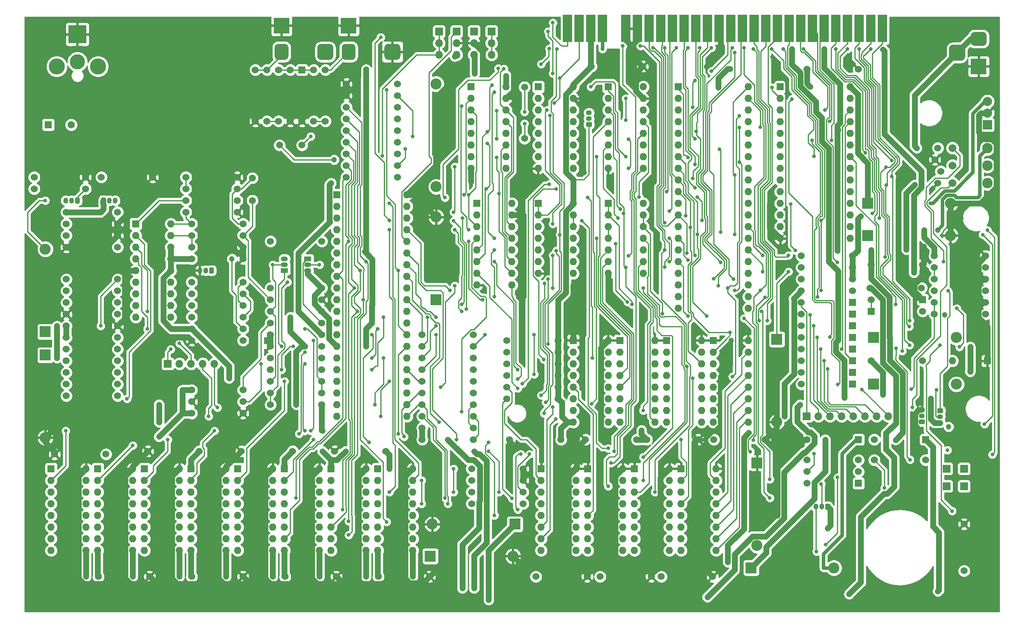
<source format=gbr>
%TF.GenerationSoftware,KiCad,Pcbnew,(5.1.6)-1*%
%TF.CreationDate,2020-12-22T12:14:04+00:00*%
%TF.ProjectId,Issue 4,49737375-6520-4342-9e6b-696361645f70,rev?*%
%TF.SameCoordinates,Original*%
%TF.FileFunction,Copper,L2,Bot*%
%TF.FilePolarity,Positive*%
%FSLAX46Y46*%
G04 Gerber Fmt 4.6, Leading zero omitted, Abs format (unit mm)*
G04 Created by KiCad (PCBNEW (5.1.6)-1) date 2020-12-22 12:14:04*
%MOMM*%
%LPD*%
G01*
G04 APERTURE LIST*
%TA.AperFunction,ComponentPad*%
%ADD10C,1.524000*%
%TD*%
%TA.AperFunction,ComponentPad*%
%ADD11C,1.715000*%
%TD*%
%TA.AperFunction,ComponentPad*%
%ADD12C,2.286000*%
%TD*%
%TA.AperFunction,ComponentPad*%
%ADD13O,2.400000X2.400000*%
%TD*%
%TA.AperFunction,ComponentPad*%
%ADD14R,2.400000X2.400000*%
%TD*%
%TA.AperFunction,ComponentPad*%
%ADD15R,3.500000X3.500000*%
%TD*%
%TA.AperFunction,ComponentPad*%
%ADD16O,1.600000X1.600000*%
%TD*%
%TA.AperFunction,ComponentPad*%
%ADD17R,1.600000X1.600000*%
%TD*%
%TA.AperFunction,ComponentPad*%
%ADD18O,1.700000X1.700000*%
%TD*%
%TA.AperFunction,ComponentPad*%
%ADD19R,1.700000X1.700000*%
%TD*%
%TA.AperFunction,ConnectorPad*%
%ADD20R,2.000000X6.000000*%
%TD*%
%TA.AperFunction,ComponentPad*%
%ADD21C,2.400000*%
%TD*%
%TA.AperFunction,ComponentPad*%
%ADD22C,2.000000*%
%TD*%
%TA.AperFunction,ComponentPad*%
%ADD23R,2.000000X2.000000*%
%TD*%
%TA.AperFunction,ComponentPad*%
%ADD24O,1.050000X1.300000*%
%TD*%
%TA.AperFunction,ComponentPad*%
%ADD25C,3.500000*%
%TD*%
%TA.AperFunction,ComponentPad*%
%ADD26C,3.300000*%
%TD*%
%TA.AperFunction,ComponentPad*%
%ADD27R,4.000000X4.000000*%
%TD*%
%TA.AperFunction,ComponentPad*%
%ADD28R,1.500000X1.050000*%
%TD*%
%TA.AperFunction,ComponentPad*%
%ADD29O,1.500000X1.050000*%
%TD*%
%TA.AperFunction,ComponentPad*%
%ADD30C,1.600000*%
%TD*%
%TA.AperFunction,ComponentPad*%
%ADD31R,1.524000X1.524000*%
%TD*%
%TA.AperFunction,ComponentPad*%
%ADD32C,1.500000*%
%TD*%
%TA.AperFunction,ComponentPad*%
%ADD33O,1.300000X1.050000*%
%TD*%
%TA.AperFunction,ViaPad*%
%ADD34C,0.800000*%
%TD*%
%TA.AperFunction,ViaPad*%
%ADD35C,1.200000*%
%TD*%
%TA.AperFunction,ViaPad*%
%ADD36C,1.250000*%
%TD*%
%TA.AperFunction,Conductor*%
%ADD37C,1.250000*%
%TD*%
%TA.AperFunction,Conductor*%
%ADD38C,0.250000*%
%TD*%
%TA.AperFunction,Conductor*%
%ADD39C,0.750000*%
%TD*%
%TA.AperFunction,Conductor*%
%ADD40C,0.254000*%
%TD*%
G04 APERTURE END LIST*
D10*
%TO.P,T1,10*%
%TO.N,+9V*%
X243840000Y-55880000D03*
%TO.P,T1,9*%
%TO.N,GND*%
X243205000Y-58420000D03*
%TO.P,T1,8*%
%TO.N,+9V*%
X244475000Y-60960000D03*
%TO.P,T1,7*%
%TO.N,GND*%
X243840000Y-63500000D03*
D11*
%TO.P,T1,6*%
%TO.N,N/C*%
X247015000Y-59690000D03*
D12*
%TO.P,T1,5*%
X254635000Y-59690000D03*
%TO.P,T1,4*%
%TO.N,+9V*%
X254635000Y-55880000D03*
%TO.P,T1,3*%
%TO.N,-12V*%
X254635000Y-63500000D03*
D11*
%TO.P,T1,2*%
%TO.N,Net-(T1-Pad2)*%
X247015000Y-63500000D03*
%TO.P,T1,1*%
%TO.N,Net-(R61-Pad2)*%
X247015000Y-55880000D03*
%TD*%
D13*
%TO.P,C34,2*%
%TO.N,GND*%
X246600000Y-67945000D03*
D14*
%TO.P,C34,1*%
%TO.N,+5V*%
X228600000Y-67945000D03*
%TD*%
%TO.P,Mic0,MP*%
%TO.N,GND*%
%TA.AperFunction,ComponentPad*%
G36*
G01*
X124220000Y-33175000D02*
X125970000Y-33175000D01*
G75*
G02*
X126845000Y-34050000I0J-875000D01*
G01*
X126845000Y-35800000D01*
G75*
G02*
X125970000Y-36675000I-875000J0D01*
G01*
X124220000Y-36675000D01*
G75*
G02*
X123345000Y-35800000I0J875000D01*
G01*
X123345000Y-34050000D01*
G75*
G02*
X124220000Y-33175000I875000J0D01*
G01*
G37*
%TD.AperFunction*%
%TO.P,Mic0,2*%
%TO.N,Net-(C31-Pad2)*%
%TA.AperFunction,ComponentPad*%
G36*
G01*
X114070000Y-35925000D02*
X114070000Y-33925000D01*
G75*
G02*
X114820000Y-33175000I750000J0D01*
G01*
X116320000Y-33175000D01*
G75*
G02*
X117070000Y-33925000I0J-750000D01*
G01*
X117070000Y-35925000D01*
G75*
G02*
X116320000Y-36675000I-750000J0D01*
G01*
X114820000Y-36675000D01*
G75*
G02*
X114070000Y-35925000I0J750000D01*
G01*
G37*
%TD.AperFunction*%
D15*
%TO.P,Mic0,1*%
%TO.N,GND*%
X115570000Y-29210000D03*
%TD*%
D16*
%TO.P,IC5,28*%
%TO.N,+5V*%
X224790000Y-42545000D03*
%TO.P,IC5,14*%
%TO.N,GND*%
X209550000Y-75565000D03*
%TO.P,IC5,27*%
%TO.N,Net-(IC5-Pad27)*%
X224790000Y-45085000D03*
%TO.P,IC5,13*%
%TO.N,D2*%
X209550000Y-73025000D03*
%TO.P,IC5,26*%
%TO.N,A13*%
X224790000Y-47625000D03*
%TO.P,IC5,12*%
%TO.N,D1*%
X209550000Y-70485000D03*
%TO.P,IC5,25*%
%TO.N,A8*%
X224790000Y-50165000D03*
%TO.P,IC5,11*%
%TO.N,D0*%
X209550000Y-67945000D03*
%TO.P,IC5,24*%
%TO.N,A9*%
X224790000Y-52705000D03*
%TO.P,IC5,10*%
%TO.N,A0*%
X209550000Y-65405000D03*
%TO.P,IC5,23*%
%TO.N,A11*%
X224790000Y-55245000D03*
%TO.P,IC5,9*%
%TO.N,A1*%
X209550000Y-62865000D03*
%TO.P,IC5,22*%
%TO.N,_RD*%
X224790000Y-57785000D03*
%TO.P,IC5,8*%
%TO.N,A2*%
X209550000Y-60325000D03*
%TO.P,IC5,21*%
%TO.N,A10*%
X224790000Y-60325000D03*
%TO.P,IC5,7*%
%TO.N,A3*%
X209550000Y-57785000D03*
%TO.P,IC5,20*%
%TO.N,Net-(IC5-Pad20)*%
X224790000Y-62865000D03*
%TO.P,IC5,6*%
%TO.N,A4*%
X209550000Y-55245000D03*
%TO.P,IC5,19*%
%TO.N,D7*%
X224790000Y-65405000D03*
%TO.P,IC5,5*%
%TO.N,A5*%
X209550000Y-52705000D03*
%TO.P,IC5,18*%
%TO.N,D6*%
X224790000Y-67945000D03*
%TO.P,IC5,4*%
%TO.N,A6*%
X209550000Y-50165000D03*
%TO.P,IC5,17*%
%TO.N,D5*%
X224790000Y-70485000D03*
%TO.P,IC5,3*%
%TO.N,A7*%
X209550000Y-47625000D03*
%TO.P,IC5,16*%
%TO.N,D4*%
X224790000Y-73025000D03*
%TO.P,IC5,2*%
%TO.N,A12*%
X209550000Y-45085000D03*
%TO.P,IC5,15*%
%TO.N,D3*%
X224790000Y-75565000D03*
D17*
%TO.P,IC5,1*%
%TO.N,N/C*%
X209550000Y-42545000D03*
%TD*%
D16*
%TO.P,IC2,40*%
%TO.N,A10*%
X202565000Y-42545000D03*
%TO.P,IC2,20*%
%TO.N,_IO_REQ*%
X187325000Y-90805000D03*
%TO.P,IC2,39*%
%TO.N,A9*%
X202565000Y-45085000D03*
%TO.P,IC2,19*%
%TO.N,_M_REQ*%
X187325000Y-88265000D03*
%TO.P,IC2,38*%
%TO.N,A8*%
X202565000Y-47625000D03*
%TO.P,IC2,18*%
%TO.N,_HALT*%
X187325000Y-85725000D03*
%TO.P,IC2,37*%
%TO.N,A7*%
X202565000Y-50165000D03*
%TO.P,IC2,17*%
%TO.N,_NMI*%
X187325000Y-83185000D03*
%TO.P,IC2,36*%
%TO.N,A6*%
X202565000Y-52705000D03*
%TO.P,IC2,16*%
%TO.N,_INT*%
X187325000Y-80645000D03*
%TO.P,IC2,35*%
%TO.N,A5*%
X202565000Y-55245000D03*
%TO.P,IC2,15*%
%TO.N,D1*%
X187325000Y-78105000D03*
%TO.P,IC2,34*%
%TO.N,A4*%
X202565000Y-57785000D03*
%TO.P,IC2,14*%
%TO.N,D0*%
X187325000Y-75565000D03*
%TO.P,IC2,33*%
%TO.N,A3*%
X202565000Y-60325000D03*
%TO.P,IC2,13*%
%TO.N,D7*%
X187325000Y-73025000D03*
%TO.P,IC2,32*%
%TO.N,A2*%
X202565000Y-62865000D03*
%TO.P,IC2,12*%
%TO.N,D2*%
X187325000Y-70485000D03*
%TO.P,IC2,31*%
%TO.N,A1*%
X202565000Y-65405000D03*
%TO.P,IC2,11*%
%TO.N,+5V*%
X187325000Y-67945000D03*
%TO.P,IC2,30*%
%TO.N,A0*%
X202565000Y-67945000D03*
%TO.P,IC2,10*%
%TO.N,D6*%
X187325000Y-65405000D03*
%TO.P,IC2,29*%
%TO.N,GND*%
X202565000Y-70485000D03*
%TO.P,IC2,9*%
%TO.N,D5*%
X187325000Y-62865000D03*
%TO.P,IC2,28*%
%TO.N,_RFSH*%
X202565000Y-73025000D03*
%TO.P,IC2,8*%
%TO.N,D3*%
X187325000Y-60325000D03*
%TO.P,IC2,27*%
%TO.N,_M1*%
X202565000Y-75565000D03*
%TO.P,IC2,7*%
%TO.N,D4*%
X187325000Y-57785000D03*
%TO.P,IC2,26*%
%TO.N,_RESET*%
X202565000Y-78105000D03*
%TO.P,IC2,6*%
%TO.N,Net-(IC2-Pad6)*%
X187325000Y-55245000D03*
%TO.P,IC2,25*%
%TO.N,_BUS_REQ*%
X202565000Y-80645000D03*
%TO.P,IC2,5*%
%TO.N,A15*%
X187325000Y-52705000D03*
%TO.P,IC2,24*%
%TO.N,_WAIT*%
X202565000Y-83185000D03*
%TO.P,IC2,4*%
%TO.N,A14*%
X187325000Y-50165000D03*
%TO.P,IC2,23*%
%TO.N,_BUSACK*%
X202565000Y-85725000D03*
%TO.P,IC2,3*%
%TO.N,A13*%
X187325000Y-47625000D03*
%TO.P,IC2,22*%
%TO.N,_WR*%
X202565000Y-88265000D03*
%TO.P,IC2,2*%
%TO.N,A12*%
X187325000Y-45085000D03*
%TO.P,IC2,21*%
%TO.N,_RD*%
X202565000Y-90805000D03*
D17*
%TO.P,IC2,1*%
%TO.N,A11*%
X187325000Y-42545000D03*
%TD*%
%TO.P,Ear0,MP*%
%TO.N,N/C*%
%TA.AperFunction,ComponentPad*%
G36*
G01*
X109615000Y-33175000D02*
X111365000Y-33175000D01*
G75*
G02*
X112240000Y-34050000I0J-875000D01*
G01*
X112240000Y-35800000D01*
G75*
G02*
X111365000Y-36675000I-875000J0D01*
G01*
X109615000Y-36675000D01*
G75*
G02*
X108740000Y-35800000I0J875000D01*
G01*
X108740000Y-34050000D01*
G75*
G02*
X109615000Y-33175000I875000J0D01*
G01*
G37*
%TD.AperFunction*%
%TO.P,Ear0,2*%
%TO.N,Net-(Ear0-Pad2)*%
%TA.AperFunction,ComponentPad*%
G36*
G01*
X99465000Y-35925000D02*
X99465000Y-33925000D01*
G75*
G02*
X100215000Y-33175000I750000J0D01*
G01*
X101715000Y-33175000D01*
G75*
G02*
X102465000Y-33925000I0J-750000D01*
G01*
X102465000Y-35925000D01*
G75*
G02*
X101715000Y-36675000I-750000J0D01*
G01*
X100215000Y-36675000D01*
G75*
G02*
X99465000Y-35925000I0J750000D01*
G01*
G37*
%TD.AperFunction*%
D15*
%TO.P,Ear0,1*%
%TO.N,GND*%
X100965000Y-29210000D03*
%TD*%
D10*
%TO.P,LS1,2*%
%TO.N,Net-(LS1-Pad2)*%
X249555000Y-147955000D03*
%TO.P,LS1,1*%
%TO.N,GND*%
X249555000Y-137795000D03*
%TD*%
D18*
%TO.P,J4,3*%
%TO.N,+5V*%
X142875000Y-35560000D03*
%TO.P,J4,2*%
%TO.N,GND*%
X142875000Y-33020000D03*
D19*
%TO.P,J4,1*%
%TO.N,A14*%
X142875000Y-30480000D03*
%TD*%
D18*
%TO.P,J3,3*%
%TO.N,+5V*%
X139065000Y-35560000D03*
%TO.P,J3,2*%
%TO.N,GND*%
X139065000Y-33020000D03*
D19*
%TO.P,J3,1*%
%TO.N,A14*%
X139065000Y-30480000D03*
%TD*%
D18*
%TO.P,J2,3*%
%TO.N,Net-(IC26-Pad11)*%
X135255000Y-35560000D03*
%TO.P,J2,2*%
X135255000Y-33020000D03*
D19*
%TO.P,J2,1*%
X135255000Y-30480000D03*
%TD*%
D18*
%TO.P,J1,3*%
%TO.N,Net-(IC26-Pad10)*%
X146685000Y-35560000D03*
%TO.P,J1,2*%
X146685000Y-33020000D03*
D19*
%TO.P,J1,1*%
X146685000Y-30480000D03*
%TD*%
D20*
%TO.P,E1,54*%
%TO.N,A11*%
X231775000Y-29845000D03*
%TO.P,E1,53*%
%TO.N,A9*%
X229235000Y-29845000D03*
%TO.P,E1,52*%
%TO.N,_BUSACK*%
X226695000Y-29845000D03*
%TO.P,E1,51*%
%TO.N,_ROMCS*%
X224155000Y-29845000D03*
%TO.P,E1,50*%
%TO.N,A4*%
X221615000Y-29845000D03*
%TO.P,E1,49*%
%TO.N,A5*%
X219075000Y-29845000D03*
%TO.P,E1,48*%
%TO.N,A6*%
X216535000Y-29845000D03*
%TO.P,E1,47*%
%TO.N,A7*%
X213995000Y-29845000D03*
%TO.P,E1,46*%
%TO.N,_RESET*%
X211455000Y-29845000D03*
%TO.P,E1,45*%
%TO.N,_BUS_REQ*%
X208915000Y-29845000D03*
%TO.P,E1,44*%
%TO.N,U*%
X206375000Y-29845000D03*
%TO.P,E1,43*%
%TO.N,V*%
X203835000Y-29845000D03*
%TO.P,E1,42*%
%TO.N,Y*%
X201295000Y-29845000D03*
%TO.P,E1,41*%
%TO.N,VIDEO*%
X198755000Y-29845000D03*
%TO.P,E1,40*%
%TO.N,GND*%
X196215000Y-29845000D03*
%TO.P,E1,39*%
%TO.N,_IO_RQULA*%
X193675000Y-29845000D03*
%TO.P,E1,38*%
%TO.N,A3*%
X191135000Y-29845000D03*
%TO.P,E1,37*%
%TO.N,A2*%
X188595000Y-29845000D03*
%TO.P,E1,36*%
%TO.N,A1*%
X186055000Y-29845000D03*
%TO.P,E1,35*%
%TO.N,A0*%
X183515000Y-29845000D03*
%TO.P,E1,34*%
%TO.N,_CK*%
X180975000Y-29845000D03*
%TO.P,E1,33*%
%TO.N,GND*%
X178435000Y-29845000D03*
%TO.P,E1,32*%
X175895000Y-29845000D03*
%TO.P,E1,31*%
%TO.N,+9V*%
X170815000Y-29845000D03*
%TO.P,E1,30*%
%TO.N,+5V*%
X168275000Y-29845000D03*
%TO.P,E1,29*%
%TO.N,A12*%
X165735000Y-29845000D03*
%TO.P,E1,28*%
%TO.N,A14*%
X163195000Y-29845000D03*
%TD*%
%TO.P,J7,MP*%
%TO.N,+9V*%
%TA.AperFunction,ComponentPad*%
G36*
G01*
X247155000Y-33350000D02*
X248905000Y-33350000D01*
G75*
G02*
X249780000Y-34225000I0J-875000D01*
G01*
X249780000Y-35975000D01*
G75*
G02*
X248905000Y-36850000I-875000J0D01*
G01*
X247155000Y-36850000D01*
G75*
G02*
X246280000Y-35975000I0J875000D01*
G01*
X246280000Y-34225000D01*
G75*
G02*
X247155000Y-33350000I875000J0D01*
G01*
G37*
%TD.AperFunction*%
%TO.P,J7,2*%
%TA.AperFunction,ComponentPad*%
G36*
G01*
X251730000Y-30600000D02*
X253730000Y-30600000D01*
G75*
G02*
X254480000Y-31350000I0J-750000D01*
G01*
X254480000Y-32850000D01*
G75*
G02*
X253730000Y-33600000I-750000J0D01*
G01*
X251730000Y-33600000D01*
G75*
G02*
X250980000Y-32850000I0J750000D01*
G01*
X250980000Y-31350000D01*
G75*
G02*
X251730000Y-30600000I750000J0D01*
G01*
G37*
%TD.AperFunction*%
D15*
%TO.P,J7,1*%
%TO.N,GND*%
X252730000Y-38100000D03*
%TD*%
D13*
%TO.P,R34,2*%
%TO.N,Net-(C30-Pad2)*%
X134620000Y-64310000D03*
D21*
%TO.P,R34,1*%
%TO.N,+5V*%
X134620000Y-41910000D03*
%TD*%
D22*
%TO.P,REG1,3*%
%TO.N,+5V*%
X254635000Y-45720000D03*
%TO.P,REG1,2*%
%TO.N,GND*%
X254635000Y-48260000D03*
D23*
%TO.P,REG1,1*%
%TO.N,+9V*%
X254635000Y-50800000D03*
%TD*%
%TO.P,TR3,1*%
%TO.N,Net-(IC2-Pad6)*%
%TA.AperFunction,ComponentPad*%
G36*
G01*
X86250000Y-82149900D02*
X86250000Y-82950100D01*
G75*
G02*
X86000100Y-83200000I-249900J0D01*
G01*
X85449900Y-83200000D01*
G75*
G02*
X85200000Y-82950100I0J249900D01*
G01*
X85200000Y-82149900D01*
G75*
G02*
X85449900Y-81900000I249900J0D01*
G01*
X86000100Y-81900000D01*
G75*
G02*
X86250000Y-82149900I0J-249900D01*
G01*
G37*
%TD.AperFunction*%
D24*
%TO.P,TR3,3*%
%TO.N,GND*%
X83185000Y-82550000D03*
%TO.P,TR3,2*%
%TO.N,Net-(C67-Pad2)*%
X84455000Y-82550000D03*
%TD*%
D13*
%TO.P,C74,2*%
%TO.N,Net-(C74-Pad2)*%
X247870000Y-107315000D03*
D14*
%TO.P,C74,1*%
%TO.N,+5V*%
X229870000Y-107315000D03*
%TD*%
D16*
%TO.P,D19,2*%
%TO.N,-5V*%
X247015000Y-102235000D03*
D17*
%TO.P,D19,1*%
%TO.N,GND*%
X254635000Y-102235000D03*
%TD*%
D25*
%TO.P,J12,MP*%
%TO.N,N/C*%
X61015000Y-38115000D03*
X52015000Y-38115000D03*
D26*
%TO.P,J12,2*%
%TO.N,Net-(C81-Pad2)*%
X56515000Y-37115000D03*
D27*
%TO.P,J12,1*%
%TO.N,GND*%
X56515000Y-31115000D03*
%TD*%
D19*
%TO.P,J11,1*%
%TO.N,Net-(IC5-Pad27)*%
X249555000Y-125730000D03*
%TD*%
%TO.P,J10,1*%
%TO.N,_M_REQ*%
X245745000Y-125730000D03*
%TD*%
%TO.P,J9,1*%
%TO.N,_ROMCS*%
X249555000Y-129540000D03*
%TD*%
%TO.P,J8,1*%
%TO.N,Net-(IC5-Pad20)*%
X245745000Y-129540000D03*
%TD*%
D13*
%TO.P,C27,2*%
%TO.N,GND*%
X208788000Y-115536000D03*
D14*
%TO.P,C27,1*%
%TO.N,_RESET*%
X208788000Y-97536000D03*
%TD*%
D28*
%TO.P,TR9,1*%
%TO.N,Net-(C69-Pad1)*%
X101600000Y-82550000D03*
D29*
%TO.P,TR9,3*%
%TO.N,+5V*%
X101600000Y-80010000D03*
%TO.P,TR9,2*%
%TO.N,Net-(C68-Pad1)*%
X101600000Y-81280000D03*
%TD*%
D28*
%TO.P,TR8,1*%
%TO.N,Net-(C71-Pad1)*%
X106680000Y-80010000D03*
D29*
%TO.P,TR8,3*%
%TO.N,+5V*%
X106680000Y-82550000D03*
%TO.P,TR8,2*%
%TO.N,Net-(C70-Pad1)*%
X106680000Y-81280000D03*
%TD*%
D30*
%TO.P,C81,2*%
%TO.N,Net-(C81-Pad2)*%
X55165000Y-50800000D03*
D17*
%TO.P,C81,1*%
%TO.N,VIDEO*%
X50165000Y-50800000D03*
%TD*%
D10*
%TO.P,D29,2*%
%TO.N,Net-(C79-Pad2)*%
X240538000Y-91440000D03*
D31*
%TO.P,D29,1*%
%TO.N,Net-(C46-Pad2)*%
X229362000Y-91440000D03*
%TD*%
D10*
%TO.P,D17,2*%
%TO.N,GND*%
X215392000Y-119380000D03*
D31*
%TO.P,D17,1*%
%TO.N,Net-(C80-Pad2)*%
X226568000Y-119380000D03*
%TD*%
D10*
%TO.P,D15,2*%
%TO.N,Net-(C80-Pad2)*%
X229997000Y-119380000D03*
D31*
%TO.P,D15,1*%
%TO.N,+12V*%
X241173000Y-119380000D03*
%TD*%
D10*
%TO.P,D13,2*%
%TO.N,GND*%
X105410000Y-50038000D03*
D31*
%TO.P,D13,1*%
%TO.N,Net-(C32-Pad1)*%
X105410000Y-38862000D03*
%TD*%
D10*
%TO.P,D11,2*%
%TO.N,Net-(C46-Pad2)*%
X229362000Y-88900000D03*
D31*
%TO.P,D11,1*%
%TO.N,GND*%
X240538000Y-88900000D03*
%TD*%
D10*
%TO.P,D9,2*%
%TO.N,Net-(C32-Pad1)*%
X215392000Y-128905000D03*
D31*
%TO.P,D9,1*%
%TO.N,Net-(D9-Pad1)*%
X226568000Y-128905000D03*
%TD*%
D10*
%TO.P,D8,2*%
%TO.N,Net-(D8-Pad2)*%
X214122000Y-107315000D03*
D31*
%TO.P,D8,1*%
%TO.N,A15*%
X225298000Y-107315000D03*
%TD*%
D10*
%TO.P,D7,2*%
%TO.N,Net-(D7-Pad2)*%
X214122000Y-104775000D03*
D31*
%TO.P,D7,1*%
%TO.N,A14*%
X225298000Y-104775000D03*
%TD*%
D10*
%TO.P,D6,2*%
%TO.N,Net-(D6-Pad2)*%
X214122000Y-102235000D03*
D31*
%TO.P,D6,1*%
%TO.N,A8*%
X225298000Y-102235000D03*
%TD*%
D10*
%TO.P,D5,2*%
%TO.N,Net-(D5-Pad2)*%
X214122000Y-99695000D03*
D31*
%TO.P,D5,1*%
%TO.N,A13*%
X225298000Y-99695000D03*
%TD*%
D10*
%TO.P,D4,2*%
%TO.N,Net-(D4-Pad2)*%
X214122000Y-97155000D03*
D31*
%TO.P,D4,1*%
%TO.N,A12*%
X225298000Y-97155000D03*
%TD*%
D10*
%TO.P,D3,2*%
%TO.N,Net-(D3-Pad2)*%
X214122000Y-94615000D03*
D31*
%TO.P,D3,1*%
%TO.N,A9*%
X225298000Y-94615000D03*
%TD*%
D10*
%TO.P,D2,2*%
%TO.N,Net-(D2-Pad2)*%
X214122000Y-92075000D03*
D31*
%TO.P,D2,1*%
%TO.N,A10*%
X225298000Y-92075000D03*
%TD*%
D10*
%TO.P,D1,2*%
%TO.N,Net-(D1-Pad2)*%
X214122000Y-89535000D03*
D31*
%TO.P,D1,1*%
%TO.N,A11*%
X225298000Y-89535000D03*
%TD*%
D10*
%TO.P,C31,2*%
%TO.N,Net-(C31-Pad2)*%
X110490000Y-38862000D03*
%TO.P,C31,1*%
%TO.N,Net-(C31-Pad1)*%
X110490000Y-50038000D03*
%TD*%
%TO.P,C76,2*%
%TO.N,Net-(C76-Pad2)*%
X65278000Y-77470000D03*
%TO.P,C76,1*%
%TO.N,GND*%
X54102000Y-77470000D03*
%TD*%
%TO.P,C75,2*%
%TO.N,+5V*%
X109728000Y-99060000D03*
%TO.P,C75,1*%
%TO.N,GND*%
X98552000Y-99060000D03*
%TD*%
%TO.P,C73,2*%
%TO.N,Net-(C73-Pad2)*%
X126238000Y-44450000D03*
%TO.P,C73,1*%
%TO.N,GND*%
X115062000Y-44450000D03*
%TD*%
%TO.P,C72,2*%
%TO.N,GND*%
X109728000Y-88900000D03*
%TO.P,C72,1*%
%TO.N,Net-(C72-Pad1)*%
X98552000Y-88900000D03*
%TD*%
%TO.P,C71,2*%
%TO.N,V*%
X109728000Y-104140000D03*
%TO.P,C71,1*%
%TO.N,Net-(C71-Pad1)*%
X98552000Y-104140000D03*
%TD*%
%TO.P,C70,2*%
%TO.N,Y*%
X109728000Y-109220000D03*
%TO.P,C70,1*%
%TO.N,Net-(C70-Pad1)*%
X98552000Y-109220000D03*
%TD*%
%TO.P,C69,2*%
%TO.N,U*%
X109728000Y-101600000D03*
%TO.P,C69,1*%
%TO.N,Net-(C69-Pad1)*%
X98552000Y-101600000D03*
%TD*%
%TO.P,C68,2*%
%TO.N,Y*%
X109728000Y-106680000D03*
%TO.P,C68,1*%
%TO.N,Net-(C68-Pad1)*%
X98552000Y-106680000D03*
%TD*%
%TO.P,C67,2*%
%TO.N,Net-(C67-Pad2)*%
X81407000Y-90170000D03*
%TO.P,C67,1*%
%TO.N,_CK*%
X92583000Y-90170000D03*
%TD*%
%TO.P,C66,2*%
%TO.N,+9V*%
X243078000Y-79375000D03*
%TO.P,C66,1*%
%TO.N,GND*%
X254254000Y-79375000D03*
%TD*%
%TO.P,C64,1*%
%TO.N,Net-(C64-Pad1)*%
X142367000Y-125730000D03*
%TO.P,C64,2*%
%TO.N,GND*%
X153543000Y-125730000D03*
%TD*%
%TO.P,C63,1*%
%TO.N,Net-(C63-Pad1)*%
X142367000Y-128270000D03*
%TO.P,C63,2*%
%TO.N,GND*%
X153543000Y-128270000D03*
%TD*%
%TO.P,C62,2*%
%TO.N,+5V*%
X183642000Y-149225000D03*
%TO.P,C62,1*%
%TO.N,GND*%
X194818000Y-149225000D03*
%TD*%
%TO.P,C60,2*%
%TO.N,+5V*%
X161798000Y-119380000D03*
%TO.P,C60,1*%
%TO.N,GND*%
X150622000Y-119380000D03*
%TD*%
%TO.P,C59,2*%
%TO.N,+5V*%
X178308000Y-119380000D03*
%TO.P,C59,1*%
%TO.N,GND*%
X167132000Y-119380000D03*
%TD*%
%TO.P,C58,2*%
%TO.N,+5V*%
X180467000Y-119380000D03*
%TO.P,C58,1*%
%TO.N,GND*%
X191643000Y-119380000D03*
%TD*%
%TO.P,C57,2*%
%TO.N,+5V*%
X195072000Y-119380000D03*
%TO.P,C57,1*%
%TO.N,GND*%
X206248000Y-119380000D03*
%TD*%
%TO.P,C56,2*%
%TO.N,+5V*%
X156337000Y-149225000D03*
%TO.P,C56,1*%
%TO.N,GND*%
X167513000Y-149225000D03*
%TD*%
%TO.P,C55,2*%
%TO.N,+5V*%
X170307000Y-149225000D03*
%TO.P,C55,1*%
%TO.N,GND*%
X181483000Y-149225000D03*
%TD*%
%TO.P,C53,2*%
%TO.N,+12VA*%
X81407000Y-108585000D03*
%TO.P,C53,1*%
%TO.N,Net-(C53-Pad1)*%
X92583000Y-108585000D03*
%TD*%
%TO.P,C52,2*%
%TO.N,+12VA*%
X81407000Y-95250000D03*
%TO.P,C52,1*%
%TO.N,Net-(C52-Pad1)*%
X92583000Y-95250000D03*
%TD*%
%TO.P,C49,2*%
%TO.N,-12V*%
X229362000Y-81280000D03*
%TO.P,C49,1*%
%TO.N,GND*%
X240538000Y-81280000D03*
%TD*%
%TO.P,C48,2*%
%TO.N,+12VA*%
X81407000Y-80010000D03*
%TO.P,C48,1*%
%TO.N,GND*%
X92583000Y-80010000D03*
%TD*%
%TO.P,C43,2*%
%TO.N,Net-(C43-Pad2)*%
X243078000Y-84455000D03*
%TO.P,C43,1*%
%TO.N,GND*%
X254254000Y-84455000D03*
%TD*%
%TO.P,C42,2*%
%TO.N,GND*%
X58293000Y-62230000D03*
%TO.P,C42,1*%
%TO.N,Net-(C25-Pad1)*%
X47117000Y-62230000D03*
%TD*%
%TO.P,C41,2*%
%TO.N,GND*%
X226568000Y-38735000D03*
%TO.P,C41,1*%
%TO.N,+5V*%
X215392000Y-38735000D03*
%TD*%
%TO.P,C40,2*%
%TO.N,GND*%
X65278000Y-94615000D03*
%TO.P,C40,1*%
%TO.N,Net-(C25-Pad1)*%
X54102000Y-94615000D03*
%TD*%
%TO.P,C39,2*%
%TO.N,Net-(C38-Pad1)*%
X91313000Y-67310000D03*
%TO.P,C39,1*%
%TO.N,Net-(C39-Pad1)*%
X80137000Y-67310000D03*
%TD*%
%TO.P,C38,2*%
%TO.N,Net-(C38-Pad2)*%
X91313000Y-64770000D03*
%TO.P,C38,1*%
%TO.N,Net-(C38-Pad1)*%
X80137000Y-64770000D03*
%TD*%
%TO.P,C37,2*%
%TO.N,GND*%
X91313000Y-69850000D03*
%TO.P,C37,1*%
%TO.N,Net-(C37-Pad1)*%
X80137000Y-69850000D03*
%TD*%
%TO.P,C35,2*%
%TO.N,Net-(C32-Pad1)*%
X102870000Y-38862000D03*
%TO.P,C35,1*%
%TO.N,GND*%
X102870000Y-50038000D03*
%TD*%
%TO.P,C33,2*%
%TO.N,+12VA*%
X81407000Y-113665000D03*
%TO.P,C33,1*%
%TO.N,GND*%
X92583000Y-113665000D03*
%TD*%
%TO.P,C32,2*%
%TO.N,Net-(C32-Pad2)*%
X100330000Y-50038000D03*
%TO.P,C32,1*%
%TO.N,Net-(C32-Pad1)*%
X100330000Y-38862000D03*
%TD*%
%TO.P,C30,2*%
%TO.N,Net-(C30-Pad2)*%
X109728000Y-96520000D03*
%TO.P,C30,1*%
%TO.N,GND*%
X98552000Y-96520000D03*
%TD*%
%TO.P,C29,2*%
%TO.N,+5V*%
X126238000Y-41910000D03*
%TO.P,C29,1*%
%TO.N,GND*%
X115062000Y-41910000D03*
%TD*%
%TO.P,C26,2*%
%TO.N,GND*%
X179578000Y-38100000D03*
%TO.P,C26,1*%
%TO.N,+5V*%
X168402000Y-38100000D03*
%TD*%
%TO.P,C8,1*%
%TO.N,+12V*%
X122047000Y-149225000D03*
%TO.P,C8,2*%
%TO.N,GND*%
X133223000Y-149225000D03*
%TD*%
%TO.P,C7,2*%
%TO.N,GND*%
X112903000Y-149225000D03*
%TO.P,C7,1*%
%TO.N,+12V*%
X101727000Y-149225000D03*
%TD*%
%TO.P,C6,2*%
%TO.N,GND*%
X92583000Y-149225000D03*
%TO.P,C6,1*%
%TO.N,+12V*%
X81407000Y-149225000D03*
%TD*%
%TO.P,C5,2*%
%TO.N,GND*%
X72263000Y-149225000D03*
%TO.P,C5,1*%
%TO.N,+12V*%
X61087000Y-149225000D03*
%TD*%
%TO.P,C4,2*%
%TO.N,GND*%
X112522000Y-121920000D03*
%TO.P,C4,1*%
%TO.N,-5V*%
X123698000Y-121920000D03*
%TD*%
%TO.P,C3,2*%
%TO.N,GND*%
X92202000Y-121920000D03*
%TO.P,C3,1*%
%TO.N,-5V*%
X103378000Y-121920000D03*
%TD*%
%TO.P,C2,2*%
%TO.N,GND*%
X71882000Y-121920000D03*
%TO.P,C2,1*%
%TO.N,-5V*%
X83058000Y-121920000D03*
%TD*%
%TO.P,C1,2*%
%TO.N,GND*%
X51562000Y-122555000D03*
%TO.P,C1,1*%
%TO.N,-5V*%
X62738000Y-122555000D03*
%TD*%
%TO.P,R79,2*%
%TO.N,-5V*%
X229362000Y-102235000D03*
%TO.P,R79,1*%
%TO.N,Net-(C79-Pad2)*%
X240538000Y-102235000D03*
%TD*%
%TO.P,R78,2*%
%TO.N,Net-(C76-Pad2)*%
X98552000Y-86360000D03*
%TO.P,R78,1*%
%TO.N,+5V*%
X109728000Y-86360000D03*
%TD*%
%TO.P,R77,2*%
%TO.N,Net-(C53-Pad1)*%
X98552000Y-93980000D03*
%TO.P,R77,1*%
%TO.N,Net-(C71-Pad1)*%
X109728000Y-93980000D03*
%TD*%
%TO.P,R76,2*%
%TO.N,Net-(C52-Pad1)*%
X98552000Y-76200000D03*
%TO.P,R76,1*%
%TO.N,Net-(C69-Pad1)*%
X109728000Y-76200000D03*
%TD*%
%TO.P,R75,2*%
%TO.N,+5V*%
X109728000Y-111760000D03*
%TO.P,R75,1*%
%TO.N,Net-(C70-Pad1)*%
X98552000Y-111760000D03*
%TD*%
%TO.P,R74,2*%
%TO.N,+5V*%
X109728000Y-91440000D03*
%TO.P,R74,1*%
%TO.N,Net-(C68-Pad1)*%
X98552000Y-91440000D03*
%TD*%
%TO.P,R73,2*%
%TO.N,_CK*%
X81407000Y-92710000D03*
%TO.P,R73,1*%
%TO.N,+5V*%
X92583000Y-92710000D03*
%TD*%
%TO.P,R72,2*%
%TO.N,Net-(C65-Pad1)*%
X65278000Y-84455000D03*
%TO.P,R72,1*%
%TO.N,Net-(C25-Pad1)*%
X54102000Y-84455000D03*
%TD*%
%TO.P,R71,1*%
%TO.N,/_URAS*%
X153543000Y-133350000D03*
%TO.P,R71,2*%
%TO.N,Net-(C63-Pad1)*%
X142367000Y-133350000D03*
%TD*%
%TO.P,R70,1*%
%TO.N,Net-(IC23-Pad8)*%
X153543000Y-130810000D03*
%TO.P,R70,2*%
%TO.N,Net-(C64-Pad1)*%
X142367000Y-130810000D03*
%TD*%
%TO.P,R69,2*%
%TO.N,Net-(IC1-Pad19)*%
X65278000Y-99695000D03*
%TO.P,R69,1*%
%TO.N,+5V*%
X54102000Y-99695000D03*
%TD*%
%TO.P,R68,2*%
%TO.N,Net-(IC1-Pad20)*%
X65278000Y-102235000D03*
%TO.P,R68,1*%
%TO.N,+5V*%
X54102000Y-102235000D03*
%TD*%
%TO.P,R67,2*%
%TO.N,Net-(IC1-Pad23)*%
X65278000Y-104775000D03*
%TO.P,R67,1*%
%TO.N,+5V*%
X54102000Y-104775000D03*
%TD*%
%TO.P,R66,2*%
%TO.N,Net-(IC1-Pad24)*%
X65278000Y-107315000D03*
%TO.P,R66,1*%
%TO.N,+5V*%
X54102000Y-107315000D03*
%TD*%
%TO.P,R65,2*%
%TO.N,Net-(IC1-Pad26)*%
X65278000Y-109855000D03*
%TO.P,R65,1*%
%TO.N,+5V*%
X54102000Y-109855000D03*
%TD*%
%TO.P,R64,2*%
%TO.N,+5V*%
X65278000Y-97155000D03*
%TO.P,R64,1*%
%TO.N,Net-(C25-Pad1)*%
X54102000Y-97155000D03*
%TD*%
%TO.P,R63,2*%
%TO.N,GND*%
X81407000Y-111125000D03*
%TO.P,R63,1*%
%TO.N,V*%
X92583000Y-111125000D03*
%TD*%
%TO.P,R62,2*%
%TO.N,+12VA*%
X229108000Y-86360000D03*
%TO.P,R62,1*%
%TO.N,+12V*%
X240284000Y-86360000D03*
%TD*%
%TO.P,R61,2*%
%TO.N,Net-(R61-Pad2)*%
X254254000Y-81915000D03*
%TO.P,R61,1*%
%TO.N,Net-(C43-Pad2)*%
X243078000Y-81915000D03*
%TD*%
%TO.P,R60,2*%
%TO.N,Net-(C43-Pad2)*%
X254254000Y-86995000D03*
%TO.P,R60,1*%
%TO.N,Net-(R60-Pad1)*%
X243078000Y-86995000D03*
%TD*%
%TO.P,R59,2*%
%TO.N,+12V*%
X254254000Y-92075000D03*
%TO.P,R59,1*%
%TO.N,Net-(C74-Pad2)*%
X243078000Y-92075000D03*
%TD*%
%TO.P,R58,2*%
%TO.N,GND*%
X254254000Y-89535000D03*
%TO.P,R58,1*%
%TO.N,Net-(C74-Pad2)*%
X243078000Y-89535000D03*
%TD*%
%TO.P,R56,2*%
%TO.N,GND*%
X81407000Y-97790000D03*
%TO.P,R56,1*%
%TO.N,U*%
X92583000Y-97790000D03*
%TD*%
%TO.P,R53,2*%
%TO.N,VIDEO*%
X61722000Y-62230000D03*
%TO.P,R53,1*%
%TO.N,GND*%
X72898000Y-62230000D03*
%TD*%
%TO.P,R52,2*%
%TO.N,Net-(R52-Pad2)*%
X54102000Y-72390000D03*
%TO.P,R52,1*%
%TO.N,GND*%
X65278000Y-72390000D03*
%TD*%
%TO.P,R51,2*%
%TO.N,Net-(C25-Pad1)*%
X47117000Y-64770000D03*
%TO.P,R51,1*%
%TO.N,Net-(C65-Pad2)*%
X58293000Y-64770000D03*
%TD*%
%TO.P,R50,2*%
%TO.N,Net-(R48-Pad1)*%
X54102000Y-74930000D03*
%TO.P,R50,1*%
%TO.N,GND*%
X65278000Y-74930000D03*
%TD*%
%TO.P,R49,2*%
%TO.N,Net-(C25-Pad1)*%
X54102000Y-69850000D03*
%TO.P,R49,1*%
%TO.N,Net-(R48-Pad1)*%
X65278000Y-69850000D03*
%TD*%
%TO.P,R48,2*%
%TO.N,Y*%
X54102000Y-89535000D03*
%TO.P,R48,1*%
%TO.N,Net-(R48-Pad1)*%
X65278000Y-89535000D03*
%TD*%
%TO.P,R47,2*%
%TO.N,Y*%
X65278000Y-92075000D03*
%TO.P,R47,1*%
%TO.N,GND*%
X54102000Y-92075000D03*
%TD*%
%TO.P,R46,2*%
%TO.N,Net-(C38-Pad1)*%
X80137000Y-62230000D03*
%TO.P,R46,1*%
%TO.N,GND*%
X91313000Y-62230000D03*
%TD*%
%TO.P,R45,2*%
%TO.N,Net-(C37-Pad1)*%
X81407000Y-72390000D03*
%TO.P,R45,1*%
%TO.N,Net-(C38-Pad2)*%
X92583000Y-72390000D03*
%TD*%
%TO.P,R44,2*%
%TO.N,Net-(IC14-Pad17)*%
X81407000Y-74930000D03*
%TO.P,R44,1*%
%TO.N,Net-(C72-Pad1)*%
X92583000Y-74930000D03*
%TD*%
%TO.P,R43,2*%
%TO.N,Net-(IC14-Pad17)*%
X81407000Y-77470000D03*
%TO.P,R43,1*%
%TO.N,GND*%
X92583000Y-77470000D03*
%TD*%
%TO.P,R42,2*%
%TO.N,Net-(IC14-Pad12)*%
X65278000Y-86995000D03*
%TO.P,R42,1*%
%TO.N,+12VA*%
X54102000Y-86995000D03*
%TD*%
%TO.P,R37,2*%
%TO.N,GND*%
X95250000Y-50038000D03*
%TO.P,R37,1*%
%TO.N,Net-(Ear0-Pad2)*%
X95250000Y-38862000D03*
%TD*%
%TO.P,R36,2*%
%TO.N,Net-(C32-Pad2)*%
X97790000Y-50038000D03*
%TO.P,R36,1*%
%TO.N,Net-(Ear0-Pad2)*%
X97790000Y-38862000D03*
%TD*%
%TO.P,R35,2*%
%TO.N,Net-(C32-Pad1)*%
X107950000Y-38862000D03*
%TO.P,R35,1*%
%TO.N,Net-(C31-Pad1)*%
X107950000Y-50038000D03*
%TD*%
%TO.P,R33,2*%
%TO.N,Net-(IC1-Pad34)*%
X241173000Y-123825000D03*
%TO.P,R33,1*%
%TO.N,_ROMCS*%
X229997000Y-123825000D03*
%TD*%
%TO.P,R31,2*%
%TO.N,_RESET*%
X225298000Y-86995000D03*
%TO.P,R31,1*%
%TO.N,+5V*%
X214122000Y-86995000D03*
%TD*%
%TO.P,R30,2*%
%TO.N,_BUS_REQ*%
X214122000Y-79375000D03*
%TO.P,R30,1*%
%TO.N,+5V*%
X225298000Y-79375000D03*
%TD*%
%TO.P,R29,2*%
%TO.N,_WAIT*%
X214122000Y-81915000D03*
%TO.P,R29,1*%
%TO.N,+5V*%
X225298000Y-81915000D03*
%TD*%
%TO.P,R28,2*%
%TO.N,_NMI*%
X214122000Y-84455000D03*
%TO.P,R28,1*%
%TO.N,+5V*%
X225298000Y-84455000D03*
%TD*%
%TO.P,R27,2*%
%TO.N,_IO_RQULA*%
X215392000Y-126365000D03*
%TO.P,R27,1*%
%TO.N,_IO_REQ*%
X226568000Y-126365000D03*
%TD*%
%TO.P,R26,2*%
%TO.N,Net-(IC1-Pad12)*%
X215392000Y-123825000D03*
%TO.P,R26,1*%
%TO.N,_INT*%
X226568000Y-123825000D03*
%TD*%
%TO.P,R25,2*%
%TO.N,Net-(IC2-Pad6)*%
X81407000Y-87630000D03*
%TO.P,R25,1*%
%TO.N,+5V*%
X92583000Y-87630000D03*
%TD*%
%TO.P,R24,2*%
%TO.N,_CK*%
X92583000Y-85090000D03*
%TO.P,R24,1*%
%TO.N,Net-(C67-Pad2)*%
X81407000Y-85090000D03*
%TD*%
%TO.P,R23,2*%
%TO.N,/LA6*%
X115062000Y-54610000D03*
%TO.P,R23,1*%
%TO.N,Net-(IC3-Pad12)*%
X126238000Y-54610000D03*
%TD*%
%TO.P,R22,2*%
%TO.N,/LA5*%
X115062000Y-49530000D03*
%TO.P,R22,1*%
%TO.N,Net-(IC3-Pad4)*%
X126238000Y-49530000D03*
%TD*%
%TO.P,R21,2*%
%TO.N,/LA4*%
X115062000Y-57150000D03*
%TO.P,R21,1*%
%TO.N,Net-(IC3-Pad7)*%
X126238000Y-57150000D03*
%TD*%
%TO.P,R20,2*%
%TO.N,/LA3*%
X115062000Y-62230000D03*
%TO.P,R20,1*%
%TO.N,Net-(IC3-Pad9)*%
X126238000Y-62230000D03*
%TD*%
%TO.P,R19,2*%
%TO.N,/LA2*%
X115062000Y-52070000D03*
%TO.P,R19,1*%
%TO.N,Net-(IC4-Pad12)*%
X126238000Y-52070000D03*
%TD*%
%TO.P,R18,2*%
%TO.N,/LA1*%
X115062000Y-46990000D03*
%TO.P,R18,1*%
%TO.N,Net-(IC4-Pad4)*%
X126238000Y-46990000D03*
%TD*%
%TO.P,R17,2*%
%TO.N,/LA0*%
X115062000Y-59690000D03*
%TO.P,R17,1*%
%TO.N,Net-(IC4-Pad7)*%
X126238000Y-59690000D03*
%TD*%
%TO.P,R16,2*%
%TO.N,D7*%
X149987000Y-97790000D03*
%TO.P,R16,1*%
%TO.N,+5V*%
X161163000Y-97790000D03*
%TD*%
%TO.P,R15,2*%
%TO.N,D6*%
X149987000Y-100330000D03*
%TO.P,R15,1*%
%TO.N,+5V*%
X161163000Y-100330000D03*
%TD*%
%TO.P,R14,2*%
%TO.N,D5*%
X149987000Y-102870000D03*
%TO.P,R14,1*%
%TO.N,+5V*%
X161163000Y-102870000D03*
%TD*%
%TO.P,R13,2*%
%TO.N,D4*%
X149987000Y-105410000D03*
%TO.P,R13,1*%
%TO.N,+5V*%
X161163000Y-105410000D03*
%TD*%
%TO.P,R12,2*%
%TO.N,D3*%
X149987000Y-107950000D03*
%TO.P,R12,1*%
%TO.N,+5V*%
X161163000Y-107950000D03*
%TD*%
%TO.P,R11,2*%
%TO.N,D2*%
X149987000Y-110490000D03*
%TO.P,R11,1*%
%TO.N,+5V*%
X161163000Y-110490000D03*
%TD*%
%TO.P,R10,2*%
%TO.N,D1*%
X142748000Y-116840000D03*
%TO.P,R10,1*%
%TO.N,+5V*%
X131572000Y-116840000D03*
%TD*%
%TO.P,R9,2*%
%TO.N,D0*%
X142748000Y-119380000D03*
%TO.P,R9,1*%
%TO.N,+5V*%
X131572000Y-119380000D03*
%TD*%
%TO.P,R8,2*%
%TO.N,Net-(IC1-Pad31)*%
X131572000Y-96520000D03*
%TO.P,R8,1*%
%TO.N,D7*%
X142748000Y-96520000D03*
%TD*%
%TO.P,R7,2*%
%TO.N,Net-(IC1-Pad30)*%
X131572000Y-99060000D03*
%TO.P,R7,1*%
%TO.N,D6*%
X142748000Y-99060000D03*
%TD*%
%TO.P,R6,2*%
%TO.N,Net-(IC1-Pad29)*%
X131572000Y-101600000D03*
%TO.P,R6,1*%
%TO.N,D5*%
X142748000Y-101600000D03*
%TD*%
%TO.P,R5,2*%
%TO.N,Net-(IC1-Pad27)*%
X131572000Y-104140000D03*
%TO.P,R5,1*%
%TO.N,D4*%
X142748000Y-104140000D03*
%TD*%
%TO.P,R4,2*%
%TO.N,Net-(IC1-Pad25)*%
X131572000Y-106680000D03*
%TO.P,R4,1*%
%TO.N,D3*%
X142748000Y-106680000D03*
%TD*%
%TO.P,R3,2*%
%TO.N,Net-(IC1-Pad22)*%
X131572000Y-109220000D03*
%TO.P,R3,1*%
%TO.N,D2*%
X142748000Y-109220000D03*
%TD*%
%TO.P,R2,2*%
%TO.N,Net-(IC1-Pad21)*%
X131572000Y-111760000D03*
%TO.P,R2,1*%
%TO.N,D1*%
X142748000Y-111760000D03*
%TD*%
%TO.P,R1,2*%
%TO.N,Net-(IC1-Pad18)*%
X131572000Y-114300000D03*
%TO.P,R1,1*%
%TO.N,D0*%
X142748000Y-114300000D03*
%TD*%
D32*
%TO.P,X1,2*%
%TO.N,Net-(IC1-Pad39)*%
X100510000Y-55245000D03*
%TO.P,X1,1*%
%TO.N,Net-(C73-Pad2)*%
X105410000Y-55245000D03*
%TD*%
%TO.P,X2,2*%
%TO.N,Net-(C38-Pad2)*%
X94615000Y-62410000D03*
%TO.P,X2,1*%
%TO.N,Net-(C72-Pad1)*%
X94615000Y-67310000D03*
%TD*%
D13*
%TO.P,C80,2*%
%TO.N,Net-(C80-Pad2)*%
X221200000Y-147320000D03*
D14*
%TO.P,C80,1*%
%TO.N,-12V*%
X203200000Y-147320000D03*
%TD*%
D13*
%TO.P,C79,2*%
%TO.N,Net-(C79-Pad2)*%
X204470000Y-142460000D03*
D14*
%TO.P,C79,1*%
%TO.N,GND*%
X204470000Y-124460000D03*
%TD*%
D13*
%TO.P,C65,2*%
%TO.N,Net-(C65-Pad2)*%
X49530000Y-77885000D03*
D14*
%TO.P,C65,1*%
%TO.N,Net-(C65-Pad1)*%
X49530000Y-95885000D03*
%TD*%
D13*
%TO.P,C50,2*%
%TO.N,GND*%
X246600000Y-74930000D03*
D14*
%TO.P,C50,1*%
%TO.N,+9V*%
X228600000Y-74930000D03*
%TD*%
D13*
%TO.P,C46,2*%
%TO.N,Net-(C46-Pad2)*%
X247870000Y-97155000D03*
D14*
%TO.P,C46,1*%
%TO.N,-12V*%
X229870000Y-97155000D03*
%TD*%
D13*
%TO.P,C45,2*%
%TO.N,GND*%
X133765000Y-137795000D03*
D14*
%TO.P,C45,1*%
%TO.N,+12VA*%
X151765000Y-137795000D03*
%TD*%
D13*
%TO.P,C44,2*%
%TO.N,GND*%
X151350000Y-144780000D03*
D14*
%TO.P,C44,1*%
%TO.N,+12V*%
X133350000Y-144780000D03*
%TD*%
D13*
%TO.P,C28,2*%
%TO.N,GND*%
X134620000Y-70900000D03*
D14*
%TO.P,C28,1*%
%TO.N,+5V*%
X134620000Y-88900000D03*
%TD*%
D13*
%TO.P,C25,2*%
%TO.N,GND*%
X49530000Y-118965000D03*
D14*
%TO.P,C25,1*%
%TO.N,Net-(C25-Pad1)*%
X49530000Y-100965000D03*
%TD*%
D16*
%TO.P,IC26,16*%
%TO.N,+5V*%
X179705000Y-42545000D03*
%TO.P,IC26,8*%
%TO.N,GND*%
X172085000Y-60325000D03*
%TO.P,IC26,15*%
X179705000Y-45085000D03*
%TO.P,IC26,7*%
%TO.N,/UA0*%
X172085000Y-57785000D03*
%TO.P,IC26,14*%
%TO.N,A9*%
X179705000Y-47625000D03*
%TO.P,IC26,6*%
%TO.N,A0*%
X172085000Y-55245000D03*
%TO.P,IC26,13*%
%TO.N,A2*%
X179705000Y-50165000D03*
%TO.P,IC26,5*%
%TO.N,A7*%
X172085000Y-52705000D03*
%TO.P,IC26,12*%
%TO.N,/UA1*%
X179705000Y-52705000D03*
%TO.P,IC26,4*%
%TO.N,/UA2*%
X172085000Y-50165000D03*
%TO.P,IC26,11*%
%TO.N,Net-(IC26-Pad11)*%
X179705000Y-55245000D03*
%TO.P,IC26,3*%
%TO.N,A1*%
X172085000Y-47625000D03*
%TO.P,IC26,10*%
%TO.N,Net-(IC26-Pad10)*%
X179705000Y-57785000D03*
%TO.P,IC26,2*%
%TO.N,A8*%
X172085000Y-45085000D03*
%TO.P,IC26,9*%
%TO.N,/UA7*%
X179705000Y-60325000D03*
D17*
%TO.P,IC26,1*%
%TO.N,Net-(IC23-Pad8)*%
X172085000Y-42545000D03*
%TD*%
D16*
%TO.P,IC25,16*%
%TO.N,+5V*%
X151130000Y-67945000D03*
%TO.P,IC25,8*%
%TO.N,GND*%
X143510000Y-85725000D03*
%TO.P,IC25,15*%
X151130000Y-70485000D03*
%TO.P,IC25,7*%
%TO.N,/UA4*%
X143510000Y-83185000D03*
%TO.P,IC25,14*%
%TO.N,A13*%
X151130000Y-73025000D03*
%TO.P,IC25,6*%
%TO.N,A4*%
X143510000Y-80645000D03*
%TO.P,IC25,13*%
%TO.N,A6*%
X151130000Y-75565000D03*
%TO.P,IC25,5*%
%TO.N,A11*%
X143510000Y-78105000D03*
%TO.P,IC25,12*%
%TO.N,/UA6*%
X151130000Y-78105000D03*
%TO.P,IC25,4*%
%TO.N,/UA5*%
X143510000Y-75565000D03*
%TO.P,IC25,11*%
%TO.N,A10*%
X151130000Y-80645000D03*
%TO.P,IC25,3*%
%TO.N,A5*%
X143510000Y-73025000D03*
%TO.P,IC25,10*%
%TO.N,A3*%
X151130000Y-83185000D03*
%TO.P,IC25,2*%
%TO.N,A12*%
X143510000Y-70485000D03*
%TO.P,IC25,9*%
%TO.N,/UA3*%
X151130000Y-85725000D03*
D17*
%TO.P,IC25,1*%
%TO.N,Net-(IC23-Pad8)*%
X143510000Y-67945000D03*
%TD*%
D16*
%TO.P,IC22,16*%
%TO.N,GND*%
X172085000Y-97790000D03*
%TO.P,IC22,8*%
%TO.N,+5V*%
X164465000Y-115570000D03*
%TO.P,IC22,15*%
%TO.N,/_UCAS*%
X172085000Y-100330000D03*
%TO.P,IC22,7*%
%TO.N,/UA1*%
X164465000Y-113030000D03*
%TO.P,IC22,14*%
%TO.N,D7*%
X172085000Y-102870000D03*
%TO.P,IC22,6*%
%TO.N,/UA2*%
X164465000Y-110490000D03*
%TO.P,IC22,13*%
%TO.N,/UA6*%
X172085000Y-105410000D03*
%TO.P,IC22,5*%
%TO.N,/UA0*%
X164465000Y-107950000D03*
%TO.P,IC22,12*%
%TO.N,/UA3*%
X172085000Y-107950000D03*
%TO.P,IC22,4*%
%TO.N,/_URAS*%
X164465000Y-105410000D03*
%TO.P,IC22,11*%
%TO.N,/UA4*%
X172085000Y-110490000D03*
%TO.P,IC22,3*%
%TO.N,/_UWRITE*%
X164465000Y-102870000D03*
%TO.P,IC22,10*%
%TO.N,/UA5*%
X172085000Y-113030000D03*
%TO.P,IC22,2*%
%TO.N,D7*%
X164465000Y-100330000D03*
%TO.P,IC22,9*%
%TO.N,/UA7*%
X172085000Y-115570000D03*
D17*
%TO.P,IC22,1*%
%TO.N,GND*%
X164465000Y-97790000D03*
%TD*%
D16*
%TO.P,IC21,16*%
%TO.N,GND*%
X182245000Y-97790000D03*
%TO.P,IC21,8*%
%TO.N,+5V*%
X174625000Y-115570000D03*
%TO.P,IC21,15*%
%TO.N,/_UCAS*%
X182245000Y-100330000D03*
%TO.P,IC21,7*%
%TO.N,/UA1*%
X174625000Y-113030000D03*
%TO.P,IC21,14*%
%TO.N,D6*%
X182245000Y-102870000D03*
%TO.P,IC21,6*%
%TO.N,/UA2*%
X174625000Y-110490000D03*
%TO.P,IC21,13*%
%TO.N,/UA6*%
X182245000Y-105410000D03*
%TO.P,IC21,5*%
%TO.N,/UA0*%
X174625000Y-107950000D03*
%TO.P,IC21,12*%
%TO.N,/UA3*%
X182245000Y-107950000D03*
%TO.P,IC21,4*%
%TO.N,/_URAS*%
X174625000Y-105410000D03*
%TO.P,IC21,11*%
%TO.N,/UA4*%
X182245000Y-110490000D03*
%TO.P,IC21,3*%
%TO.N,/_UWRITE*%
X174625000Y-102870000D03*
%TO.P,IC21,10*%
%TO.N,/UA5*%
X182245000Y-113030000D03*
%TO.P,IC21,2*%
%TO.N,D6*%
X174625000Y-100330000D03*
%TO.P,IC21,9*%
%TO.N,/UA7*%
X182245000Y-115570000D03*
D17*
%TO.P,IC21,1*%
%TO.N,GND*%
X174625000Y-97790000D03*
%TD*%
D16*
%TO.P,IC20,16*%
%TO.N,GND*%
X192405000Y-97790000D03*
%TO.P,IC20,8*%
%TO.N,+5V*%
X184785000Y-115570000D03*
%TO.P,IC20,15*%
%TO.N,/_UCAS*%
X192405000Y-100330000D03*
%TO.P,IC20,7*%
%TO.N,/UA1*%
X184785000Y-113030000D03*
%TO.P,IC20,14*%
%TO.N,D5*%
X192405000Y-102870000D03*
%TO.P,IC20,6*%
%TO.N,/UA2*%
X184785000Y-110490000D03*
%TO.P,IC20,13*%
%TO.N,/UA6*%
X192405000Y-105410000D03*
%TO.P,IC20,5*%
%TO.N,/UA0*%
X184785000Y-107950000D03*
%TO.P,IC20,12*%
%TO.N,/UA3*%
X192405000Y-107950000D03*
%TO.P,IC20,4*%
%TO.N,/_URAS*%
X184785000Y-105410000D03*
%TO.P,IC20,11*%
%TO.N,/UA4*%
X192405000Y-110490000D03*
%TO.P,IC20,3*%
%TO.N,/_UWRITE*%
X184785000Y-102870000D03*
%TO.P,IC20,10*%
%TO.N,/UA5*%
X192405000Y-113030000D03*
%TO.P,IC20,2*%
%TO.N,D5*%
X184785000Y-100330000D03*
%TO.P,IC20,9*%
%TO.N,/UA7*%
X192405000Y-115570000D03*
D17*
%TO.P,IC20,1*%
%TO.N,GND*%
X184785000Y-97790000D03*
%TD*%
D16*
%TO.P,IC19,16*%
%TO.N,GND*%
X202565000Y-97790000D03*
%TO.P,IC19,8*%
%TO.N,+5V*%
X194945000Y-115570000D03*
%TO.P,IC19,15*%
%TO.N,/_UCAS*%
X202565000Y-100330000D03*
%TO.P,IC19,7*%
%TO.N,/UA1*%
X194945000Y-113030000D03*
%TO.P,IC19,14*%
%TO.N,D4*%
X202565000Y-102870000D03*
%TO.P,IC19,6*%
%TO.N,/UA2*%
X194945000Y-110490000D03*
%TO.P,IC19,13*%
%TO.N,/UA6*%
X202565000Y-105410000D03*
%TO.P,IC19,5*%
%TO.N,/UA0*%
X194945000Y-107950000D03*
%TO.P,IC19,12*%
%TO.N,/UA3*%
X202565000Y-107950000D03*
%TO.P,IC19,4*%
%TO.N,/_URAS*%
X194945000Y-105410000D03*
%TO.P,IC19,11*%
%TO.N,/UA4*%
X202565000Y-110490000D03*
%TO.P,IC19,3*%
%TO.N,/_UWRITE*%
X194945000Y-102870000D03*
%TO.P,IC19,10*%
%TO.N,/UA5*%
X202565000Y-113030000D03*
%TO.P,IC19,2*%
%TO.N,D4*%
X194945000Y-100330000D03*
%TO.P,IC19,9*%
%TO.N,/UA7*%
X202565000Y-115570000D03*
D17*
%TO.P,IC19,1*%
%TO.N,GND*%
X194945000Y-97790000D03*
%TD*%
D16*
%TO.P,IC18,16*%
%TO.N,GND*%
X165100000Y-125730000D03*
%TO.P,IC18,8*%
%TO.N,+5V*%
X157480000Y-143510000D03*
%TO.P,IC18,15*%
%TO.N,/_UCAS*%
X165100000Y-128270000D03*
%TO.P,IC18,7*%
%TO.N,/UA1*%
X157480000Y-140970000D03*
%TO.P,IC18,14*%
%TO.N,D3*%
X165100000Y-130810000D03*
%TO.P,IC18,6*%
%TO.N,/UA2*%
X157480000Y-138430000D03*
%TO.P,IC18,13*%
%TO.N,/UA6*%
X165100000Y-133350000D03*
%TO.P,IC18,5*%
%TO.N,/UA0*%
X157480000Y-135890000D03*
%TO.P,IC18,12*%
%TO.N,/UA3*%
X165100000Y-135890000D03*
%TO.P,IC18,4*%
%TO.N,/_URAS*%
X157480000Y-133350000D03*
%TO.P,IC18,11*%
%TO.N,/UA4*%
X165100000Y-138430000D03*
%TO.P,IC18,3*%
%TO.N,/_UWRITE*%
X157480000Y-130810000D03*
%TO.P,IC18,10*%
%TO.N,/UA5*%
X165100000Y-140970000D03*
%TO.P,IC18,2*%
%TO.N,D3*%
X157480000Y-128270000D03*
%TO.P,IC18,9*%
%TO.N,/UA7*%
X165100000Y-143510000D03*
D17*
%TO.P,IC18,1*%
%TO.N,GND*%
X157480000Y-125730000D03*
%TD*%
D16*
%TO.P,IC17,16*%
%TO.N,GND*%
X175260000Y-125730000D03*
%TO.P,IC17,8*%
%TO.N,+5V*%
X167640000Y-143510000D03*
%TO.P,IC17,15*%
%TO.N,/_UCAS*%
X175260000Y-128270000D03*
%TO.P,IC17,7*%
%TO.N,/UA1*%
X167640000Y-140970000D03*
%TO.P,IC17,14*%
%TO.N,D2*%
X175260000Y-130810000D03*
%TO.P,IC17,6*%
%TO.N,/UA2*%
X167640000Y-138430000D03*
%TO.P,IC17,13*%
%TO.N,/UA6*%
X175260000Y-133350000D03*
%TO.P,IC17,5*%
%TO.N,/UA0*%
X167640000Y-135890000D03*
%TO.P,IC17,12*%
%TO.N,/UA3*%
X175260000Y-135890000D03*
%TO.P,IC17,4*%
%TO.N,/_URAS*%
X167640000Y-133350000D03*
%TO.P,IC17,11*%
%TO.N,/UA4*%
X175260000Y-138430000D03*
%TO.P,IC17,3*%
%TO.N,/_UWRITE*%
X167640000Y-130810000D03*
%TO.P,IC17,10*%
%TO.N,/UA5*%
X175260000Y-140970000D03*
%TO.P,IC17,2*%
%TO.N,D2*%
X167640000Y-128270000D03*
%TO.P,IC17,9*%
%TO.N,/UA7*%
X175260000Y-143510000D03*
D17*
%TO.P,IC17,1*%
%TO.N,GND*%
X167640000Y-125730000D03*
%TD*%
D16*
%TO.P,IC16,16*%
%TO.N,GND*%
X185420000Y-125730000D03*
%TO.P,IC16,8*%
%TO.N,+5V*%
X177800000Y-143510000D03*
%TO.P,IC16,15*%
%TO.N,/_UCAS*%
X185420000Y-128270000D03*
%TO.P,IC16,7*%
%TO.N,/UA1*%
X177800000Y-140970000D03*
%TO.P,IC16,14*%
%TO.N,D1*%
X185420000Y-130810000D03*
%TO.P,IC16,6*%
%TO.N,/UA2*%
X177800000Y-138430000D03*
%TO.P,IC16,13*%
%TO.N,/UA6*%
X185420000Y-133350000D03*
%TO.P,IC16,5*%
%TO.N,/UA0*%
X177800000Y-135890000D03*
%TO.P,IC16,12*%
%TO.N,/UA3*%
X185420000Y-135890000D03*
%TO.P,IC16,4*%
%TO.N,/_URAS*%
X177800000Y-133350000D03*
%TO.P,IC16,11*%
%TO.N,/UA4*%
X185420000Y-138430000D03*
%TO.P,IC16,3*%
%TO.N,/_UWRITE*%
X177800000Y-130810000D03*
%TO.P,IC16,10*%
%TO.N,/UA5*%
X185420000Y-140970000D03*
%TO.P,IC16,2*%
%TO.N,D1*%
X177800000Y-128270000D03*
%TO.P,IC16,9*%
%TO.N,/UA7*%
X185420000Y-143510000D03*
D17*
%TO.P,IC16,1*%
%TO.N,GND*%
X177800000Y-125730000D03*
%TD*%
D16*
%TO.P,IC15,16*%
%TO.N,GND*%
X195580000Y-125730000D03*
%TO.P,IC15,8*%
%TO.N,+5V*%
X187960000Y-143510000D03*
%TO.P,IC15,15*%
%TO.N,/_UCAS*%
X195580000Y-128270000D03*
%TO.P,IC15,7*%
%TO.N,/UA1*%
X187960000Y-140970000D03*
%TO.P,IC15,14*%
%TO.N,D0*%
X195580000Y-130810000D03*
%TO.P,IC15,6*%
%TO.N,/UA2*%
X187960000Y-138430000D03*
%TO.P,IC15,13*%
%TO.N,/UA6*%
X195580000Y-133350000D03*
%TO.P,IC15,5*%
%TO.N,/UA0*%
X187960000Y-135890000D03*
%TO.P,IC15,12*%
%TO.N,/UA3*%
X195580000Y-135890000D03*
%TO.P,IC15,4*%
%TO.N,/_URAS*%
X187960000Y-133350000D03*
%TO.P,IC15,11*%
%TO.N,/UA4*%
X195580000Y-138430000D03*
%TO.P,IC15,3*%
%TO.N,/_UWRITE*%
X187960000Y-130810000D03*
%TO.P,IC15,10*%
%TO.N,/UA5*%
X195580000Y-140970000D03*
%TO.P,IC15,2*%
%TO.N,D0*%
X187960000Y-128270000D03*
%TO.P,IC15,9*%
%TO.N,/UA7*%
X195580000Y-143510000D03*
D17*
%TO.P,IC15,1*%
%TO.N,GND*%
X187960000Y-125730000D03*
%TD*%
D16*
%TO.P,IC13,16*%
%TO.N,GND*%
X58420000Y-125730000D03*
%TO.P,IC13,8*%
%TO.N,+12V*%
X50800000Y-143510000D03*
%TO.P,IC13,15*%
%TO.N,/_LCAS*%
X58420000Y-128270000D03*
%TO.P,IC13,7*%
%TO.N,/LA0*%
X50800000Y-140970000D03*
%TO.P,IC13,14*%
%TO.N,Net-(IC1-Pad31)*%
X58420000Y-130810000D03*
%TO.P,IC13,6*%
%TO.N,/LA6*%
X50800000Y-138430000D03*
%TO.P,IC13,13*%
%TO.N,/LA3*%
X58420000Y-133350000D03*
%TO.P,IC13,5*%
%TO.N,/LA2*%
X50800000Y-135890000D03*
%TO.P,IC13,12*%
%TO.N,/LA4*%
X58420000Y-135890000D03*
%TO.P,IC13,4*%
%TO.N,/_LRAS*%
X50800000Y-133350000D03*
%TO.P,IC13,11*%
%TO.N,/LA1*%
X58420000Y-138430000D03*
%TO.P,IC13,3*%
%TO.N,/LDRAM_WE*%
X50800000Y-130810000D03*
%TO.P,IC13,10*%
%TO.N,/LA5*%
X58420000Y-140970000D03*
%TO.P,IC13,2*%
%TO.N,Net-(IC1-Pad31)*%
X50800000Y-128270000D03*
%TO.P,IC13,9*%
%TO.N,+5V*%
X58420000Y-143510000D03*
D17*
%TO.P,IC13,1*%
%TO.N,-5V*%
X50800000Y-125730000D03*
%TD*%
D16*
%TO.P,IC12,16*%
%TO.N,GND*%
X68580000Y-125730000D03*
%TO.P,IC12,8*%
%TO.N,+12V*%
X60960000Y-143510000D03*
%TO.P,IC12,15*%
%TO.N,/_LCAS*%
X68580000Y-128270000D03*
%TO.P,IC12,7*%
%TO.N,/LA0*%
X60960000Y-140970000D03*
%TO.P,IC12,14*%
%TO.N,Net-(IC1-Pad30)*%
X68580000Y-130810000D03*
%TO.P,IC12,6*%
%TO.N,/LA6*%
X60960000Y-138430000D03*
%TO.P,IC12,13*%
%TO.N,/LA3*%
X68580000Y-133350000D03*
%TO.P,IC12,5*%
%TO.N,/LA2*%
X60960000Y-135890000D03*
%TO.P,IC12,12*%
%TO.N,/LA4*%
X68580000Y-135890000D03*
%TO.P,IC12,4*%
%TO.N,/_LRAS*%
X60960000Y-133350000D03*
%TO.P,IC12,11*%
%TO.N,/LA1*%
X68580000Y-138430000D03*
%TO.P,IC12,3*%
%TO.N,/LDRAM_WE*%
X60960000Y-130810000D03*
%TO.P,IC12,10*%
%TO.N,/LA5*%
X68580000Y-140970000D03*
%TO.P,IC12,2*%
%TO.N,Net-(IC1-Pad30)*%
X60960000Y-128270000D03*
%TO.P,IC12,9*%
%TO.N,+5V*%
X68580000Y-143510000D03*
D17*
%TO.P,IC12,1*%
%TO.N,-5V*%
X60960000Y-125730000D03*
%TD*%
D16*
%TO.P,IC11,16*%
%TO.N,GND*%
X78740000Y-125730000D03*
%TO.P,IC11,8*%
%TO.N,+12V*%
X71120000Y-143510000D03*
%TO.P,IC11,15*%
%TO.N,/_LCAS*%
X78740000Y-128270000D03*
%TO.P,IC11,7*%
%TO.N,/LA0*%
X71120000Y-140970000D03*
%TO.P,IC11,14*%
%TO.N,Net-(IC1-Pad29)*%
X78740000Y-130810000D03*
%TO.P,IC11,6*%
%TO.N,/LA6*%
X71120000Y-138430000D03*
%TO.P,IC11,13*%
%TO.N,/LA3*%
X78740000Y-133350000D03*
%TO.P,IC11,5*%
%TO.N,/LA2*%
X71120000Y-135890000D03*
%TO.P,IC11,12*%
%TO.N,/LA4*%
X78740000Y-135890000D03*
%TO.P,IC11,4*%
%TO.N,/_LRAS*%
X71120000Y-133350000D03*
%TO.P,IC11,11*%
%TO.N,/LA1*%
X78740000Y-138430000D03*
%TO.P,IC11,3*%
%TO.N,/LDRAM_WE*%
X71120000Y-130810000D03*
%TO.P,IC11,10*%
%TO.N,/LA5*%
X78740000Y-140970000D03*
%TO.P,IC11,2*%
%TO.N,Net-(IC1-Pad29)*%
X71120000Y-128270000D03*
%TO.P,IC11,9*%
%TO.N,+5V*%
X78740000Y-143510000D03*
D17*
%TO.P,IC11,1*%
%TO.N,-5V*%
X71120000Y-125730000D03*
%TD*%
D16*
%TO.P,IC10,16*%
%TO.N,GND*%
X88900000Y-125730000D03*
%TO.P,IC10,8*%
%TO.N,+12V*%
X81280000Y-143510000D03*
%TO.P,IC10,15*%
%TO.N,/_LCAS*%
X88900000Y-128270000D03*
%TO.P,IC10,7*%
%TO.N,/LA0*%
X81280000Y-140970000D03*
%TO.P,IC10,14*%
%TO.N,Net-(IC1-Pad27)*%
X88900000Y-130810000D03*
%TO.P,IC10,6*%
%TO.N,/LA6*%
X81280000Y-138430000D03*
%TO.P,IC10,13*%
%TO.N,/LA3*%
X88900000Y-133350000D03*
%TO.P,IC10,5*%
%TO.N,/LA2*%
X81280000Y-135890000D03*
%TO.P,IC10,12*%
%TO.N,/LA4*%
X88900000Y-135890000D03*
%TO.P,IC10,4*%
%TO.N,/_LRAS*%
X81280000Y-133350000D03*
%TO.P,IC10,11*%
%TO.N,/LA1*%
X88900000Y-138430000D03*
%TO.P,IC10,3*%
%TO.N,/LDRAM_WE*%
X81280000Y-130810000D03*
%TO.P,IC10,10*%
%TO.N,/LA5*%
X88900000Y-140970000D03*
%TO.P,IC10,2*%
%TO.N,Net-(IC1-Pad27)*%
X81280000Y-128270000D03*
%TO.P,IC10,9*%
%TO.N,+5V*%
X88900000Y-143510000D03*
D17*
%TO.P,IC10,1*%
%TO.N,-5V*%
X81280000Y-125730000D03*
%TD*%
D16*
%TO.P,IC9,16*%
%TO.N,GND*%
X99060000Y-125730000D03*
%TO.P,IC9,8*%
%TO.N,+12V*%
X91440000Y-143510000D03*
%TO.P,IC9,15*%
%TO.N,/_LCAS*%
X99060000Y-128270000D03*
%TO.P,IC9,7*%
%TO.N,/LA0*%
X91440000Y-140970000D03*
%TO.P,IC9,14*%
%TO.N,Net-(IC1-Pad25)*%
X99060000Y-130810000D03*
%TO.P,IC9,6*%
%TO.N,/LA6*%
X91440000Y-138430000D03*
%TO.P,IC9,13*%
%TO.N,/LA3*%
X99060000Y-133350000D03*
%TO.P,IC9,5*%
%TO.N,/LA2*%
X91440000Y-135890000D03*
%TO.P,IC9,12*%
%TO.N,/LA4*%
X99060000Y-135890000D03*
%TO.P,IC9,4*%
%TO.N,/_LRAS*%
X91440000Y-133350000D03*
%TO.P,IC9,11*%
%TO.N,/LA1*%
X99060000Y-138430000D03*
%TO.P,IC9,3*%
%TO.N,/LDRAM_WE*%
X91440000Y-130810000D03*
%TO.P,IC9,10*%
%TO.N,/LA5*%
X99060000Y-140970000D03*
%TO.P,IC9,2*%
%TO.N,Net-(IC1-Pad25)*%
X91440000Y-128270000D03*
%TO.P,IC9,9*%
%TO.N,+5V*%
X99060000Y-143510000D03*
D17*
%TO.P,IC9,1*%
%TO.N,-5V*%
X91440000Y-125730000D03*
%TD*%
D16*
%TO.P,IC8,16*%
%TO.N,GND*%
X109220000Y-125730000D03*
%TO.P,IC8,8*%
%TO.N,+12V*%
X101600000Y-143510000D03*
%TO.P,IC8,15*%
%TO.N,/_LCAS*%
X109220000Y-128270000D03*
%TO.P,IC8,7*%
%TO.N,/LA0*%
X101600000Y-140970000D03*
%TO.P,IC8,14*%
%TO.N,Net-(IC1-Pad22)*%
X109220000Y-130810000D03*
%TO.P,IC8,6*%
%TO.N,/LA6*%
X101600000Y-138430000D03*
%TO.P,IC8,13*%
%TO.N,/LA3*%
X109220000Y-133350000D03*
%TO.P,IC8,5*%
%TO.N,/LA2*%
X101600000Y-135890000D03*
%TO.P,IC8,12*%
%TO.N,/LA4*%
X109220000Y-135890000D03*
%TO.P,IC8,4*%
%TO.N,/_LRAS*%
X101600000Y-133350000D03*
%TO.P,IC8,11*%
%TO.N,/LA1*%
X109220000Y-138430000D03*
%TO.P,IC8,3*%
%TO.N,/LDRAM_WE*%
X101600000Y-130810000D03*
%TO.P,IC8,10*%
%TO.N,/LA5*%
X109220000Y-140970000D03*
%TO.P,IC8,2*%
%TO.N,Net-(IC1-Pad22)*%
X101600000Y-128270000D03*
%TO.P,IC8,9*%
%TO.N,+5V*%
X109220000Y-143510000D03*
D17*
%TO.P,IC8,1*%
%TO.N,-5V*%
X101600000Y-125730000D03*
%TD*%
D16*
%TO.P,IC7,16*%
%TO.N,GND*%
X119380000Y-125730000D03*
%TO.P,IC7,8*%
%TO.N,+12V*%
X111760000Y-143510000D03*
%TO.P,IC7,15*%
%TO.N,/_LCAS*%
X119380000Y-128270000D03*
%TO.P,IC7,7*%
%TO.N,/LA0*%
X111760000Y-140970000D03*
%TO.P,IC7,14*%
%TO.N,Net-(IC1-Pad21)*%
X119380000Y-130810000D03*
%TO.P,IC7,6*%
%TO.N,/LA6*%
X111760000Y-138430000D03*
%TO.P,IC7,13*%
%TO.N,/LA3*%
X119380000Y-133350000D03*
%TO.P,IC7,5*%
%TO.N,/LA2*%
X111760000Y-135890000D03*
%TO.P,IC7,12*%
%TO.N,/LA4*%
X119380000Y-135890000D03*
%TO.P,IC7,4*%
%TO.N,/_LRAS*%
X111760000Y-133350000D03*
%TO.P,IC7,11*%
%TO.N,/LA1*%
X119380000Y-138430000D03*
%TO.P,IC7,3*%
%TO.N,/LDRAM_WE*%
X111760000Y-130810000D03*
%TO.P,IC7,10*%
%TO.N,/LA5*%
X119380000Y-140970000D03*
%TO.P,IC7,2*%
%TO.N,Net-(IC1-Pad21)*%
X111760000Y-128270000D03*
%TO.P,IC7,9*%
%TO.N,+5V*%
X119380000Y-143510000D03*
D17*
%TO.P,IC7,1*%
%TO.N,-5V*%
X111760000Y-125730000D03*
%TD*%
D16*
%TO.P,IC6,16*%
%TO.N,GND*%
X129540000Y-125730000D03*
%TO.P,IC6,8*%
%TO.N,+12V*%
X121920000Y-143510000D03*
%TO.P,IC6,15*%
%TO.N,/_LCAS*%
X129540000Y-128270000D03*
%TO.P,IC6,7*%
%TO.N,/LA0*%
X121920000Y-140970000D03*
%TO.P,IC6,14*%
%TO.N,Net-(IC1-Pad18)*%
X129540000Y-130810000D03*
%TO.P,IC6,6*%
%TO.N,/LA6*%
X121920000Y-138430000D03*
%TO.P,IC6,13*%
%TO.N,/LA3*%
X129540000Y-133350000D03*
%TO.P,IC6,5*%
%TO.N,/LA2*%
X121920000Y-135890000D03*
%TO.P,IC6,12*%
%TO.N,/LA4*%
X129540000Y-135890000D03*
%TO.P,IC6,4*%
%TO.N,/_LRAS*%
X121920000Y-133350000D03*
%TO.P,IC6,11*%
%TO.N,/LA1*%
X129540000Y-138430000D03*
%TO.P,IC6,3*%
%TO.N,/LDRAM_WE*%
X121920000Y-130810000D03*
%TO.P,IC6,10*%
%TO.N,/LA5*%
X129540000Y-140970000D03*
%TO.P,IC6,2*%
%TO.N,Net-(IC1-Pad18)*%
X121920000Y-128270000D03*
%TO.P,IC6,9*%
%TO.N,+5V*%
X129540000Y-143510000D03*
D17*
%TO.P,IC6,1*%
%TO.N,-5V*%
X121920000Y-125730000D03*
%TD*%
D16*
%TO.P,IC4,16*%
%TO.N,+5V*%
X164465000Y-42545000D03*
%TO.P,IC4,8*%
%TO.N,GND*%
X156845000Y-60325000D03*
%TO.P,IC4,15*%
X164465000Y-45085000D03*
%TO.P,IC4,7*%
%TO.N,Net-(IC4-Pad7)*%
X156845000Y-57785000D03*
%TO.P,IC4,14*%
%TO.N,A9*%
X164465000Y-47625000D03*
%TO.P,IC4,6*%
%TO.N,A0*%
X156845000Y-55245000D03*
%TO.P,IC4,13*%
%TO.N,A2*%
X164465000Y-50165000D03*
%TO.P,IC4,5*%
%TO.N,A7*%
X156845000Y-52705000D03*
%TO.P,IC4,12*%
%TO.N,Net-(IC4-Pad12)*%
X164465000Y-52705000D03*
%TO.P,IC4,4*%
%TO.N,Net-(IC4-Pad4)*%
X156845000Y-50165000D03*
%TO.P,IC4,11*%
%TO.N,N/C*%
X164465000Y-55245000D03*
%TO.P,IC4,3*%
%TO.N,A1*%
X156845000Y-47625000D03*
%TO.P,IC4,10*%
%TO.N,N/C*%
X164465000Y-57785000D03*
%TO.P,IC4,2*%
%TO.N,A8*%
X156845000Y-45085000D03*
%TO.P,IC4,9*%
%TO.N,N/C*%
X164465000Y-60325000D03*
D17*
%TO.P,IC4,1*%
%TO.N,Net-(IC24-Pad11)*%
X156845000Y-42545000D03*
%TD*%
D16*
%TO.P,IC3,16*%
%TO.N,+5V*%
X149860000Y-42545000D03*
%TO.P,IC3,8*%
%TO.N,GND*%
X142240000Y-60325000D03*
%TO.P,IC3,15*%
X149860000Y-45085000D03*
%TO.P,IC3,7*%
%TO.N,Net-(IC3-Pad7)*%
X142240000Y-57785000D03*
%TO.P,IC3,14*%
%TO.N,A13*%
X149860000Y-47625000D03*
%TO.P,IC3,6*%
%TO.N,A4*%
X142240000Y-55245000D03*
%TO.P,IC3,13*%
%TO.N,A6*%
X149860000Y-50165000D03*
%TO.P,IC3,5*%
%TO.N,A11*%
X142240000Y-52705000D03*
%TO.P,IC3,12*%
%TO.N,Net-(IC3-Pad12)*%
X149860000Y-52705000D03*
%TO.P,IC3,4*%
%TO.N,Net-(IC3-Pad4)*%
X142240000Y-50165000D03*
%TO.P,IC3,11*%
%TO.N,A10*%
X149860000Y-55245000D03*
%TO.P,IC3,3*%
%TO.N,A5*%
X142240000Y-47625000D03*
%TO.P,IC3,10*%
%TO.N,A3*%
X149860000Y-57785000D03*
%TO.P,IC3,2*%
%TO.N,A12*%
X142240000Y-45085000D03*
%TO.P,IC3,9*%
%TO.N,Net-(IC3-Pad9)*%
X149860000Y-60325000D03*
D17*
%TO.P,IC3,1*%
%TO.N,Net-(IC24-Pad11)*%
X142240000Y-42545000D03*
%TD*%
%TO.P,TR7,1*%
%TO.N,+5V*%
%TA.AperFunction,ComponentPad*%
G36*
G01*
X220362000Y-133584900D02*
X220362000Y-134385100D01*
G75*
G02*
X220112100Y-134635000I-249900J0D01*
G01*
X219561900Y-134635000D01*
G75*
G02*
X219312000Y-134385100I0J249900D01*
G01*
X219312000Y-133584900D01*
G75*
G02*
X219561900Y-133335000I249900J0D01*
G01*
X220112100Y-133335000D01*
G75*
G02*
X220362000Y-133584900I0J-249900D01*
G01*
G37*
%TD.AperFunction*%
D24*
%TO.P,TR7,3*%
%TO.N,Net-(LS1-Pad2)*%
X217297000Y-133985000D03*
%TO.P,TR7,2*%
%TO.N,Net-(D9-Pad1)*%
X218567000Y-133985000D03*
%TD*%
%TO.P,TR6,1*%
%TO.N,+5V*%
%TA.AperFunction,ComponentPad*%
G36*
G01*
X168294100Y-51261500D02*
X167493900Y-51261500D01*
G75*
G02*
X167244000Y-51011600I0J249900D01*
G01*
X167244000Y-50461400D01*
G75*
G02*
X167493900Y-50211500I249900J0D01*
G01*
X168294100Y-50211500D01*
G75*
G02*
X168544000Y-50461400I0J-249900D01*
G01*
X168544000Y-51011600D01*
G75*
G02*
X168294100Y-51261500I-249900J0D01*
G01*
G37*
%TD.AperFunction*%
D33*
%TO.P,TR6,3*%
%TO.N,_IO_RQULA*%
X167894000Y-48196500D03*
%TO.P,TR6,2*%
%TO.N,A0*%
X167894000Y-49466500D03*
%TD*%
%TO.P,TR5,1*%
%TO.N,Net-(R60-Pad1)*%
%TA.AperFunction,ComponentPad*%
G36*
G01*
X243947900Y-112568500D02*
X244748100Y-112568500D01*
G75*
G02*
X244998000Y-112818400I0J-249900D01*
G01*
X244998000Y-113368600D01*
G75*
G02*
X244748100Y-113618500I-249900J0D01*
G01*
X243947900Y-113618500D01*
G75*
G02*
X243698000Y-113368600I0J249900D01*
G01*
X243698000Y-112818400D01*
G75*
G02*
X243947900Y-112568500I249900J0D01*
G01*
G37*
%TD.AperFunction*%
%TO.P,TR5,3*%
%TO.N,+5V*%
X244348000Y-115633500D03*
%TO.P,TR5,2*%
%TO.N,Net-(C74-Pad2)*%
X244348000Y-114363500D03*
%TD*%
%TO.P,TR4,1*%
%TO.N,-12V*%
%TA.AperFunction,ComponentPad*%
G36*
G01*
X240747600Y-116031500D02*
X239947400Y-116031500D01*
G75*
G02*
X239697500Y-115781600I0J249900D01*
G01*
X239697500Y-115231400D01*
G75*
G02*
X239947400Y-114981500I249900J0D01*
G01*
X240747600Y-114981500D01*
G75*
G02*
X240997500Y-115231400I0J-249900D01*
G01*
X240997500Y-115781600D01*
G75*
G02*
X240747600Y-116031500I-249900J0D01*
G01*
G37*
%TD.AperFunction*%
%TO.P,TR4,3*%
%TO.N,GND*%
X240347500Y-112966500D03*
%TO.P,TR4,2*%
%TO.N,Net-(T1-Pad2)*%
X240347500Y-114236500D03*
%TD*%
%TO.P,TR2,1*%
%TO.N,Net-(C25-Pad1)*%
%TA.AperFunction,ComponentPad*%
G36*
G01*
X61705000Y-67710100D02*
X61705000Y-66909900D01*
G75*
G02*
X61954900Y-66660000I249900J0D01*
G01*
X62505100Y-66660000D01*
G75*
G02*
X62755000Y-66909900I0J-249900D01*
G01*
X62755000Y-67710100D01*
G75*
G02*
X62505100Y-67960000I-249900J0D01*
G01*
X61954900Y-67960000D01*
G75*
G02*
X61705000Y-67710100I0J249900D01*
G01*
G37*
%TD.AperFunction*%
D24*
%TO.P,TR2,3*%
%TO.N,VIDEO*%
X64770000Y-67310000D03*
%TO.P,TR2,2*%
%TO.N,Net-(C65-Pad2)*%
X63500000Y-67310000D03*
%TD*%
%TO.P,TR1,1*%
%TO.N,Net-(C65-Pad2)*%
%TA.AperFunction,ComponentPad*%
G36*
G01*
X57040000Y-66909900D02*
X57040000Y-67710100D01*
G75*
G02*
X56790100Y-67960000I-249900J0D01*
G01*
X56239900Y-67960000D01*
G75*
G02*
X55990000Y-67710100I0J249900D01*
G01*
X55990000Y-66909900D01*
G75*
G02*
X56239900Y-66660000I249900J0D01*
G01*
X56790100Y-66660000D01*
G75*
G02*
X57040000Y-66909900I0J-249900D01*
G01*
G37*
%TD.AperFunction*%
%TO.P,TR1,3*%
%TO.N,Net-(R52-Pad2)*%
X53975000Y-67310000D03*
%TO.P,TR1,2*%
%TO.N,Net-(R48-Pad1)*%
X55245000Y-67310000D03*
%TD*%
D18*
%TO.P,KB2,8*%
%TO.N,Net-(D8-Pad2)*%
X233045000Y-114300000D03*
%TO.P,KB2,7*%
%TO.N,Net-(D7-Pad2)*%
X230505000Y-114300000D03*
%TO.P,KB2,6*%
%TO.N,Net-(D6-Pad2)*%
X227965000Y-114300000D03*
%TO.P,KB2,5*%
%TO.N,Net-(D5-Pad2)*%
X225425000Y-114300000D03*
%TO.P,KB2,4*%
%TO.N,Net-(D4-Pad2)*%
X222885000Y-114300000D03*
%TO.P,KB2,3*%
%TO.N,Net-(D3-Pad2)*%
X220345000Y-114300000D03*
%TO.P,KB2,2*%
%TO.N,Net-(D2-Pad2)*%
X217805000Y-114300000D03*
D19*
%TO.P,KB2,1*%
%TO.N,Net-(D1-Pad2)*%
X215265000Y-114300000D03*
%TD*%
D18*
%TO.P,KB1,5*%
%TO.N,Net-(IC1-Pad26)*%
X86360000Y-102870000D03*
%TO.P,KB1,4*%
%TO.N,Net-(IC1-Pad24)*%
X83820000Y-102870000D03*
%TO.P,KB1,3*%
%TO.N,Net-(IC1-Pad23)*%
X81280000Y-102870000D03*
%TO.P,KB1,2*%
%TO.N,Net-(IC1-Pad20)*%
X78740000Y-102870000D03*
D19*
%TO.P,KB1,1*%
%TO.N,Net-(IC1-Pad19)*%
X76200000Y-102870000D03*
%TD*%
D16*
%TO.P,IC24,14*%
%TO.N,+5V*%
X164465000Y-67945000D03*
%TO.P,IC24,7*%
%TO.N,GND*%
X156845000Y-83185000D03*
%TO.P,IC24,13*%
%TO.N,Net-(IC24-Pad12)*%
X164465000Y-70485000D03*
%TO.P,IC24,6*%
%TO.N,Net-(IC24-Pad6)*%
X156845000Y-80645000D03*
%TO.P,IC24,12*%
%TO.N,Net-(IC24-Pad12)*%
X164465000Y-73025000D03*
%TO.P,IC24,5*%
%TO.N,/_UWRITE*%
X156845000Y-78105000D03*
%TO.P,IC24,11*%
%TO.N,Net-(IC24-Pad11)*%
X164465000Y-75565000D03*
%TO.P,IC24,4*%
%TO.N,_RD*%
X156845000Y-75565000D03*
%TO.P,IC24,10*%
%TO.N,A15*%
X164465000Y-78105000D03*
%TO.P,IC24,3*%
%TO.N,Net-(IC24-Pad12)*%
X156845000Y-73025000D03*
%TO.P,IC24,9*%
%TO.N,Net-(IC24-Pad6)*%
X164465000Y-80645000D03*
%TO.P,IC24,2*%
%TO.N,Net-(IC24-Pad1)*%
X156845000Y-70485000D03*
%TO.P,IC24,8*%
%TO.N,Net-(IC23-Pad10)*%
X164465000Y-83185000D03*
D17*
%TO.P,IC24,1*%
%TO.N,Net-(IC24-Pad1)*%
X156845000Y-67945000D03*
%TD*%
D16*
%TO.P,IC23,14*%
%TO.N,+5V*%
X179705000Y-67945000D03*
%TO.P,IC23,7*%
%TO.N,GND*%
X172085000Y-83185000D03*
%TO.P,IC23,13*%
%TO.N,_WR*%
X179705000Y-70485000D03*
%TO.P,IC23,6*%
%TO.N,/_UCAS*%
X172085000Y-80645000D03*
%TO.P,IC23,12*%
%TO.N,_WR*%
X179705000Y-73025000D03*
%TO.P,IC23,5*%
%TO.N,Net-(C64-Pad1)*%
X172085000Y-78105000D03*
%TO.P,IC23,11*%
%TO.N,/_UWRITE*%
X179705000Y-75565000D03*
%TO.P,IC23,4*%
%TO.N,/_URAS*%
X172085000Y-75565000D03*
%TO.P,IC23,10*%
%TO.N,Net-(IC23-Pad10)*%
X179705000Y-78105000D03*
%TO.P,IC23,3*%
%TO.N,/_URAS*%
X172085000Y-73025000D03*
%TO.P,IC23,9*%
%TO.N,Net-(C63-Pad1)*%
X179705000Y-80645000D03*
%TO.P,IC23,2*%
%TO.N,_M_REQ*%
X172085000Y-70485000D03*
%TO.P,IC23,8*%
%TO.N,Net-(IC23-Pad8)*%
X179705000Y-83185000D03*
D17*
%TO.P,IC23,1*%
%TO.N,_M_REQ*%
X172085000Y-67945000D03*
%TD*%
D16*
%TO.P,IC14,18*%
%TO.N,Net-(C37-Pad1)*%
X76835000Y-72390000D03*
%TO.P,IC14,9*%
%TO.N,N/C*%
X69215000Y-92710000D03*
%TO.P,IC14,17*%
%TO.N,Net-(IC14-Pad17)*%
X76835000Y-74930000D03*
%TO.P,IC14,8*%
%TO.N,N/C*%
X69215000Y-90170000D03*
%TO.P,IC14,16*%
%TO.N,+12VA*%
X76835000Y-77470000D03*
%TO.P,IC14,7*%
%TO.N,N/C*%
X69215000Y-87630000D03*
%TO.P,IC14,15*%
%TO.N,+12VA*%
X76835000Y-80010000D03*
%TO.P,IC14,6*%
%TO.N,N/C*%
X69215000Y-85090000D03*
%TO.P,IC14,14*%
%TO.N,+12VA*%
X76835000Y-82550000D03*
%TO.P,IC14,5*%
%TO.N,GND*%
X69215000Y-82550000D03*
%TO.P,IC14,13*%
%TO.N,Net-(C65-Pad1)*%
X76835000Y-85090000D03*
%TO.P,IC14,4*%
%TO.N,Net-(C52-Pad1)*%
X69215000Y-80010000D03*
%TO.P,IC14,12*%
%TO.N,Net-(IC14-Pad12)*%
X76835000Y-87630000D03*
%TO.P,IC14,3*%
%TO.N,Net-(C76-Pad2)*%
X69215000Y-77470000D03*
%TO.P,IC14,11*%
%TO.N,N/C*%
X76835000Y-90170000D03*
%TO.P,IC14,2*%
%TO.N,Net-(C53-Pad1)*%
X69215000Y-74930000D03*
%TO.P,IC14,10*%
%TO.N,N/C*%
X76835000Y-92710000D03*
D17*
%TO.P,IC14,1*%
%TO.N,Net-(C39-Pad1)*%
X69215000Y-72390000D03*
%TD*%
D16*
%TO.P,IC1,40*%
%TO.N,GND*%
X128270000Y-66040000D03*
%TO.P,IC1,20*%
%TO.N,Net-(IC1-Pad20)*%
X113030000Y-114300000D03*
%TO.P,IC1,39*%
%TO.N,Net-(IC1-Pad39)*%
X128270000Y-68580000D03*
%TO.P,IC1,19*%
%TO.N,Net-(IC1-Pad19)*%
X113030000Y-111760000D03*
%TO.P,IC1,38*%
%TO.N,_M_REQ*%
X128270000Y-71120000D03*
%TO.P,IC1,18*%
%TO.N,Net-(IC1-Pad18)*%
X113030000Y-109220000D03*
%TO.P,IC1,37*%
%TO.N,A15*%
X128270000Y-73660000D03*
%TO.P,IC1,17*%
%TO.N,Y*%
X113030000Y-106680000D03*
%TO.P,IC1,36*%
%TO.N,A14*%
X128270000Y-76200000D03*
%TO.P,IC1,16*%
%TO.N,V*%
X113030000Y-104140000D03*
%TO.P,IC1,35*%
%TO.N,/_LRAS*%
X128270000Y-78740000D03*
%TO.P,IC1,15*%
%TO.N,U*%
X113030000Y-101600000D03*
%TO.P,IC1,34*%
%TO.N,Net-(IC1-Pad34)*%
X128270000Y-81280000D03*
%TO.P,IC1,14*%
%TO.N,+5V*%
X113030000Y-99060000D03*
%TO.P,IC1,33*%
%TO.N,_IO_RQULA*%
X128270000Y-83820000D03*
%TO.P,IC1,13*%
%TO.N,Net-(C30-Pad2)*%
X113030000Y-96520000D03*
%TO.P,IC1,32*%
%TO.N,_CK*%
X128270000Y-86360000D03*
%TO.P,IC1,12*%
%TO.N,Net-(IC1-Pad12)*%
X113030000Y-93980000D03*
%TO.P,IC1,31*%
%TO.N,Net-(IC1-Pad31)*%
X128270000Y-88900000D03*
%TO.P,IC1,11*%
%TO.N,/LA6*%
X113030000Y-91440000D03*
%TO.P,IC1,30*%
%TO.N,Net-(IC1-Pad30)*%
X128270000Y-91440000D03*
%TO.P,IC1,10*%
%TO.N,/LA5*%
X113030000Y-88900000D03*
%TO.P,IC1,29*%
%TO.N,Net-(IC1-Pad29)*%
X128270000Y-93980000D03*
%TO.P,IC1,9*%
%TO.N,/LA4*%
X113030000Y-86360000D03*
%TO.P,IC1,28*%
%TO.N,Net-(C32-Pad1)*%
X128270000Y-96520000D03*
%TO.P,IC1,8*%
%TO.N,/LA3*%
X113030000Y-83820000D03*
%TO.P,IC1,27*%
%TO.N,Net-(IC1-Pad27)*%
X128270000Y-99060000D03*
%TO.P,IC1,7*%
%TO.N,/LA2*%
X113030000Y-81280000D03*
%TO.P,IC1,26*%
%TO.N,Net-(IC1-Pad26)*%
X128270000Y-101600000D03*
%TO.P,IC1,6*%
%TO.N,/LA1*%
X113030000Y-78740000D03*
%TO.P,IC1,25*%
%TO.N,Net-(IC1-Pad25)*%
X128270000Y-104140000D03*
%TO.P,IC1,5*%
%TO.N,/LA0*%
X113030000Y-76200000D03*
%TO.P,IC1,24*%
%TO.N,Net-(IC1-Pad24)*%
X128270000Y-106680000D03*
%TO.P,IC1,4*%
%TO.N,/LDRAM_WE*%
X113030000Y-73660000D03*
%TO.P,IC1,23*%
%TO.N,Net-(IC1-Pad23)*%
X128270000Y-109220000D03*
%TO.P,IC1,3*%
%TO.N,_RD*%
X113030000Y-71120000D03*
%TO.P,IC1,22*%
%TO.N,Net-(IC1-Pad22)*%
X128270000Y-111760000D03*
%TO.P,IC1,2*%
%TO.N,_WR*%
X113030000Y-68580000D03*
%TO.P,IC1,21*%
%TO.N,Net-(IC1-Pad21)*%
X128270000Y-114300000D03*
D17*
%TO.P,IC1,1*%
%TO.N,/_LCAS*%
X113030000Y-66040000D03*
%TD*%
D10*
%TO.P,R32,1*%
%TO.N,Net-(IC24-Pad1)*%
X153860500Y-42608500D03*
%TO.P,R32,2*%
%TO.N,/_LRAS*%
X153860500Y-53784500D03*
%TD*%
D34*
%TO.N,*%
X245935500Y-121666000D03*
D35*
%TO.N,+12V*%
X245300500Y-92202000D03*
X238633000Y-82994500D03*
X246189500Y-116586000D03*
X243840000Y-152400000D03*
D34*
X231775000Y-34290000D03*
D35*
X250825000Y-104584500D03*
X250888500Y-99123500D03*
D36*
%TO.N,Net-(C30-Pad2)*%
X111760000Y-63500000D03*
D34*
%TO.N,Net-(C32-Pad1)*%
X160020000Y-79248000D03*
X160020000Y-86360000D03*
X179705000Y-86360000D03*
X179705000Y-128270000D03*
X126365000Y-82550000D03*
X123825000Y-43180000D03*
D35*
%TO.N,+9V*%
X240855500Y-73787000D03*
X243776500Y-73723500D03*
D34*
X170815000Y-34290000D03*
D35*
X239268000Y-55880000D03*
%TO.N,Net-(C52-Pad1)*%
X90170000Y-80010000D03*
D34*
X71755000Y-95250000D03*
%TO.N,Net-(C53-Pad1)*%
X67310000Y-110490000D03*
%TO.N,Net-(C63-Pad1)*%
X152400000Y-134620000D03*
X131445000Y-128270000D03*
X131445000Y-133350000D03*
X153035000Y-122555000D03*
X179705000Y-123190000D03*
%TO.N,Net-(C64-Pad1)*%
X148336000Y-130810000D03*
X146050000Y-121920000D03*
X138430000Y-125730000D03*
X138430000Y-130810000D03*
X173355000Y-121920000D03*
%TO.N,Net-(C68-Pad1)*%
X99060000Y-81280000D03*
%TO.N,Net-(C69-Pad1)*%
X100965000Y-99060000D03*
%TO.N,Net-(C70-Pad1)*%
X102235000Y-85090000D03*
X109220000Y-81280000D03*
%TO.N,Net-(C71-Pad1)*%
X100965000Y-104140000D03*
X103505000Y-99060000D03*
%TO.N,Net-(C73-Pad2)*%
X129540000Y-53340000D03*
X107315000Y-53340000D03*
%TO.N,Net-(C76-Pad2)*%
X71755000Y-91440000D03*
D35*
%TO.N,-5V*%
X231902000Y-109601000D03*
X213868000Y-111760000D03*
X223456500Y-110236000D03*
X109855000Y-121920000D03*
X114935000Y-121920000D03*
X124460000Y-125730000D03*
X142875000Y-121920000D03*
X193675000Y-153670000D03*
X142875000Y-151765000D03*
X212090000Y-34290000D03*
D34*
%TO.N,Net-(D2-Pad2)*%
X216027000Y-92202000D03*
%TO.N,Net-(D3-Pad2)*%
X216789000Y-94615000D03*
%TO.N,Net-(D4-Pad2)*%
X217551000Y-97155000D03*
%TO.N,Net-(D5-Pad2)*%
X218313000Y-99631500D03*
%TO.N,Net-(D6-Pad2)*%
X219075000Y-102235000D03*
%TO.N,Net-(D7-Pad2)*%
X219837000Y-104013000D03*
%TO.N,Net-(D8-Pad2)*%
X227330000Y-108458000D03*
%TO.N,Net-(D9-Pad1)*%
X218440000Y-129032000D03*
%TO.N,Net-(IC1-Pad39)*%
X138684000Y-59944000D03*
D35*
X112395000Y-58420000D03*
D34*
X138430000Y-69850000D03*
%TO.N,Net-(IC1-Pad19)*%
X76835000Y-99695000D03*
%TO.N,Net-(IC1-Pad18)*%
X136525000Y-132080000D03*
%TO.N,Net-(IC1-Pad34)*%
X237807500Y-123761500D03*
X234759500Y-99504500D03*
X134620000Y-92710000D03*
%TO.N,Net-(IC1-Pad12)*%
X120015000Y-120015000D03*
X120650000Y-96520000D03*
%TO.N,Net-(IC1-Pad31)*%
X107950000Y-97790000D03*
X107315000Y-117475000D03*
X53975000Y-117475000D03*
%TO.N,Net-(IC1-Pad30)*%
X106045000Y-100330000D03*
X104775000Y-118110000D03*
X132715000Y-92710000D03*
X68580000Y-120650000D03*
%TO.N,Net-(IC1-Pad29)*%
X134620000Y-94615000D03*
X106045000Y-102870000D03*
X106045000Y-117475000D03*
X76200000Y-119380000D03*
%TO.N,Net-(IC1-Pad27)*%
X134620000Y-96520000D03*
X86360000Y-117475000D03*
X126365000Y-118110000D03*
%TO.N,Net-(IC1-Pad26)*%
X121285000Y-111760000D03*
X123190000Y-101600000D03*
X86995000Y-112395000D03*
%TO.N,Net-(IC1-Pad25)*%
X101600000Y-106680000D03*
%TO.N,Net-(IC1-Pad24)*%
X85090000Y-114300000D03*
X122555000Y-114300000D03*
X124460000Y-106680000D03*
%TO.N,Net-(IC1-Pad23)*%
X78740000Y-98425000D03*
%TO.N,Net-(IC1-Pad22)*%
X107950000Y-119380000D03*
X127635000Y-118745000D03*
%TO.N,Net-(IC1-Pad21)*%
X137160000Y-133350000D03*
%TO.N,Net-(IC2-Pad6)*%
X147828000Y-53848000D03*
X140208000Y-46736000D03*
X147828000Y-47752000D03*
X141732000Y-73660000D03*
%TO.N,Net-(IC24-Pad11)*%
X147320000Y-75565000D03*
X147320000Y-43688000D03*
%TO.N,Net-(IC4-Pad7)*%
X127889000Y-56070500D03*
%TO.N,/UA1*%
X160655000Y-114935000D03*
X179705000Y-113030000D03*
%TO.N,/UA2*%
X160020000Y-112268000D03*
X168419999Y-111615001D03*
%TO.N,/UA6*%
X147320000Y-80645000D03*
X152400000Y-104140000D03*
%TO.N,/UA0*%
X169545000Y-57785000D03*
%TO.N,/UA3*%
X152400000Y-106172000D03*
%TO.N,/UA4*%
X152400000Y-108204000D03*
%TO.N,/UA5*%
X140208000Y-113284000D03*
%TO.N,Net-(IC23-Pad8)*%
X175387000Y-70104000D03*
X175895000Y-81915000D03*
X172720000Y-124460000D03*
X154940000Y-122555000D03*
%TO.N,Net-(IC26-Pad11)*%
X122936000Y-57594500D03*
X176530000Y-60325000D03*
X176530000Y-53975000D03*
%TO.N,Net-(IC26-Pad10)*%
X160020000Y-39624000D03*
X159004000Y-30480000D03*
X175895000Y-57785000D03*
X168275000Y-42545000D03*
%TO.N,Net-(R60-Pad1)*%
X246062500Y-86995000D03*
%TO.N,Net-(R61-Pad2)*%
X245046500Y-80645000D03*
%TO.N,Net-(T1-Pad2)*%
X238315500Y-112331500D03*
%TO.N,Net-(LS1-Pad2)*%
X217424000Y-143764000D03*
D35*
%TO.N,+5V*%
X219837000Y-138684000D03*
D34*
X242189000Y-67881500D03*
D35*
X216027000Y-42481500D03*
X210439000Y-114300000D03*
X227076000Y-70739000D03*
X196088000Y-42672000D03*
X198628000Y-38608000D03*
X202692000Y-117856000D03*
X104140000Y-111760000D03*
X106045000Y-99060000D03*
X102870000Y-92710000D03*
X137160000Y-119380000D03*
X119380000Y-38735000D03*
X119380000Y-99060000D03*
X120650000Y-90170000D03*
X74295000Y-111760000D03*
X74295000Y-115570000D03*
X58420000Y-149225000D03*
X68580000Y-149225000D03*
X78740000Y-149225000D03*
X88900000Y-149225000D03*
X99060000Y-149225000D03*
X109220000Y-149225000D03*
X119380000Y-149225000D03*
X129540000Y-149225000D03*
X140335000Y-151765000D03*
X140335000Y-147320000D03*
X198120000Y-146050000D03*
X109855000Y-117475000D03*
X179329011Y-117342989D03*
X149860000Y-40132000D03*
X143002000Y-39624000D03*
X242316000Y-110426500D03*
X201610010Y-138559490D03*
D34*
%TO.N,/_UCAS*%
X172085000Y-129540000D03*
%TO.N,/_URAS*%
X169545000Y-75565000D03*
X190500000Y-106045000D03*
%TO.N,/_UWRITE*%
X189230000Y-103505000D03*
%TO.N,Net-(IC24-Pad1)*%
X158750000Y-47625000D03*
X153860500Y-48006000D03*
%TO.N,Net-(C74-Pad2)*%
X238061500Y-108394500D03*
X243522500Y-108521500D03*
%TO.N,Net-(IC5-Pad27)*%
X255714500Y-122618500D03*
X254635000Y-73787000D03*
%TO.N,Net-(IC5-Pad20)*%
X253619000Y-74739500D03*
X254000000Y-116014500D03*
D35*
%TO.N,-12V*%
X219329000Y-119380000D03*
X234632500Y-119443500D03*
X236982000Y-77978000D03*
X238823500Y-63881000D03*
X236156500Y-115506500D03*
X233362500Y-97155000D03*
X229298500Y-78041500D03*
X221996000Y-78232000D03*
X219075000Y-34290000D03*
%TO.N,GND*%
X240728500Y-77279500D03*
X241109500Y-126555500D03*
X139192000Y-37592000D03*
X210756500Y-99758500D03*
X207264000Y-68072000D03*
X144780000Y-37592000D03*
X193548000Y-38100000D03*
D34*
X196596000Y-35052000D03*
D35*
X142240000Y-63182500D03*
X248920000Y-71120000D03*
X153670000Y-88265000D03*
X164465000Y-85725000D03*
X172085000Y-85725000D03*
X153670000Y-81915000D03*
X229108000Y-130048000D03*
X170497500Y-119380000D03*
X137160000Y-142240000D03*
X189865000Y-153670000D03*
X177800000Y-153670000D03*
X150495000Y-123825000D03*
X220472000Y-144780000D03*
X224536000Y-135636000D03*
X208915000Y-132080000D03*
X208915000Y-135890000D03*
X208915000Y-124460000D03*
X135290001Y-123789999D03*
X191008000Y-125857000D03*
X64770000Y-113665000D03*
X55880000Y-113665000D03*
X88900000Y-70485000D03*
X71755000Y-98425000D03*
X166878000Y-61214000D03*
X198882000Y-97790000D03*
D34*
X207772000Y-36068000D03*
X151447001Y-36512999D03*
D35*
X239190591Y-134379909D03*
D34*
%TO.N,Y*%
X199390000Y-84455000D03*
X138684000Y-85852000D03*
X106045000Y-95250000D03*
X135636000Y-107950000D03*
%TO.N,_RESET*%
X205740000Y-82804000D03*
X211328000Y-82804000D03*
X218440000Y-86868000D03*
X218440000Y-71628000D03*
%TO.N,_CK*%
X184404000Y-81788000D03*
%TO.N,U*%
X206692500Y-93472000D03*
X120650000Y-101600000D03*
X121920000Y-95250000D03*
%TO.N,V*%
X204978000Y-93472000D03*
X96520000Y-102870000D03*
X120650000Y-104140000D03*
X123190000Y-92710000D03*
%TO.N,VIDEO*%
X194564000Y-39116000D03*
X148145500Y-38544500D03*
X136525000Y-66675000D03*
%TO.N,A11*%
X237744000Y-93472000D03*
X233807000Y-62103000D03*
X145796000Y-52324000D03*
X146812000Y-42164000D03*
X189484000Y-57912000D03*
%TO.N,A10*%
X237617000Y-94742000D03*
X232600500Y-63944500D03*
X199644000Y-61722000D03*
X199644000Y-74676000D03*
X229235000Y-34290000D03*
%TO.N,A9*%
X237680500Y-98806000D03*
X232537000Y-60071000D03*
X205232000Y-51308000D03*
%TO.N,A12*%
X207708500Y-42672000D03*
X220345000Y-97028000D03*
X212090000Y-45212000D03*
X140716000Y-66040000D03*
X161480500Y-40640000D03*
X160337500Y-46101000D03*
%TO.N,A13*%
X222885000Y-99695000D03*
X159258000Y-34226500D03*
X191008000Y-41148000D03*
X157480000Y-37592000D03*
X149352000Y-38608000D03*
X190500000Y-46990000D03*
%TO.N,A7*%
X219265500Y-47561500D03*
%TO.N,A14*%
X199136000Y-105664000D03*
X198120000Y-86360000D03*
X141732000Y-76200000D03*
X160020000Y-28575000D03*
X200660000Y-48895000D03*
X144780000Y-88900000D03*
%TO.N,A15*%
X216471500Y-54229000D03*
X222059500Y-107378500D03*
X200660000Y-58928000D03*
X199644000Y-86868000D03*
X176276000Y-89408000D03*
X137668000Y-86868000D03*
X173736000Y-76708000D03*
X200660000Y-51435000D03*
X124460000Y-71628000D03*
X122555000Y-31750000D03*
%TO.N,D7*%
X161544000Y-74739500D03*
X160909000Y-34290000D03*
X159004000Y-98552000D03*
X192532000Y-71628000D03*
X191516000Y-66548000D03*
%TO.N,D0*%
X160782000Y-78232000D03*
X212852000Y-78168500D03*
X211836000Y-68072000D03*
X176530000Y-79375000D03*
X175260000Y-33655000D03*
X158115000Y-113665000D03*
X187960000Y-119380000D03*
X189484000Y-80264000D03*
%TO.N,D1*%
X158496000Y-111252000D03*
X179070000Y-33655000D03*
X159004000Y-84455000D03*
X184404000Y-78105000D03*
X182245000Y-130810000D03*
%TO.N,D2*%
X151130000Y-132207000D03*
X181864000Y-34036000D03*
X157480000Y-109728000D03*
X158242000Y-85344000D03*
X189230000Y-78740000D03*
%TO.N,D6*%
X184404000Y-34036000D03*
X145288000Y-96520000D03*
X188976000Y-70612000D03*
X167640000Y-66675000D03*
X184785000Y-65405000D03*
X168656000Y-101600000D03*
%TO.N,D5*%
X158051500Y-101917500D03*
X160782000Y-64770000D03*
X186944000Y-34036000D03*
X189992000Y-73152000D03*
%TO.N,D3*%
X159258000Y-63754000D03*
X191008000Y-79248000D03*
X189484000Y-34036000D03*
X153416000Y-107188000D03*
X191008000Y-59436000D03*
%TO.N,D4*%
X155956000Y-96520000D03*
X155956000Y-105156000D03*
X198628000Y-96012000D03*
X191516000Y-74676000D03*
X192024000Y-34036000D03*
X191008000Y-53848000D03*
%TO.N,_INT*%
X207264000Y-128016000D03*
X205486000Y-91440000D03*
X196596000Y-80772000D03*
X194564000Y-34036000D03*
X189484000Y-92456000D03*
%TO.N,_NMI*%
X195072000Y-84328000D03*
X199136000Y-34036000D03*
%TO.N,_HALT*%
X196088000Y-85852000D03*
X199644000Y-35052000D03*
%TO.N,_M_REQ*%
X203708000Y-119443500D03*
X205232000Y-86868000D03*
X201676000Y-34036000D03*
X140208000Y-89916000D03*
X177292000Y-89916000D03*
X138430000Y-71755000D03*
%TO.N,_IO_REQ*%
X207264000Y-132080000D03*
X206248000Y-88392000D03*
X203708000Y-34290000D03*
%TO.N,_RD*%
X216852500Y-57658000D03*
X234696000Y-89916000D03*
X140208000Y-91440000D03*
X138684000Y-73660000D03*
X207645000Y-34290000D03*
%TO.N,_WR*%
X217678000Y-88328500D03*
X141224000Y-90932000D03*
X183896000Y-91948000D03*
X140335000Y-71120000D03*
X210185000Y-34290000D03*
%TO.N,_WAIT*%
X221996000Y-80772000D03*
X214630000Y-34290000D03*
%TO.N,_M1*%
X229616000Y-70104000D03*
X221615000Y-34290000D03*
%TO.N,_RFSH*%
X231140000Y-71120000D03*
X205740000Y-79248000D03*
X224155000Y-34290000D03*
%TO.N,A8*%
X233807000Y-58610500D03*
X175895000Y-49784000D03*
X175895000Y-45085000D03*
X226695000Y-34290000D03*
%TO.N,A0*%
X184404000Y-72136000D03*
X174244000Y-71120000D03*
%TO.N,A1*%
X174752000Y-69215000D03*
X185420000Y-69596000D03*
%TO.N,A2*%
X178816000Y-66548000D03*
X191008000Y-64516000D03*
%TO.N,A3*%
X148336000Y-65786000D03*
X147828000Y-57912000D03*
X190500000Y-62484000D03*
%TO.N,_IO_RQULA*%
X216916000Y-122428000D03*
X201676000Y-92964000D03*
X193548000Y-92456000D03*
X191262000Y-52260500D03*
X135255000Y-115570000D03*
X203009500Y-122014989D03*
%TO.N,_BUS_REQ*%
X211328000Y-79248000D03*
%TO.N,A6*%
X220281500Y-50038000D03*
X196342000Y-56134000D03*
X196596000Y-74168000D03*
X147320000Y-88265000D03*
X147320000Y-78105000D03*
X185420000Y-75565000D03*
X185420000Y-80645000D03*
%TO.N,A5*%
X220726000Y-54165500D03*
X141732000Y-66040000D03*
%TO.N,A4*%
X228092000Y-56896000D03*
X145796000Y-54864000D03*
X145542000Y-64770000D03*
%TO.N,_ROMCS*%
X244348000Y-98806000D03*
X236093000Y-100076000D03*
X246951500Y-134937500D03*
X232219500Y-129921000D03*
%TO.N,_BUSACK*%
X232346500Y-79629000D03*
%TO.N,/_LRAS*%
X160020000Y-72390000D03*
X153860500Y-50546000D03*
X166370000Y-71755000D03*
X159385000Y-48768000D03*
X139065000Y-119380000D03*
X172085000Y-121285000D03*
X147320000Y-135890000D03*
X146050000Y-120015000D03*
%TO.N,/LA6*%
X117475000Y-91440000D03*
%TO.N,/LA5*%
X118745000Y-88900000D03*
X115570000Y-140170001D03*
%TO.N,/LA4*%
X116840000Y-86360000D03*
X114300000Y-134620000D03*
%TO.N,/LA3*%
X104140000Y-132080000D03*
%TO.N,/LA2*%
X118110000Y-82550000D03*
X115570000Y-137160000D03*
%TO.N,/LA1*%
X119380000Y-80645000D03*
X123825000Y-137304999D03*
%TO.N,/LA0*%
X115570000Y-76200000D03*
%TO.N,/LDRAM_WE*%
X124460000Y-73660000D03*
X124460000Y-130810000D03*
%TO.N,/_LCAS*%
X124460000Y-67945000D03*
%TO.N,Net-(C79-Pad2)*%
X247967500Y-90805000D03*
X248539000Y-99187000D03*
X221996000Y-127635000D03*
X219456000Y-142240000D03*
%TO.N,Net-(C65-Pad1)*%
X61595000Y-94615000D03*
%TO.N,Net-(C65-Pad2)*%
X49530000Y-67310000D03*
D35*
%TO.N,+12VA*%
X89535000Y-106045000D03*
X52070000Y-101600000D03*
X52070000Y-94615000D03*
X146050000Y-154305000D03*
X74295000Y-118745000D03*
X224536000Y-153035000D03*
%TD*%
D37*
%TO.N,+12V*%
X121920000Y-149098000D02*
X122047000Y-149225000D01*
X121920000Y-143510000D02*
X121920000Y-149098000D01*
X101600000Y-149098000D02*
X101727000Y-149225000D01*
X101600000Y-143510000D02*
X101600000Y-149098000D01*
X81280000Y-149098000D02*
X81407000Y-149225000D01*
X81280000Y-143510000D02*
X81280000Y-149098000D01*
X60960000Y-149098000D02*
X61087000Y-149225000D01*
X60960000Y-143510000D02*
X60960000Y-149098000D01*
X232219500Y-34734500D02*
X231849258Y-34364258D01*
X238633000Y-66122122D02*
X240273508Y-64481614D01*
X238633000Y-82994500D02*
X238633000Y-66122122D01*
X240273508Y-64481614D02*
X240273508Y-60886008D01*
X240273508Y-60886008D02*
X232219500Y-52832000D01*
X232219500Y-52832000D02*
X232219500Y-34734500D01*
X244083066Y-139628631D02*
X244083066Y-152156934D01*
X242760001Y-138305565D02*
X244083066Y-139628631D01*
X244083066Y-152156934D02*
X243840000Y-152400000D01*
X242760001Y-120967001D02*
X242760001Y-138305565D01*
X241173000Y-119380000D02*
X242760001Y-120967001D01*
X250888500Y-99187000D02*
X250888500Y-104584500D01*
%TO.N,Net-(C30-Pad2)*%
X104654980Y-91446980D02*
X104654980Y-78733020D01*
X109728000Y-96520000D02*
X104654980Y-91446980D01*
X111446499Y-71941501D02*
X111404999Y-71900001D01*
X104654980Y-78733020D02*
X111446499Y-71941501D01*
X111404999Y-63855001D02*
X111760000Y-63500000D01*
X111404999Y-71900001D02*
X111404999Y-63855001D01*
D38*
%TO.N,Net-(C32-Pad2)*%
X97790000Y-50038000D02*
X100330000Y-50038000D01*
%TO.N,Net-(C32-Pad1)*%
X126365000Y-94615000D02*
X128270000Y-96520000D01*
X126365000Y-82550000D02*
X126365000Y-94615000D01*
X126365000Y-82550000D02*
X125730000Y-81915000D01*
X123825000Y-66236998D02*
X123825000Y-43180000D01*
X125730000Y-68141998D02*
X123825000Y-66236998D01*
X125730000Y-81915000D02*
X125730000Y-68141998D01*
X179705000Y-128270000D02*
X179705000Y-124458590D01*
X179705000Y-124458590D02*
X188779990Y-115383600D01*
X188779990Y-115383600D02*
X188779990Y-104127992D01*
X188779990Y-104127992D02*
X188504999Y-103853001D01*
X100330000Y-38862000D02*
X102870000Y-38862000D01*
X105410000Y-38862000D02*
X102870000Y-38862000D01*
X107950000Y-38862000D02*
X105410000Y-38862000D01*
X185727002Y-94795002D02*
X185600002Y-94795002D01*
X183170999Y-94270999D02*
X183695002Y-94795002D01*
X186690000Y-94795002D02*
X185727002Y-94795002D01*
X179705000Y-86360000D02*
X179705000Y-86995000D01*
X160020000Y-79248000D02*
X160020000Y-80518000D01*
X160020000Y-86269999D02*
X160020000Y-80518000D01*
X160020000Y-80518000D02*
X160020000Y-79338001D01*
X188504999Y-103416409D02*
X188133970Y-103045380D01*
X188504999Y-103853001D02*
X188504999Y-103416409D01*
X182695009Y-92456421D02*
X182695009Y-90303919D01*
X183170999Y-94270999D02*
X183170999Y-92932411D01*
X183170999Y-92932411D02*
X182695009Y-92456421D01*
X179705000Y-87313910D02*
X179705000Y-86360000D01*
X182695009Y-90303919D02*
X179705000Y-87313910D01*
X188133970Y-103045380D02*
X188133970Y-94852470D01*
X188076502Y-94795002D02*
X184139502Y-94795002D01*
X188133970Y-94852470D02*
X188076502Y-94795002D01*
X183695002Y-94795002D02*
X184139502Y-94795002D01*
X184139502Y-94795002D02*
X185727002Y-94795002D01*
%TO.N,Net-(C37-Pad1)*%
X77597000Y-72390000D02*
X76835000Y-72390000D01*
X76835000Y-72390000D02*
X81407000Y-72390000D01*
X80137000Y-71120000D02*
X81407000Y-72390000D01*
X80137000Y-69850000D02*
X80137000Y-71120000D01*
%TO.N,Net-(C38-Pad2)*%
X92255000Y-64770000D02*
X91313000Y-64770000D01*
X94615000Y-62410000D02*
X92255000Y-64770000D01*
X91505370Y-72390000D02*
X92583000Y-72390000D01*
X90225999Y-71110629D02*
X91505370Y-72390000D01*
X90225999Y-65857001D02*
X90225999Y-71110629D01*
X91313000Y-64770000D02*
X90225999Y-65857001D01*
%TO.N,Net-(C38-Pad1)*%
X80137000Y-62230000D02*
X80137000Y-64770000D01*
%TO.N,Net-(C39-Pad1)*%
X69215000Y-72390000D02*
X74295000Y-67310000D01*
X74295000Y-67310000D02*
X80137000Y-67310000D01*
%TO.N,Net-(C43-Pad2)*%
X243078000Y-81915000D02*
X243078000Y-84455000D01*
%TO.N,Net-(C46-Pad2)*%
X229362000Y-88900000D02*
X229362000Y-91440000D01*
D39*
%TO.N,+9V*%
X170815000Y-34290000D02*
X170815000Y-29845000D01*
X252916999Y-57598001D02*
X252916999Y-66234001D01*
X254635000Y-55880000D02*
X252916999Y-57598001D01*
X247452001Y-66169999D02*
X245747999Y-66169999D01*
X252539500Y-66611500D02*
X247893502Y-66611500D01*
X247893502Y-66611500D02*
X247452001Y-66169999D01*
X252916999Y-66234001D02*
X252539500Y-66611500D01*
D37*
X251030000Y-32100000D02*
X248030000Y-35100000D01*
X252730000Y-32100000D02*
X251030000Y-32100000D01*
X240855500Y-75355877D02*
X243078000Y-77578377D01*
X243078000Y-77578377D02*
X243078000Y-79375000D01*
X240855500Y-73787000D02*
X240855500Y-75355877D01*
X238795342Y-55407342D02*
X239268000Y-55880000D01*
X238795342Y-44334658D02*
X238795342Y-55407342D01*
X248030000Y-35100000D02*
X238795342Y-44334658D01*
D39*
X244824999Y-72675001D02*
X243776500Y-73723500D01*
X244824999Y-67092999D02*
X244824999Y-72675001D01*
X245747999Y-66169999D02*
X244824999Y-67092999D01*
D38*
%TO.N,Net-(C52-Pad1)*%
X69215000Y-80010000D02*
X69850000Y-80645000D01*
X69850000Y-80645000D02*
X69850000Y-81280000D01*
X69850000Y-81280000D02*
X70485000Y-81915000D01*
X70485000Y-81915000D02*
X70485000Y-91440000D01*
X71755000Y-92710000D02*
X71755000Y-95250000D01*
X70485000Y-91440000D02*
X71755000Y-92710000D01*
X92583000Y-95250000D02*
X91045989Y-93712989D01*
X91045989Y-93712989D02*
X91045989Y-87870989D01*
X90170000Y-86995000D02*
X90170000Y-80010000D01*
X91045989Y-87870989D02*
X90170000Y-86995000D01*
%TO.N,Net-(C53-Pad1)*%
X67748002Y-110051998D02*
X67310000Y-110490000D01*
X67748002Y-100330000D02*
X67748002Y-110051998D01*
X71120000Y-76835000D02*
X71120000Y-81277180D01*
X69215000Y-74930000D02*
X71120000Y-76835000D01*
X72480001Y-95598001D02*
X67748002Y-100330000D01*
X71120000Y-81277180D02*
X72480001Y-82637181D01*
X72480001Y-82637181D02*
X72480001Y-95598001D01*
X92583000Y-105733998D02*
X96520000Y-101796998D01*
X92583000Y-108585000D02*
X92583000Y-105733998D01*
X96520000Y-96012000D02*
X98552000Y-93980000D01*
X96520000Y-101796998D02*
X96520000Y-96012000D01*
%TO.N,Net-(C63-Pad1)*%
X131445000Y-128270000D02*
X131445000Y-133350000D01*
X142240000Y-132926762D02*
X142240000Y-133350000D01*
X151949991Y-134169991D02*
X152400000Y-134620000D01*
X151949991Y-123074324D02*
X151949991Y-124009991D01*
X152469315Y-122555000D02*
X151949991Y-123074324D01*
X153035000Y-122555000D02*
X152469315Y-122555000D01*
X151949991Y-123005009D02*
X151949991Y-124009991D01*
X151949991Y-124009991D02*
X151949991Y-134169991D01*
X178579999Y-81770001D02*
X179705000Y-80645000D01*
X179705000Y-123190000D02*
X186055000Y-116840000D01*
X186055000Y-116840000D02*
X186055000Y-96874998D01*
X186055000Y-96874998D02*
X185845001Y-96664999D01*
X185845001Y-96664999D02*
X183724999Y-96664999D01*
X182695010Y-95635010D02*
X183724999Y-96664999D01*
X182244999Y-92642821D02*
X182244999Y-90490319D01*
X182695010Y-95635010D02*
X182695010Y-93092832D01*
X182695010Y-93092832D02*
X182244999Y-92642821D01*
X178579999Y-86825319D02*
X178579999Y-86151501D01*
X182244999Y-90490319D02*
X178579999Y-86825319D01*
X178579999Y-86506409D02*
X178579999Y-86151501D01*
X178579999Y-86151501D02*
X178579999Y-81770001D01*
%TO.N,Net-(C64-Pad1)*%
X138430000Y-125730000D02*
X138430000Y-130810000D01*
X148336000Y-124206000D02*
X147701000Y-123571000D01*
X148336000Y-130810000D02*
X148336000Y-124206000D01*
X146050000Y-121920000D02*
X147701000Y-123571000D01*
X147701000Y-123571000D02*
X147955000Y-123825000D01*
X170364990Y-89717170D02*
X170364990Y-79825010D01*
X170364990Y-79825010D02*
X172085000Y-78105000D01*
X175895000Y-116205000D02*
X175895000Y-111760000D01*
X175895000Y-111760000D02*
X177165000Y-110490000D01*
X177165000Y-110490000D02*
X177165000Y-96517180D01*
X177165000Y-96517180D02*
X170364990Y-89717170D01*
X173355000Y-118745000D02*
X175895000Y-116205000D01*
X173355000Y-121920000D02*
X173355000Y-118745000D01*
%TO.N,Net-(C68-Pad1)*%
X101600000Y-81280000D02*
X99060000Y-81280000D01*
X99060000Y-81280000D02*
X99060000Y-84455000D01*
X99639001Y-85034001D02*
X99639001Y-90352999D01*
X99639001Y-90352999D02*
X98552000Y-91440000D01*
X99060000Y-84455000D02*
X99639001Y-85034001D01*
X99639001Y-105592999D02*
X98552000Y-106680000D01*
X99639001Y-92527001D02*
X99639001Y-105592999D01*
X98552000Y-91440000D02*
X99639001Y-92527001D01*
%TO.N,Net-(C69-Pad1)*%
X101600000Y-82550000D02*
X101600000Y-84455000D01*
X101600000Y-84455000D02*
X100330000Y-85725000D01*
X100330000Y-98425000D02*
X100965000Y-99060000D01*
X100330000Y-85725000D02*
X100330000Y-98425000D01*
%TO.N,Net-(C70-Pad1)*%
X106680000Y-81280000D02*
X109220000Y-81280000D01*
X98552000Y-111760000D02*
X98552000Y-109220000D01*
X98552000Y-109220000D02*
X100089011Y-107682989D01*
X100089011Y-107682989D02*
X100089011Y-101008991D01*
X101690001Y-99408001D02*
X101690001Y-98515001D01*
X100089011Y-101008991D02*
X101690001Y-99408001D01*
X101690001Y-98515001D02*
X100965000Y-97790000D01*
X100965000Y-86360000D02*
X102235000Y-85090000D01*
X100965000Y-97790000D02*
X100965000Y-86360000D01*
%TO.N,Net-(C71-Pad1)*%
X106102915Y-80429990D02*
X105604990Y-80927915D01*
X105604990Y-89856990D02*
X109728000Y-93980000D01*
X106260010Y-80429990D02*
X106102915Y-80429990D01*
X105604990Y-80927915D02*
X105604990Y-89856990D01*
X106680000Y-80010000D02*
X106260010Y-80429990D01*
X100965000Y-100965000D02*
X100965000Y-104140000D01*
X102870000Y-99060000D02*
X100965000Y-100965000D01*
X103505000Y-99060000D02*
X102870000Y-99060000D01*
%TO.N,Net-(C72-Pad1)*%
X94615000Y-72898000D02*
X92583000Y-74930000D01*
X94615000Y-67310000D02*
X94615000Y-72898000D01*
X93670001Y-84018001D02*
X98552000Y-88900000D01*
X93670001Y-76017001D02*
X93670001Y-84018001D01*
X92583000Y-74930000D02*
X93670001Y-76017001D01*
%TO.N,Net-(C73-Pad2)*%
X106680000Y-53975000D02*
X105410000Y-55245000D01*
X105410000Y-55245000D02*
X107315000Y-53340000D01*
X129540000Y-47752000D02*
X129540000Y-53340000D01*
X126238000Y-44450000D02*
X129540000Y-47752000D01*
%TO.N,Net-(C76-Pad2)*%
X69215000Y-77470000D02*
X70485000Y-78740000D01*
X70485000Y-78740000D02*
X70485000Y-81278590D01*
X71755000Y-82548590D02*
X71755000Y-91440000D01*
X70485000Y-81278590D02*
X71755000Y-82548590D01*
D37*
%TO.N,-5V*%
X109855000Y-121920000D02*
X111760000Y-123825000D01*
X111760000Y-123825000D02*
X111760000Y-125730000D01*
X113030000Y-123825000D02*
X111760000Y-123825000D01*
X114935000Y-121920000D02*
X113030000Y-123825000D01*
X124460000Y-122682000D02*
X124460000Y-125730000D01*
X123698000Y-121920000D02*
X124460000Y-122682000D01*
X81280000Y-123698000D02*
X81280000Y-125730000D01*
X83058000Y-121920000D02*
X81280000Y-123698000D01*
X101600000Y-123698000D02*
X101600000Y-125730000D01*
X103378000Y-121920000D02*
X101600000Y-123698000D01*
X142875000Y-144634378D02*
X142875000Y-151765000D01*
X142875000Y-121920000D02*
X143474999Y-122519999D01*
X143474999Y-122519999D02*
X144109999Y-122519999D01*
X144109999Y-122519999D02*
X145595010Y-124005010D01*
X145595010Y-141914368D02*
X142875000Y-144634378D01*
X145595010Y-124005010D02*
X145595010Y-141914368D01*
X212090000Y-34290000D02*
X212090000Y-37655500D01*
X213804999Y-39370499D02*
X213804999Y-39496761D01*
X212090000Y-37655500D02*
X213804999Y-39370499D01*
X213941990Y-42447113D02*
X217278377Y-45783500D01*
X213804999Y-39496761D02*
X213941990Y-39633752D01*
X213941990Y-39633752D02*
X213941990Y-42447113D01*
X217278377Y-47987377D02*
X218606489Y-49315489D01*
X217278377Y-45783500D02*
X217278377Y-47987377D01*
X218606489Y-49315489D02*
X218606489Y-54462508D01*
X218606489Y-54462508D02*
X220093490Y-55949509D01*
X220093490Y-80647490D02*
X222124785Y-82678785D01*
X220093490Y-55949509D02*
X220093490Y-80647490D01*
X222124785Y-82678785D02*
X222124785Y-97726500D01*
X221659999Y-100283001D02*
X222532498Y-101155500D01*
X222124785Y-97726500D02*
X221659999Y-98191286D01*
X221659999Y-98191286D02*
X221659999Y-100283001D01*
X223456500Y-102079502D02*
X221659999Y-100283001D01*
X223456500Y-110236000D02*
X223456500Y-102079502D01*
X231902000Y-104775000D02*
X231902000Y-109601000D01*
X229362000Y-102235000D02*
X231902000Y-104775000D01*
X199570010Y-147774990D02*
X193675000Y-153670000D01*
X199570010Y-144362988D02*
X199570010Y-147774990D01*
X203497999Y-140434999D02*
X199570010Y-144362988D01*
X206420624Y-140434999D02*
X203497999Y-140434999D01*
X210365010Y-136490613D02*
X206420624Y-140434999D01*
X210365010Y-126503228D02*
X210365010Y-136490613D01*
X214882763Y-122237999D02*
X214630239Y-122237999D01*
X216979001Y-120141761D02*
X214882763Y-122237999D01*
X216979001Y-118618239D02*
X216979001Y-120141761D01*
X216153761Y-117792999D02*
X216979001Y-118618239D01*
X214630239Y-122237999D02*
X210365010Y-126503228D01*
X215572997Y-117792999D02*
X216153761Y-117792999D01*
X213268001Y-115488003D02*
X215572997Y-117792999D01*
X213268001Y-112359999D02*
X213268001Y-115488003D01*
X213868000Y-111760000D02*
X213268001Y-112359999D01*
D39*
%TO.N,Net-(C80-Pad2)*%
X226568000Y-119380000D02*
X226568000Y-119507000D01*
X226568000Y-119380000D02*
X226060000Y-119380000D01*
X226060000Y-119380000D02*
X223012000Y-122428000D01*
X223012000Y-122428000D02*
X223012000Y-140208000D01*
X223012000Y-140208000D02*
X218948000Y-144272000D01*
X218948000Y-144272000D02*
X218948000Y-147320000D01*
X218948000Y-147320000D02*
X221200000Y-147320000D01*
D38*
%TO.N,Net-(D1-Pad2)*%
X214122000Y-90466238D02*
X214122000Y-89535000D01*
X215265000Y-91609238D02*
X214122000Y-90466238D01*
X215265000Y-114300000D02*
X215265000Y-91609238D01*
%TO.N,Net-(D2-Pad2)*%
X217805000Y-114300000D02*
X217805000Y-112776000D01*
X216027000Y-110998000D02*
X216027000Y-92202000D01*
X217805000Y-112776000D02*
X216027000Y-110998000D01*
%TO.N,Net-(D3-Pad2)*%
X216789000Y-110744000D02*
X220345000Y-114300000D01*
X216789000Y-94615000D02*
X216789000Y-110744000D01*
%TO.N,Net-(D4-Pad2)*%
X222885000Y-114173000D02*
X222885000Y-114300000D01*
X217551000Y-97155000D02*
X217551000Y-110869590D01*
X221709999Y-113124999D02*
X222885000Y-114300000D01*
X219806409Y-113124999D02*
X221709999Y-113124999D01*
X217551000Y-110869590D02*
X219806409Y-113124999D01*
%TO.N,Net-(D5-Pad2)*%
X218313000Y-99631500D02*
X218313000Y-110995180D01*
X223799989Y-112674989D02*
X225425000Y-114300000D01*
X219992809Y-112674989D02*
X223799989Y-112674989D01*
X218313000Y-110995180D02*
X219992809Y-112674989D01*
%TO.N,Net-(D6-Pad2)*%
X219075000Y-102235000D02*
X219075000Y-111061500D01*
X225889979Y-112224979D02*
X227965000Y-114300000D01*
X220238479Y-112224979D02*
X225889979Y-112224979D01*
X219075000Y-111061500D02*
X220238479Y-112224979D01*
%TO.N,Net-(D7-Pad2)*%
X219837000Y-104013000D02*
X219837000Y-111125000D01*
X227979969Y-111774969D02*
X230505000Y-114300000D01*
X220486969Y-111774969D02*
X227979969Y-111774969D01*
X219837000Y-111125000D02*
X220486969Y-111774969D01*
%TO.N,Net-(D8-Pad2)*%
X233045000Y-114173000D02*
X233045000Y-114300000D01*
X227330000Y-108458000D02*
X233045000Y-114173000D01*
%TO.N,Net-(D9-Pad1)*%
X218567000Y-129159000D02*
X218440000Y-129032000D01*
X218567000Y-133985000D02*
X218567000Y-129159000D01*
%TO.N,Net-(IC1-Pad39)*%
X103685000Y-58420000D02*
X112395000Y-58420000D01*
X100510000Y-55245000D02*
X103685000Y-58420000D01*
X138684000Y-69596000D02*
X138430000Y-69850000D01*
X138684000Y-59944000D02*
X138684000Y-69596000D01*
%TO.N,Net-(IC1-Pad19)*%
X76835000Y-99695000D02*
X76200000Y-100330000D01*
X76200000Y-100330000D02*
X76200000Y-102870000D01*
%TO.N,Net-(IC1-Pad18)*%
X133985000Y-116713000D02*
X131572000Y-114300000D01*
X133985000Y-119380000D02*
X133985000Y-116713000D01*
X136525000Y-132080000D02*
X136525000Y-121920000D01*
X136525000Y-121920000D02*
X133985000Y-119380000D01*
%TO.N,Net-(IC1-Pad34)*%
X130175000Y-83185000D02*
X128270000Y-81280000D01*
X134620000Y-92710000D02*
X133350000Y-91440000D01*
X133350000Y-91440000D02*
X132715000Y-91440000D01*
X132080000Y-90805000D02*
X131823410Y-90805000D01*
X132715000Y-91440000D02*
X132080000Y-90805000D01*
X131260715Y-90242305D02*
X131260714Y-88714304D01*
X131823410Y-90805000D02*
X131260715Y-90242305D01*
X131260714Y-88714304D02*
X130175000Y-87628590D01*
X130175000Y-87440002D02*
X130175000Y-86360000D01*
X130175000Y-87628590D02*
X130175000Y-86360000D01*
X130175000Y-86360000D02*
X130175000Y-83185000D01*
X234759500Y-99504500D02*
X234759500Y-101092000D01*
X234632500Y-101219000D02*
X234632500Y-102060740D01*
X234759500Y-101092000D02*
X234632500Y-101219000D01*
X237120021Y-104548261D02*
X236561130Y-103989370D01*
X237807500Y-123761500D02*
X237120021Y-123074021D01*
X234632500Y-102060740D02*
X236561130Y-103989370D01*
X237120021Y-123074021D02*
X237120021Y-104548261D01*
%TO.N,Net-(IC1-Pad12)*%
X120015000Y-120015000D02*
X118745000Y-118745000D01*
X118745000Y-118745000D02*
X118745000Y-101600000D01*
X120834990Y-96704990D02*
X120650000Y-96520000D01*
X120834990Y-99510010D02*
X120834990Y-96704990D01*
X118745000Y-101600000D02*
X120834990Y-99510010D01*
%TO.N,Net-(IC1-Pad31)*%
X53975000Y-125095000D02*
X53975000Y-117475000D01*
X50800000Y-128270000D02*
X53975000Y-125095000D01*
X131572000Y-92202000D02*
X128270000Y-88900000D01*
X131572000Y-96520000D02*
X131572000Y-92202000D01*
X107950000Y-116840000D02*
X107315000Y-117475000D01*
X107950000Y-97790000D02*
X107950000Y-116840000D01*
%TO.N,Net-(IC1-Pad30)*%
X132715000Y-97917000D02*
X131572000Y-99060000D01*
X132715000Y-92710000D02*
X132715000Y-97917000D01*
X67310000Y-121920000D02*
X60960000Y-128270000D01*
X67310000Y-121920000D02*
X68580000Y-120650000D01*
X106045000Y-100330000D02*
X105319999Y-101055001D01*
X105319999Y-102958591D02*
X105194991Y-103083599D01*
X105319999Y-101055001D02*
X105319999Y-102958591D01*
X105194991Y-117690009D02*
X104775000Y-118110000D01*
X105194991Y-103083599D02*
X105194991Y-117690009D01*
%TO.N,Net-(IC1-Pad29)*%
X71120000Y-128270000D02*
X73025000Y-126365000D01*
X73025000Y-126365000D02*
X73025000Y-125095000D01*
X73025000Y-125095000D02*
X76200000Y-121920000D01*
X76200000Y-121920000D02*
X76200000Y-119380000D01*
X105645001Y-117075001D02*
X106045000Y-117475000D01*
X105645001Y-103269999D02*
X105645001Y-117075001D01*
X106045000Y-102870000D02*
X105645001Y-103269999D01*
X131572000Y-101600000D02*
X133350000Y-99822000D01*
X133350000Y-95885000D02*
X134620000Y-94615000D01*
X133350000Y-99822000D02*
X133350000Y-95885000D01*
%TO.N,Net-(IC1-Pad27)*%
X126365000Y-100965000D02*
X128270000Y-99060000D01*
X126365000Y-118110000D02*
X126365000Y-100965000D01*
X86360000Y-117475000D02*
X83820000Y-120015000D01*
X84145001Y-121398239D02*
X84145001Y-122864999D01*
X83820000Y-120015000D02*
X83820000Y-121073238D01*
X83820000Y-121073238D02*
X84145001Y-121398239D01*
X84145001Y-122864999D02*
X82550000Y-124460000D01*
X82550000Y-126645002D02*
X81280000Y-127915002D01*
X81280000Y-127915002D02*
X81280000Y-128270000D01*
X82550000Y-124460000D02*
X82550000Y-126645002D01*
X134620000Y-96520000D02*
X134620000Y-101092000D01*
X134620000Y-101092000D02*
X134112000Y-101600000D01*
X134112000Y-101600000D02*
X131572000Y-104140000D01*
%TO.N,Net-(IC1-Pad26)*%
X86360000Y-111760000D02*
X86995000Y-112395000D01*
X86360000Y-102870000D02*
X86360000Y-111760000D01*
X121285000Y-109218590D02*
X121285000Y-111760000D01*
X123190000Y-101600000D02*
X123190000Y-107313590D01*
X123190000Y-107313590D02*
X121919295Y-108584295D01*
X122555000Y-107948590D02*
X121919295Y-108584295D01*
X121919295Y-108584295D02*
X121285000Y-109218590D01*
%TO.N,Net-(IC1-Pad25)*%
X130810000Y-106680000D02*
X131572000Y-106680000D01*
X128270000Y-104140000D02*
X130810000Y-106680000D01*
X101600000Y-113030000D02*
X101600000Y-106680000D01*
X93345000Y-121285000D02*
X101600000Y-113030000D01*
X91440000Y-128270000D02*
X93345000Y-126365000D01*
X93345000Y-126365000D02*
X93345000Y-121285000D01*
%TO.N,Net-(IC1-Pad24)*%
X122555000Y-108585000D02*
X124460000Y-106680000D01*
X122555000Y-114300000D02*
X122555000Y-108585000D01*
X83185000Y-103505000D02*
X83820000Y-102870000D01*
X85090000Y-112591998D02*
X85090000Y-114300000D01*
X85725000Y-111956998D02*
X85090000Y-112591998D01*
X85725000Y-106045000D02*
X85725000Y-111956998D01*
X83820000Y-104140000D02*
X85725000Y-106045000D01*
X83820000Y-102870000D02*
X83820000Y-104140000D01*
%TO.N,Net-(IC1-Pad23)*%
X81280000Y-100965000D02*
X81280000Y-102870000D01*
X78740000Y-98425000D02*
X81280000Y-100965000D01*
%TO.N,Net-(IC1-Pad22)*%
X127144999Y-112885001D02*
X128270000Y-111760000D01*
X103505000Y-126365000D02*
X101600000Y-128270000D01*
X103505000Y-123825000D02*
X103505000Y-126365000D01*
X130810000Y-109220000D02*
X131572000Y-109220000D01*
X128270000Y-111760000D02*
X130810000Y-109220000D01*
X127635000Y-118455002D02*
X127635000Y-118745000D01*
X127144999Y-117965001D02*
X127635000Y-118455002D01*
X127144999Y-117330001D02*
X127144999Y-117965001D01*
X127144999Y-117330001D02*
X127144999Y-112885001D01*
X127144999Y-117816997D02*
X127144999Y-117330001D01*
X103505000Y-123825000D02*
X107950000Y-119380000D01*
%TO.N,Net-(IC1-Pad21)*%
X130810000Y-111760000D02*
X131572000Y-111760000D01*
X128270000Y-114300000D02*
X130810000Y-111760000D01*
X132659001Y-114750591D02*
X132659001Y-112847001D01*
X134620705Y-116712295D02*
X132659001Y-114750591D01*
X137250001Y-133259999D02*
X137250001Y-131731999D01*
X137160000Y-133350000D02*
X137250001Y-133259999D01*
X132659001Y-112847001D02*
X131572000Y-111760000D01*
X137250001Y-131731999D02*
X136975009Y-131457007D01*
X136975009Y-131457007D02*
X136975009Y-121733599D01*
X134620705Y-119379295D02*
X134620705Y-116712295D01*
X136975009Y-121733599D02*
X134620705Y-119379295D01*
%TO.N,Net-(IC2-Pad6)*%
X147828000Y-47752000D02*
X147828000Y-53848000D01*
X141281990Y-73209990D02*
X141732000Y-73660000D01*
X139990999Y-69702997D02*
X141281990Y-70993988D01*
X141281990Y-70993988D02*
X141281990Y-73209990D01*
X139990999Y-46953001D02*
X139990999Y-69702997D01*
X140208000Y-46736000D02*
X139990999Y-46953001D01*
%TO.N,Net-(IC24-Pad11)*%
X146812000Y-44196000D02*
X147320000Y-43688000D01*
X146812000Y-63442998D02*
X146812000Y-44196000D01*
X145923000Y-74168000D02*
X145923000Y-66167000D01*
X147320000Y-75565000D02*
X145923000Y-74168000D01*
X147029001Y-63659999D02*
X146812000Y-63442998D01*
X145923000Y-66167000D02*
X147029001Y-65060999D01*
X147029001Y-65060999D02*
X147029001Y-63659999D01*
%TO.N,Net-(IC4-Pad7)*%
X127889000Y-58039000D02*
X127889000Y-56070500D01*
X126238000Y-59690000D02*
X127889000Y-58039000D01*
%TO.N,Net-(IC14-Pad17)*%
X76835000Y-74930000D02*
X81407000Y-74930000D01*
X81407000Y-77470000D02*
X81407000Y-74930000D01*
%TO.N,/UA1*%
X157480000Y-140970000D02*
X159385000Y-139065000D01*
X159385000Y-139065000D02*
X159385000Y-116205000D01*
X159385000Y-116205000D02*
X160655000Y-114935000D01*
X178435000Y-53975000D02*
X179705000Y-52705000D01*
X178435000Y-60958590D02*
X178435000Y-53975000D01*
X177636990Y-61756600D02*
X178435000Y-60958590D01*
X177259989Y-65505599D02*
X177636989Y-65128599D01*
X177636989Y-65128599D02*
X177636990Y-61756600D01*
X177679979Y-67310000D02*
X177259990Y-66890011D01*
X177259990Y-66890011D02*
X177259989Y-65505599D01*
X177679979Y-87198119D02*
X177679979Y-86099021D01*
X181344979Y-93608611D02*
X181344979Y-90863119D01*
X180669990Y-94283600D02*
X181344979Y-93608611D01*
X177679979Y-86099021D02*
X177679979Y-67310000D01*
X177679979Y-86879209D02*
X177679979Y-86099021D01*
X179705000Y-113030000D02*
X179705000Y-112089989D01*
X179705000Y-112089989D02*
X180669989Y-111125000D01*
X181344979Y-90863119D02*
X177679979Y-87198119D01*
X180669989Y-111125000D02*
X180669990Y-94283600D01*
%TO.N,/UA2*%
X157480000Y-138430000D02*
X158750000Y-137160000D01*
X160020000Y-112268000D02*
X160020000Y-113792000D01*
X158750000Y-137160000D02*
X158750000Y-115062000D01*
X160020000Y-113792000D02*
X158750000Y-115062000D01*
X158750000Y-115062000D02*
X158750000Y-114935000D01*
X168419999Y-111615001D02*
X169509989Y-110525011D01*
X169509989Y-90771399D02*
X169014962Y-90276372D01*
X169509989Y-110525011D02*
X169509989Y-90771399D01*
X169014962Y-78889038D02*
X169094990Y-78809010D01*
X169014962Y-90276372D02*
X169014962Y-78889038D01*
X168819999Y-53430001D02*
X172085000Y-50165000D01*
X168819999Y-78534019D02*
X168819999Y-53430001D01*
X169094990Y-78809010D02*
X168819999Y-78534019D01*
%TO.N,/UA6*%
X202565000Y-105410000D02*
X198120000Y-109855000D01*
X198120000Y-130810000D02*
X195580000Y-133350000D01*
X198120000Y-109855000D02*
X198120000Y-130810000D01*
X152400000Y-104140000D02*
X151524011Y-103264011D01*
X151524011Y-103264011D02*
X151524011Y-89548011D01*
X147770010Y-81095010D02*
X147320000Y-80645000D01*
X147770010Y-85794010D02*
X147770010Y-81095010D01*
X151524011Y-89548011D02*
X147770010Y-85794010D01*
%TO.N,/UA0*%
X170270001Y-76109999D02*
X170270001Y-75020001D01*
X170270001Y-76925001D02*
X170270001Y-75020001D01*
X169545000Y-66040000D02*
X170270001Y-66765001D01*
X170270001Y-66765001D02*
X170270001Y-76925001D01*
X169545000Y-57785000D02*
X169545000Y-66040000D01*
X176714990Y-105860010D02*
X174625000Y-107950000D01*
X176714990Y-96704990D02*
X176714990Y-105860010D01*
X176530000Y-96520000D02*
X176714990Y-96704990D01*
X169914981Y-79638609D02*
X169914980Y-89903570D01*
X170270001Y-76925001D02*
X170270001Y-79283589D01*
X169914980Y-89903570D02*
X176530000Y-96518590D01*
X170270001Y-79283589D02*
X169914981Y-79638609D01*
X176530000Y-96518590D02*
X176530000Y-96520000D01*
X168765001Y-134764999D02*
X168765001Y-113774001D01*
X167640000Y-135890000D02*
X168765001Y-134764999D01*
X165590001Y-110599001D02*
X165590001Y-109075001D01*
X165590001Y-109075001D02*
X164465000Y-107950000D01*
X168765001Y-113774001D02*
X165590001Y-110599001D01*
%TO.N,/UA3*%
X202565000Y-107950000D02*
X198755000Y-111760000D01*
X198755000Y-132715000D02*
X195580000Y-135890000D01*
X198755000Y-111760000D02*
X198755000Y-132715000D01*
X151130000Y-85725000D02*
X151130000Y-88138000D01*
X151384000Y-88771590D02*
X151974021Y-89361611D01*
X151130000Y-88138000D02*
X151384000Y-88392000D01*
X151384000Y-88392000D02*
X151384000Y-88771590D01*
X151974021Y-89361611D02*
X151974021Y-102698021D01*
X153125001Y-105446999D02*
X152400000Y-106172000D01*
X153125001Y-103791999D02*
X153125001Y-105446999D01*
X152748001Y-103414999D02*
X153125001Y-103791999D01*
X152690999Y-103414999D02*
X152748001Y-103414999D01*
X151974021Y-102698021D02*
X152690999Y-103414999D01*
%TO.N,/UA4*%
X202565000Y-110490000D02*
X199390000Y-113665000D01*
X199390000Y-134620000D02*
X195580000Y-138430000D01*
X199390000Y-113665000D02*
X199390000Y-134620000D01*
X146304000Y-85979000D02*
X143510000Y-83185000D01*
X146304000Y-88392000D02*
X146304000Y-85979000D01*
X151074001Y-93162001D02*
X146304000Y-88392000D01*
X152400000Y-108204000D02*
X151074001Y-106878001D01*
X151074001Y-106878001D02*
X151074001Y-93162001D01*
%TO.N,/UA5*%
X200025000Y-136525000D02*
X195580000Y-140970000D01*
X202565000Y-113030000D02*
X200025000Y-115570000D01*
X200025000Y-115570000D02*
X200025000Y-136525000D01*
X145505001Y-88551999D02*
X145505001Y-92746999D01*
X142384999Y-76690001D02*
X142384999Y-86265001D01*
X143510000Y-75565000D02*
X142384999Y-76690001D01*
X144294997Y-88174999D02*
X145128001Y-88174999D01*
X145128001Y-88174999D02*
X145505001Y-88551999D01*
X142384999Y-86265001D02*
X144294997Y-88174999D01*
X140208000Y-97451238D02*
X140208000Y-113284000D01*
X142226239Y-95432999D02*
X140208000Y-97451238D01*
X142819001Y-95432999D02*
X142226239Y-95432999D01*
X145505001Y-92746999D02*
X142819001Y-95432999D01*
%TO.N,/UA7*%
X200660000Y-138430000D02*
X195580000Y-143510000D01*
X200660000Y-116840000D02*
X200660000Y-138430000D01*
X202565000Y-115570000D02*
X201930000Y-115570000D01*
X201930000Y-115570000D02*
X200660000Y-116840000D01*
X177709999Y-65691999D02*
X178086999Y-65314999D01*
X178219990Y-67094990D02*
X177800000Y-66675000D01*
X178086999Y-61943001D02*
X179705000Y-60325000D01*
X178086999Y-65314999D02*
X178086999Y-61943001D01*
X177709999Y-65691999D02*
X177709999Y-66584999D01*
X178129989Y-67004989D02*
X178117500Y-66992500D01*
X178117500Y-66992500D02*
X178219990Y-67094990D01*
X182245000Y-115570000D02*
X181119999Y-114444999D01*
X177709999Y-66584999D02*
X178117500Y-66992500D01*
X181119999Y-114444999D02*
X181119999Y-94470001D01*
X181119999Y-94470001D02*
X181794989Y-93795011D01*
X181794989Y-90676719D02*
X178129989Y-87011719D01*
X181794989Y-93795011D02*
X181794989Y-90676719D01*
X178129989Y-87011719D02*
X178129989Y-86284011D01*
X178129989Y-86692809D02*
X178129989Y-86284011D01*
X178129989Y-86284011D02*
X178129989Y-67004989D01*
%TO.N,Net-(IC23-Pad8)*%
X152400000Y-129667000D02*
X153543000Y-130810000D01*
X154940000Y-122724238D02*
X154940000Y-122555000D01*
X152400000Y-125264238D02*
X154940000Y-122724238D01*
X152400000Y-129667000D02*
X152400000Y-125264238D01*
X172085000Y-42545000D02*
X172085000Y-43419998D01*
X172085000Y-43419998D02*
X173210001Y-44544999D01*
X173210001Y-44544999D02*
X173210001Y-48113591D01*
X173210001Y-48113591D02*
X173660011Y-48563601D01*
X175495001Y-81515001D02*
X175495001Y-70212001D01*
X175495001Y-70212001D02*
X175387000Y-70104000D01*
X175895000Y-81915000D02*
X175495001Y-81515001D01*
X173660011Y-48563601D02*
X173660012Y-56186422D01*
X175477001Y-70013999D02*
X175387000Y-70104000D01*
X175477001Y-68866999D02*
X175477001Y-70013999D01*
X174434500Y-67824498D02*
X175477001Y-68866999D01*
X174434500Y-56960910D02*
X174434500Y-67824498D01*
X173660012Y-56186422D02*
X174434500Y-56960910D01*
X178065019Y-110862801D02*
X178065018Y-88219568D01*
X175895000Y-86049550D02*
X175895000Y-85534500D01*
X176980009Y-116392811D02*
X176980010Y-111947810D01*
X174625000Y-118747820D02*
X176980009Y-116392811D01*
X178065018Y-88219568D02*
X175895000Y-86049550D01*
X175895000Y-81915000D02*
X175895000Y-85534500D01*
X175895000Y-85534500D02*
X175895000Y-85730640D01*
X172720000Y-124460000D02*
X173285685Y-124460000D01*
X173285685Y-124460000D02*
X174625000Y-123120685D01*
X176980010Y-111947810D02*
X178065019Y-110862801D01*
X174625000Y-123120685D02*
X174625000Y-118747820D01*
%TO.N,Net-(IC24-Pad12)*%
X164465000Y-73025000D02*
X164465000Y-70485000D01*
%TO.N,Net-(IC26-Pad11)*%
X135255000Y-30480000D02*
X135255000Y-33020000D01*
X135255000Y-33020000D02*
X135255000Y-35560000D01*
X176929999Y-59925001D02*
X176530000Y-60325000D01*
X176929999Y-54374999D02*
X176929999Y-59925001D01*
X176530000Y-53975000D02*
X176929999Y-54374999D01*
X122936000Y-42995998D02*
X122936000Y-57594500D01*
X130371998Y-35560000D02*
X122936000Y-42995998D01*
X135255000Y-35560000D02*
X130371998Y-35560000D01*
%TO.N,Net-(IC26-Pad10)*%
X146685000Y-30480000D02*
X146685000Y-33020000D01*
X146685000Y-33020000D02*
X146685000Y-35560000D01*
X159004000Y-30480000D02*
X159004000Y-31496000D01*
X160020000Y-32512000D02*
X160020000Y-39624000D01*
X159004000Y-31496000D02*
X160020000Y-32512000D01*
X169400001Y-41419999D02*
X168275000Y-42545000D01*
X173145001Y-41419999D02*
X169400001Y-41419999D01*
X175895000Y-57785000D02*
X174110021Y-56000021D01*
X174110021Y-56000021D02*
X174110021Y-48189521D01*
X174110021Y-48189521D02*
X173660011Y-47739511D01*
X173660011Y-47739511D02*
X173660011Y-41935009D01*
X173660011Y-41935009D02*
X173145001Y-41419999D01*
%TO.N,Net-(Ear0-Pad2)*%
X95250000Y-38862000D02*
X97790000Y-38862000D01*
X100965000Y-35687000D02*
X100965000Y-34925000D01*
X97790000Y-38862000D02*
X100965000Y-35687000D01*
%TO.N,Net-(R60-Pad1)*%
X246462499Y-87394999D02*
X246062500Y-86995000D01*
X246462499Y-92409003D02*
X246462499Y-87394999D01*
X245889999Y-92981503D02*
X246462499Y-92409003D01*
X245889999Y-103424911D02*
X245889999Y-92981503D01*
X244348000Y-104966910D02*
X244793205Y-104521705D01*
X244348000Y-113157000D02*
X244348000Y-104966910D01*
X244793205Y-104521705D02*
X245889999Y-103424911D01*
%TO.N,Net-(R61-Pad2)*%
X247015000Y-55880000D02*
X248602500Y-57467500D01*
X248602500Y-57467500D02*
X248602500Y-59817000D01*
X241013989Y-67347099D02*
X241013989Y-68526705D01*
X246006501Y-62412999D02*
X243318239Y-62412999D01*
X248602500Y-59817000D02*
X246006501Y-62412999D01*
X243318239Y-62412999D02*
X241236500Y-64494738D01*
X241236500Y-64494738D02*
X241236500Y-67124588D01*
X241236500Y-67124588D02*
X241013989Y-67347099D01*
X242401489Y-69914205D02*
X242401489Y-75558350D01*
X245046500Y-78203361D02*
X245046500Y-80645000D01*
X242401489Y-75558350D02*
X245046500Y-78203361D01*
X241013989Y-68526705D02*
X242401489Y-69914205D01*
%TO.N,Net-(T1-Pad2)*%
X238315500Y-110553500D02*
X238315500Y-112331500D01*
X245995021Y-64519979D02*
X247015000Y-63500000D01*
X244477519Y-64519979D02*
X245995021Y-64519979D01*
X241463999Y-67533499D02*
X244477519Y-64519979D01*
X241463999Y-68229501D02*
X241463999Y-67533499D01*
X239204500Y-109664500D02*
X239204500Y-101959738D01*
X245771501Y-77369501D02*
X242851499Y-74449499D01*
X238315500Y-110553500D02*
X239204500Y-109664500D01*
X239204500Y-101959738D02*
X244375499Y-96788739D01*
X244375499Y-96788739D02*
X244375499Y-87094501D01*
X244375499Y-87094501D02*
X245771501Y-85698499D01*
X245771501Y-85698499D02*
X245771501Y-77369501D01*
X242851499Y-74449499D02*
X242851499Y-69686999D01*
X242851499Y-69686999D02*
X242322498Y-69157998D01*
X242322498Y-69157998D02*
X242322498Y-69088000D01*
X242322498Y-69088000D02*
X241463999Y-68229501D01*
%TO.N,Net-(LS1-Pad2)*%
X217297000Y-143637000D02*
X217424000Y-143764000D01*
X217297000Y-133985000D02*
X217297000Y-143637000D01*
D37*
%TO.N,+5V*%
X131572000Y-116840000D02*
X131572000Y-119380000D01*
X119380000Y-99060000D02*
X119380000Y-95250000D01*
X120650000Y-93980000D02*
X120650000Y-90170000D01*
X119380000Y-95250000D02*
X120650000Y-93980000D01*
X119325027Y-78154993D02*
X119325027Y-74794464D01*
X119060010Y-78420010D02*
X119325027Y-78154993D01*
X120730009Y-80090009D02*
X119060010Y-78420010D01*
X120650000Y-90170000D02*
X120730009Y-90089991D01*
X120730009Y-90089991D02*
X120730009Y-80090009D01*
X119325027Y-74794464D02*
X119349060Y-74770431D01*
X119349060Y-74770431D02*
X119349060Y-40670940D01*
X140335000Y-147320000D02*
X140335000Y-151765000D01*
X58420000Y-149225000D02*
X58420000Y-143510000D01*
X68580000Y-149225000D02*
X68580000Y-143510000D01*
X78740000Y-149225000D02*
X78740000Y-143510000D01*
X88900000Y-149225000D02*
X88900000Y-143510000D01*
X99060000Y-149225000D02*
X99060000Y-143510000D01*
X109220000Y-149225000D02*
X109220000Y-143510000D01*
X119380000Y-149225000D02*
X119380000Y-143510000D01*
X74295000Y-115570000D02*
X74295000Y-111760000D01*
X129540000Y-143510000D02*
X129540000Y-149225000D01*
D38*
X119380000Y-40640000D02*
X119349060Y-40670940D01*
D37*
X119380000Y-38735000D02*
X119380000Y-40640000D01*
X161163000Y-97790000D02*
X161163000Y-100330000D01*
X161163000Y-102870000D02*
X161163000Y-100330000D01*
X161163000Y-105410000D02*
X161163000Y-102870000D01*
X161163000Y-107950000D02*
X161163000Y-105410000D01*
X161163000Y-110490000D02*
X161163000Y-107950000D01*
X161163000Y-89027000D02*
X162839999Y-87350001D01*
X164465000Y-68079998D02*
X164465000Y-67945000D01*
X162839999Y-69704999D02*
X164465000Y-68079998D01*
X162839999Y-87350001D02*
X162839999Y-69704999D01*
X162839999Y-44170001D02*
X164465000Y-42545000D01*
X162839999Y-61105001D02*
X162839999Y-44170001D01*
X164465000Y-62730002D02*
X162839999Y-61105001D01*
X164465000Y-42037000D02*
X168402000Y-38100000D01*
X164465000Y-42545000D02*
X164465000Y-42037000D01*
X168275000Y-37973000D02*
X168402000Y-38100000D01*
X168275000Y-29845000D02*
X168275000Y-37973000D01*
X163195000Y-115570000D02*
X161798000Y-116967000D01*
X164465000Y-115570000D02*
X163195000Y-115570000D01*
X161798000Y-119380000D02*
X161798000Y-116967000D01*
X162007001Y-111207001D02*
X162007001Y-114382001D01*
X162007001Y-114382001D02*
X163195000Y-115570000D01*
X161163000Y-110490000D02*
X161880001Y-111207001D01*
X161880001Y-111207001D02*
X162007001Y-111207001D01*
X180467000Y-119380000D02*
X178308000Y-119380000D01*
X137160000Y-119380000D02*
X141605000Y-123825000D01*
X142810762Y-123825000D02*
X144145000Y-125159238D01*
X141605000Y-123825000D02*
X142810762Y-123825000D01*
X143954001Y-132905999D02*
X143954001Y-138620999D01*
X144145000Y-125159238D02*
X144145000Y-132715000D01*
X144145000Y-132715000D02*
X143954001Y-132905999D01*
X140335000Y-142240000D02*
X140335000Y-147320000D01*
X143954001Y-138620999D02*
X140335000Y-142240000D01*
X109728000Y-117348000D02*
X109855000Y-117475000D01*
X109728000Y-111760000D02*
X109728000Y-117348000D01*
X106680000Y-83312000D02*
X106680000Y-82630010D01*
X109728000Y-86360000D02*
X106680000Y-83312000D01*
X108140999Y-89852999D02*
X109728000Y-91440000D01*
X108140999Y-87947001D02*
X108140999Y-89852999D01*
X109728000Y-86360000D02*
X108140999Y-87947001D01*
D38*
X94170001Y-91122999D02*
X92583000Y-92710000D01*
X94170001Y-89217001D02*
X94170001Y-91122999D01*
X92583000Y-87630000D02*
X94170001Y-89217001D01*
D37*
X111315001Y-97345001D02*
X113030000Y-99060000D01*
X111315001Y-93027001D02*
X111315001Y-97345001D01*
X109728000Y-91440000D02*
X111315001Y-93027001D01*
X102870000Y-95885000D02*
X106045000Y-99060000D01*
X102870000Y-92710000D02*
X102870000Y-95885000D01*
X105318002Y-99060000D02*
X104140000Y-100238002D01*
X104140000Y-100238002D02*
X104140000Y-111760000D01*
X106045000Y-99060000D02*
X105318002Y-99060000D01*
X161163000Y-97790000D02*
X161163000Y-93853000D01*
X161163000Y-95250000D02*
X161163000Y-93853000D01*
X161163000Y-93853000D02*
X161163000Y-89027000D01*
X164465000Y-67945000D02*
X164465000Y-62730002D01*
X179329011Y-118242011D02*
X180467000Y-119380000D01*
X179329011Y-117342989D02*
X179329011Y-118242011D01*
X149860000Y-40132000D02*
X149860000Y-42545000D01*
X201610010Y-118937990D02*
X202692000Y-117856000D01*
X201610010Y-138823507D02*
X201610010Y-138559490D01*
X198120000Y-146050000D02*
X198120000Y-142313516D01*
X198120000Y-142313516D02*
X201610010Y-138823507D01*
X138684000Y-35941000D02*
X139065000Y-35560000D01*
X198120000Y-38608000D02*
X198628000Y-38608000D01*
X196088000Y-40640000D02*
X198120000Y-38608000D01*
X196088000Y-42672000D02*
X196088000Y-40640000D01*
X143002000Y-35687000D02*
X142875000Y-35560000D01*
X143002000Y-39624000D02*
X143002000Y-35687000D01*
X215392000Y-41846500D02*
X216027000Y-42481500D01*
X215392000Y-38735000D02*
X215392000Y-41846500D01*
D38*
X166731000Y-62730002D02*
X166489002Y-62730002D01*
X167894000Y-61567002D02*
X166731000Y-62730002D01*
X167894000Y-58737500D02*
X167894000Y-61567002D01*
X167894000Y-58737500D02*
X167894000Y-50736500D01*
X167894000Y-60388500D02*
X167894000Y-58737500D01*
X164465000Y-62730002D02*
X166489002Y-62730002D01*
D37*
X225298000Y-79375000D02*
X225298000Y-81915000D01*
X225298000Y-81915000D02*
X225298000Y-84455000D01*
X226415001Y-78257999D02*
X225298000Y-79375000D01*
X226476001Y-71338999D02*
X226476001Y-78196999D01*
X226476001Y-78196999D02*
X225298000Y-79375000D01*
X227076000Y-70739000D02*
X226476001Y-71338999D01*
X226415001Y-57032003D02*
X226415001Y-44170001D01*
X228600000Y-59217002D02*
X226415001Y-57032003D01*
X226415001Y-44170001D02*
X224790000Y-42545000D01*
X228600000Y-67945000D02*
X228600000Y-59217002D01*
D39*
X242692981Y-67881500D02*
X242189000Y-67881500D01*
X245354492Y-65219989D02*
X242692981Y-67881500D01*
X254635000Y-45720000D02*
X254063717Y-45720000D01*
X254063717Y-45720000D02*
X251460000Y-48323717D01*
X247415113Y-65219989D02*
X245354492Y-65219989D01*
X251460000Y-48323717D02*
X251460000Y-61175102D01*
X251460000Y-61175102D02*
X247415113Y-65219989D01*
D37*
X242316000Y-110490000D02*
X242272520Y-110533480D01*
X242316000Y-110426500D02*
X242316000Y-110490000D01*
X242272520Y-110533480D02*
X242272520Y-114891520D01*
X243094510Y-115713510D02*
X244348000Y-115713510D01*
X242272520Y-114891520D02*
X243094510Y-115713510D01*
X210439000Y-114300000D02*
X210439000Y-107188000D01*
X212534999Y-88582001D02*
X213423500Y-87693500D01*
X210439000Y-107188000D02*
X212534999Y-105092001D01*
X214122000Y-86995000D02*
X213423500Y-87693500D01*
X212534999Y-105092001D02*
X212534999Y-88582001D01*
X213423500Y-87693500D02*
X212442999Y-88674001D01*
X201610010Y-138559490D02*
X201610010Y-118937990D01*
X219917010Y-134065010D02*
X219917010Y-133985000D01*
X220436999Y-134584999D02*
X219917010Y-134065010D01*
X219837000Y-138684000D02*
X220436999Y-138084001D01*
X220436999Y-138084001D02*
X220436999Y-134584999D01*
D38*
%TO.N,Net-(C31-Pad2)*%
X111633000Y-38862000D02*
X115570000Y-34925000D01*
X110490000Y-38862000D02*
X111633000Y-38862000D01*
%TO.N,Net-(C31-Pad1)*%
X107950000Y-50038000D02*
X110490000Y-50038000D01*
%TO.N,/_UCAS*%
X195580000Y-128270000D02*
X194310000Y-127000000D01*
X194310000Y-127000000D02*
X194310000Y-124460000D01*
X194310000Y-124460000D02*
X197485000Y-121285000D01*
X171685001Y-129140001D02*
X172085000Y-129540000D01*
X171685001Y-123786997D02*
X171685001Y-129140001D01*
X177615009Y-96330779D02*
X177615010Y-110676400D01*
X177615010Y-110676400D02*
X176530000Y-111761410D01*
X170815000Y-89530770D02*
X177615009Y-96330779D01*
X174080001Y-122464999D02*
X173445001Y-123099999D01*
X172085000Y-80645000D02*
X170815000Y-81915000D01*
X173445001Y-123099999D02*
X172371999Y-123099999D01*
X174080001Y-118656409D02*
X174080001Y-122464999D01*
X170815000Y-81915000D02*
X170815000Y-89530770D01*
X176530000Y-111761410D02*
X176530000Y-116206410D01*
X176530000Y-116206410D02*
X174080001Y-118656409D01*
X172371999Y-123099999D02*
X171685001Y-123786997D01*
X197485000Y-108824998D02*
X201168000Y-105141998D01*
X197485000Y-121285000D02*
X197485000Y-108824998D01*
X201168000Y-101727000D02*
X202565000Y-100330000D01*
X201168000Y-105141998D02*
X201168000Y-101727000D01*
%TO.N,/_URAS*%
X187960000Y-133350000D02*
X189535010Y-131774990D01*
X189535010Y-131774990D02*
X189535010Y-117169990D01*
X190500000Y-116205000D02*
X190500000Y-106045000D01*
X189535010Y-117169990D02*
X190500000Y-116205000D01*
X172085000Y-73025000D02*
X172085000Y-75565000D01*
X169545000Y-75565000D02*
X169545000Y-79372180D01*
X169545000Y-79372180D02*
X169464972Y-79452210D01*
X169464972Y-79452210D02*
X169464972Y-90089972D01*
X169959998Y-90648498D02*
X176264980Y-96953480D01*
X169464972Y-90089972D02*
X169959998Y-90584998D01*
X169959998Y-90584998D02*
X169959998Y-90648498D01*
X176264980Y-103770020D02*
X175418750Y-104616250D01*
X175895000Y-104140000D02*
X175418750Y-104616250D01*
X176264980Y-96953480D02*
X176264980Y-103770020D01*
X175418750Y-104616250D02*
X174625000Y-105410000D01*
%TO.N,/_UWRITE*%
X189230000Y-115570000D02*
X189230000Y-103505000D01*
X180975000Y-128905000D02*
X180975000Y-123825000D01*
X180975000Y-123825000D02*
X189230000Y-115570000D01*
X177800000Y-130810000D02*
X179070000Y-130810000D01*
X179070000Y-130810000D02*
X180975000Y-128905000D01*
X189230000Y-103505000D02*
X188583980Y-102858980D01*
X188583980Y-102858980D02*
X188583980Y-94365392D01*
X188583980Y-94365392D02*
X186738088Y-92519500D01*
X183547999Y-92673001D02*
X183145019Y-92270021D01*
X184244001Y-92673001D02*
X183547999Y-92673001D01*
X183145019Y-92270021D02*
X183145019Y-90117519D01*
X186738088Y-92519500D02*
X184397502Y-92519500D01*
X184397502Y-92519500D02*
X184244001Y-92673001D01*
X180657500Y-87630000D02*
X180657500Y-84328000D01*
X183145019Y-90117519D02*
X180657500Y-87630000D01*
X180830001Y-76690001D02*
X179705000Y-75565000D01*
X180830001Y-83725001D02*
X180830001Y-76690001D01*
X180530500Y-84024502D02*
X180830001Y-83725001D01*
X180530500Y-84201000D02*
X180530500Y-84024502D01*
X180657500Y-84328000D02*
X180530500Y-84201000D01*
%TO.N,Net-(IC24-Pad1)*%
X156845000Y-70485000D02*
X156845000Y-67945000D01*
X156845000Y-70485000D02*
X158877000Y-70485000D01*
X161507001Y-67854999D02*
X161507001Y-63971001D01*
X158877000Y-70485000D02*
X161507001Y-67854999D01*
X158350001Y-48024999D02*
X158750000Y-47625000D01*
X158350001Y-60814001D02*
X158350001Y-48024999D01*
X161507001Y-63971001D02*
X158350001Y-60814001D01*
X153860500Y-42608500D02*
X153860500Y-47942500D01*
%TO.N,Net-(C74-Pad2)*%
X243078000Y-89535000D02*
X243078000Y-92075000D01*
X243078000Y-92075000D02*
X243078000Y-97218500D01*
X243078000Y-97218500D02*
X238633000Y-101663500D01*
X238633000Y-107823000D02*
X238061500Y-108394500D01*
X238633000Y-101663500D02*
X238633000Y-107823000D01*
X243372990Y-108671010D02*
X243522500Y-108521500D01*
X243372990Y-114288490D02*
X243372990Y-108671010D01*
X243448000Y-114363500D02*
X243372990Y-114288490D01*
X244348000Y-114363500D02*
X243448000Y-114363500D01*
%TO.N,Net-(IC5-Pad27)*%
X255714500Y-122618500D02*
X255760001Y-122572999D01*
X256210011Y-122122989D02*
X256210011Y-75362011D01*
X256210011Y-75362011D02*
X254635000Y-73787000D01*
X255714500Y-122618500D02*
X256210011Y-122122989D01*
%TO.N,Net-(IC5-Pad20)*%
X255760001Y-76880501D02*
X253619000Y-74739500D01*
X255760001Y-114254499D02*
X255760001Y-76880501D01*
X254000000Y-116014500D02*
X255760001Y-114254499D01*
D37*
%TO.N,-12V*%
X219075000Y-34290000D02*
X219075000Y-38481000D01*
X219075000Y-38481000D02*
X222567500Y-41973500D01*
X221998491Y-51818491D02*
X222124785Y-51944785D01*
X222567500Y-41973500D02*
X222567500Y-50407574D01*
X221998491Y-50976583D02*
X221998491Y-51818491D01*
X222567500Y-50407574D02*
X221998491Y-50976583D01*
X222124785Y-51944785D02*
X221996000Y-52073570D01*
X229298500Y-81216500D02*
X229362000Y-81280000D01*
X229362000Y-81280000D02*
X229362000Y-84309378D01*
X229362000Y-84309378D02*
X233345009Y-88292387D01*
X233345009Y-97137509D02*
X233362500Y-97155000D01*
X233345009Y-88292387D02*
X233345009Y-97137509D01*
X236170011Y-104941767D02*
X236170011Y-113424511D01*
X233362500Y-102134256D02*
X236170011Y-104941767D01*
X233362500Y-97155000D02*
X233362500Y-102134256D01*
X236170011Y-111959386D02*
X236170011Y-113424511D01*
X236170011Y-113424511D02*
X236170011Y-115506500D01*
X221996000Y-52073570D02*
X221996000Y-76517500D01*
X221996000Y-78232000D02*
X221996000Y-76517500D01*
X221996000Y-76517500D02*
X221996000Y-77851000D01*
X229298500Y-78041500D02*
X229298500Y-81216500D01*
X236982000Y-65722500D02*
X236982000Y-77978000D01*
X238823500Y-63881000D02*
X236982000Y-65722500D01*
X236170009Y-117905991D02*
X236170009Y-115506500D01*
X234632500Y-119443500D02*
X236170009Y-117905991D01*
X206495001Y-144024999D02*
X203200000Y-147320000D01*
X206495001Y-142752797D02*
X206495001Y-144024999D01*
X216979001Y-132268797D02*
X206495001Y-142752797D01*
X216979001Y-128679997D02*
X216979001Y-132268797D01*
X219329000Y-126329998D02*
X216979001Y-128679997D01*
X219329000Y-119380000D02*
X219329000Y-126329998D01*
%TO.N,GND*%
X208915000Y-125222000D02*
X208915000Y-132080000D01*
X208915000Y-132080000D02*
X208915000Y-135890000D01*
X208915000Y-124460000D02*
X208915000Y-125222000D01*
X131772990Y-150675010D02*
X133223000Y-149225000D01*
X127914999Y-149650622D02*
X128939387Y-150675010D01*
X127914999Y-127355001D02*
X127914999Y-149650622D01*
X129540000Y-125730000D02*
X127914999Y-127355001D01*
X114490001Y-150812001D02*
X112903000Y-149225000D01*
X122945752Y-150675010D02*
X122808761Y-150812001D01*
X128939387Y-150675010D02*
X122945752Y-150675010D01*
X117754999Y-150774999D02*
X117792001Y-150812001D01*
X117754999Y-127355001D02*
X117754999Y-150774999D01*
X119380000Y-125730000D02*
X117754999Y-127355001D01*
X122808761Y-150812001D02*
X117792001Y-150812001D01*
X117792001Y-150812001D02*
X114490001Y-150812001D01*
X107594999Y-149650622D02*
X108756378Y-150812001D01*
X108756378Y-150812001D02*
X114490001Y-150812001D01*
X107594999Y-127355001D02*
X107594999Y-149650622D01*
X109220000Y-125730000D02*
X107594999Y-127355001D01*
X97434999Y-127355001D02*
X99060000Y-125730000D01*
X97434999Y-149650622D02*
X97434999Y-127355001D01*
X98596378Y-150812001D02*
X97434999Y-149650622D01*
X92583000Y-149225000D02*
X94170001Y-150812001D01*
X94170001Y-150812001D02*
X100012999Y-150812001D01*
X108756378Y-150812001D02*
X100012999Y-150812001D01*
X100012999Y-150812001D02*
X98596378Y-150812001D01*
X87274999Y-149650622D02*
X88436378Y-150812001D01*
X87274999Y-127355001D02*
X87274999Y-149650622D01*
X88900000Y-125730000D02*
X87274999Y-127355001D01*
X77114999Y-149650622D02*
X78276378Y-150812001D01*
X77114999Y-127355001D02*
X77114999Y-149650622D01*
X78740000Y-125730000D02*
X77114999Y-127355001D01*
X89217999Y-150812001D02*
X94170001Y-150812001D01*
X88436378Y-150812001D02*
X89217999Y-150812001D01*
X72263000Y-149225000D02*
X73850001Y-150812001D01*
X78276378Y-150812001D02*
X79692999Y-150812001D01*
X79692999Y-150812001D02*
X89217999Y-150812001D01*
X56794999Y-149650622D02*
X57956378Y-150812001D01*
X56794999Y-127355001D02*
X56794999Y-149650622D01*
X58420000Y-125730000D02*
X56794999Y-127355001D01*
X74612001Y-150812001D02*
X79692999Y-150812001D01*
X73850001Y-150812001D02*
X74612001Y-150812001D01*
X68116378Y-150812001D02*
X68262001Y-150812001D01*
X66954999Y-127355001D02*
X66954999Y-149650622D01*
X68580000Y-125730000D02*
X66954999Y-127355001D01*
X68262001Y-150812001D02*
X74612001Y-150812001D01*
X66954999Y-149650622D02*
X68116378Y-150812001D01*
X57956378Y-150812001D02*
X68262001Y-150812001D01*
X128939387Y-150675010D02*
X131772990Y-150675010D01*
X137160000Y-145288000D02*
X137160000Y-142240000D01*
X133223000Y-149225000D02*
X137160000Y-145288000D01*
X129760000Y-66040000D02*
X134620000Y-70900000D01*
X128270000Y-66040000D02*
X129760000Y-66040000D01*
X137160000Y-142240000D02*
X137160000Y-136525000D01*
X135290001Y-134655001D02*
X135290001Y-123789999D01*
X137160000Y-136525000D02*
X135290001Y-134655001D01*
X153543000Y-125730000D02*
X153543000Y-128270000D01*
X88900000Y-125222000D02*
X88900000Y-125730000D01*
X92202000Y-121920000D02*
X88900000Y-125222000D01*
X68580000Y-125222000D02*
X68580000Y-125730000D01*
X71882000Y-121920000D02*
X68580000Y-125222000D01*
X256603001Y-54935359D02*
X256603001Y-64444641D01*
X254261997Y-53911999D02*
X255579641Y-53911999D01*
X252809999Y-52460001D02*
X254261997Y-53911999D01*
X253102642Y-67945000D02*
X246600000Y-67945000D01*
X252809999Y-48670788D02*
X252809999Y-52460001D01*
X255579641Y-53911999D02*
X256603001Y-54935359D01*
X253220787Y-48260000D02*
X252809999Y-48670788D01*
X256603001Y-64444641D02*
X253102642Y-67945000D01*
X254635000Y-48260000D02*
X253220787Y-48260000D01*
X246600000Y-67945000D02*
X246600000Y-74930000D01*
X150622000Y-123698000D02*
X150495000Y-123825000D01*
X150622000Y-119380000D02*
X150622000Y-123698000D01*
X151350000Y-144780000D02*
X153890000Y-147320000D01*
X181483000Y-147828000D02*
X180975000Y-147320000D01*
X181483000Y-149225000D02*
X181483000Y-147828000D01*
X167513000Y-149225000D02*
X167513000Y-147447000D01*
X167513000Y-147447000D02*
X167640000Y-147320000D01*
X165100000Y-125730000D02*
X163474999Y-127355001D01*
X163474999Y-127355001D02*
X163474999Y-146964999D01*
X153890000Y-147320000D02*
X163830000Y-147320000D01*
X163474999Y-146964999D02*
X163830000Y-147320000D01*
X163830000Y-147320000D02*
X167640000Y-147320000D01*
X173634999Y-127355001D02*
X173634999Y-147040001D01*
X175260000Y-125730000D02*
X173634999Y-127355001D01*
X167640000Y-147320000D02*
X173355000Y-147320000D01*
X173634999Y-147040001D02*
X173355000Y-147320000D01*
X183470001Y-147275001D02*
X183515000Y-147320000D01*
X183470001Y-127679999D02*
X183470001Y-147275001D01*
X185420000Y-125730000D02*
X183470001Y-127679999D01*
X180975000Y-147320000D02*
X183515000Y-147320000D01*
X192913000Y-147320000D02*
X193294000Y-147701000D01*
X193294000Y-147701000D02*
X194818000Y-149225000D01*
X189865000Y-147320000D02*
X189865000Y-153670000D01*
X183515000Y-147320000D02*
X189865000Y-147320000D01*
X177800000Y-147955000D02*
X177165000Y-147320000D01*
X173355000Y-147320000D02*
X177165000Y-147320000D01*
X177800000Y-153670000D02*
X177800000Y-147955000D01*
X177165000Y-147320000D02*
X180975000Y-147320000D01*
X191008000Y-147193000D02*
X191135000Y-147320000D01*
X191008000Y-119380000D02*
X191008000Y-125857000D01*
X189865000Y-147320000D02*
X191135000Y-147320000D01*
X191135000Y-147320000D02*
X192913000Y-147320000D01*
X191643000Y-119380000D02*
X191008000Y-119380000D01*
X172085000Y-97790000D02*
X170459999Y-99415001D01*
X191008000Y-125857000D02*
X191008000Y-147193000D01*
X167132000Y-119380000D02*
X165227000Y-121285000D01*
X165227000Y-125603000D02*
X165100000Y-125730000D01*
X165227000Y-121285000D02*
X165227000Y-125603000D01*
X127914999Y-127355001D02*
X127914999Y-136245001D01*
X127914999Y-136245001D02*
X126365000Y-137795000D01*
X92583000Y-80010000D02*
X92583000Y-77470000D01*
X98552000Y-96520000D02*
X98552000Y-99060000D01*
X105410000Y-50038000D02*
X105410000Y-48260000D01*
X105410000Y-48260000D02*
X104775000Y-47625000D01*
X104775000Y-47625000D02*
X102870000Y-47625000D01*
X102870000Y-47625000D02*
X102870000Y-50038000D01*
X95250000Y-50038000D02*
X95250000Y-48260000D01*
X115062000Y-44450000D02*
X110490000Y-44450000D01*
X58293000Y-62230000D02*
X58293000Y-60198000D01*
X72898000Y-62230000D02*
X72898000Y-58928000D01*
X62738000Y-77470000D02*
X65278000Y-74930000D01*
X65278000Y-74930000D02*
X65278000Y-72390000D01*
X65278000Y-72390000D02*
X67310000Y-70358000D01*
X67310000Y-70358000D02*
X67310000Y-67815798D01*
X67310000Y-67815798D02*
X67310000Y-55880000D01*
X54102000Y-77470000D02*
X60325000Y-77470000D01*
X65405000Y-82550000D02*
X60325000Y-77470000D01*
X60325000Y-77470000D02*
X62738000Y-77470000D01*
X66865001Y-93027999D02*
X66865001Y-83375001D01*
X65278000Y-94615000D02*
X66865001Y-93027999D01*
X69215000Y-82550000D02*
X66040000Y-82550000D01*
X66865001Y-83375001D02*
X66040000Y-82550000D01*
X66040000Y-82550000D02*
X65405000Y-82550000D01*
X92583000Y-77470000D02*
X88900000Y-73787000D01*
X91313000Y-62230000D02*
X89535000Y-62230000D01*
X88900000Y-73787000D02*
X88900000Y-70485000D01*
X89535000Y-62230000D02*
X88900000Y-62865000D01*
X88900000Y-62865000D02*
X88900000Y-59055000D01*
X88900000Y-70485000D02*
X88900000Y-62865000D01*
X81407000Y-97790000D02*
X80772000Y-97155000D01*
X80772000Y-97155000D02*
X74295000Y-97155000D01*
X54830000Y-113665000D02*
X49530000Y-118965000D01*
X55880000Y-113665000D02*
X54830000Y-113665000D01*
X49530000Y-119888000D02*
X51562000Y-121920000D01*
X49530000Y-118965000D02*
X49530000Y-119888000D01*
X115062000Y-41910000D02*
X115062000Y-44450000D01*
X172085000Y-85725000D02*
X172085000Y-83185000D01*
X153670000Y-81915000D02*
X153670000Y-88265000D01*
X151130000Y-70485000D02*
X153670000Y-70485000D01*
X153670000Y-70485000D02*
X153670000Y-81915000D01*
X164465000Y-97790000D02*
X164465000Y-93980000D01*
X164465000Y-85725000D02*
X164465000Y-93980000D01*
X164465000Y-93980000D02*
X164465000Y-95250000D01*
X178079999Y-39598001D02*
X179578000Y-38100000D01*
X178079999Y-43459999D02*
X178079999Y-39598001D01*
X179705000Y-45085000D02*
X178079999Y-43459999D01*
X178435000Y-29845000D02*
X178435000Y-32385000D01*
X178435000Y-32385000D02*
X177165000Y-33655000D01*
X175895000Y-32385000D02*
X175895000Y-29845000D01*
X177165000Y-33655000D02*
X175895000Y-32385000D01*
X179578000Y-38100000D02*
X177165000Y-35687000D01*
X177165000Y-35687000D02*
X177165000Y-33655000D01*
D39*
X166090001Y-60426001D02*
X166878000Y-61214000D01*
X166090001Y-46710001D02*
X166090001Y-60426001D01*
X164465000Y-45085000D02*
X166090001Y-46710001D01*
D37*
X224536000Y-134620000D02*
X229108000Y-130048000D01*
X224536000Y-135636000D02*
X224536000Y-134620000D01*
X224536000Y-135636000D02*
X224536000Y-140716000D01*
X224536000Y-140716000D02*
X220472000Y-144780000D01*
X213995000Y-119380000D02*
X208915000Y-124460000D01*
X215392000Y-119380000D02*
X213995000Y-119380000D01*
X206248000Y-119380000D02*
X208788000Y-121920000D01*
X208788000Y-124333000D02*
X208915000Y-124460000D01*
X208788000Y-121920000D02*
X208788000Y-124333000D01*
X144780000Y-34925000D02*
X144780000Y-37592000D01*
X142875000Y-33020000D02*
X144780000Y-34925000D01*
X195580000Y-36068000D02*
X196596000Y-35052000D01*
X196596000Y-30226000D02*
X196215000Y-29845000D01*
X196596000Y-35052000D02*
X196596000Y-30226000D01*
D39*
X198882000Y-97790000D02*
X198882000Y-103023038D01*
X196320001Y-116230001D02*
X193170002Y-119380000D01*
X193170002Y-119380000D02*
X191643000Y-119380000D01*
X196320001Y-105585037D02*
X196320001Y-116230001D01*
X198882000Y-103023038D02*
X196320001Y-105585037D01*
D37*
X195072000Y-36576000D02*
X196596000Y-35052000D01*
X207264000Y-73279000D02*
X209550000Y-75565000D01*
X207264000Y-68072000D02*
X207264000Y-73279000D01*
X208788000Y-101940528D02*
X208788000Y-115536000D01*
X208788000Y-116840000D02*
X206248000Y-119380000D01*
X208788000Y-115536000D02*
X208788000Y-116840000D01*
X195072000Y-36576000D02*
X193548000Y-38100000D01*
D38*
X209550000Y-74690002D02*
X209550000Y-75565000D01*
D37*
X139192000Y-40335002D02*
X134620000Y-44907002D01*
X139192000Y-37592000D02*
X139192000Y-40335002D01*
X134620000Y-59690000D02*
X128270000Y-66040000D01*
X134620000Y-44907002D02*
X134620000Y-59690000D01*
D38*
X207772000Y-38581998D02*
X210693000Y-41502998D01*
X207772000Y-36068000D02*
X207772000Y-38581998D01*
X210675001Y-74439999D02*
X209550000Y-75565000D01*
X210675001Y-72534999D02*
X210675001Y-74439999D01*
X210693000Y-72517000D02*
X210675001Y-72534999D01*
X210693000Y-41502998D02*
X210693000Y-72517000D01*
D37*
X151485001Y-36550999D02*
X151447001Y-36512999D01*
X151485001Y-43459999D02*
X151485001Y-36550999D01*
X149860000Y-45085000D02*
X151485001Y-43459999D01*
X142240000Y-63182500D02*
X142240000Y-60325000D01*
X170459999Y-119342499D02*
X170497500Y-119380000D01*
X170459999Y-99415001D02*
X170459999Y-119342499D01*
X208788000Y-101727000D02*
X208788000Y-101940528D01*
X210756500Y-99758500D02*
X208788000Y-101727000D01*
X239663308Y-112886490D02*
X240347500Y-112886490D01*
X238872490Y-116226844D02*
X238872490Y-113677308D01*
X238872490Y-113677308D02*
X239663308Y-112886490D01*
X239268000Y-132842000D02*
X239268000Y-116622354D01*
X239268000Y-116622354D02*
X238872490Y-116226844D01*
X254254000Y-79375000D02*
X252666999Y-80962001D01*
X254635000Y-94805500D02*
X254635000Y-102235000D01*
X252666999Y-92837499D02*
X254635000Y-94805500D01*
X254254000Y-89535000D02*
X252730000Y-89535000D01*
X252730000Y-89535000D02*
X252666999Y-89598001D01*
X252666999Y-89598001D02*
X252666999Y-92837499D01*
X240728500Y-81089500D02*
X240538000Y-81280000D01*
X240728500Y-77279500D02*
X240728500Y-81089500D01*
X240538000Y-81280000D02*
X240538000Y-81915000D01*
X252666999Y-84518001D02*
X254190999Y-84518001D01*
X254190999Y-84518001D02*
X254254000Y-84455000D01*
X252666999Y-84518001D02*
X252666999Y-89598001D01*
X252666999Y-80962001D02*
X252666999Y-84518001D01*
X238696999Y-87058999D02*
X240538000Y-88900000D01*
X238696999Y-85598239D02*
X238696999Y-87058999D01*
X240538000Y-83757238D02*
X238696999Y-85598239D01*
X240538000Y-81280000D02*
X240538000Y-83757238D01*
X239190591Y-132919409D02*
X239268000Y-132842000D01*
X239190591Y-134379909D02*
X239190591Y-132919409D01*
D38*
%TO.N,Y*%
X109728000Y-106680000D02*
X109728000Y-109220000D01*
X108640999Y-98538239D02*
X108640999Y-105592999D01*
X108640999Y-105592999D02*
X109728000Y-106680000D01*
X108675001Y-98504237D02*
X108640999Y-98538239D01*
X108675001Y-97314316D02*
X108675001Y-98504237D01*
X106610685Y-95250000D02*
X108675001Y-97314316D01*
X106045000Y-95250000D02*
X106610685Y-95250000D01*
X135636000Y-107950000D02*
X136652000Y-106934000D01*
X136652000Y-106934000D02*
X136652000Y-89408000D01*
X138684000Y-87376000D02*
X138684000Y-85852000D01*
X136652000Y-89408000D02*
X138684000Y-87376000D01*
X199390000Y-84455000D02*
X198316010Y-83381010D01*
X198316010Y-83381010D02*
X198316009Y-80077599D01*
X198316009Y-80077599D02*
X195057039Y-76818629D01*
X195057039Y-61707039D02*
X194136030Y-60786030D01*
X195057039Y-76818629D02*
X195057039Y-61707039D01*
X194136030Y-60786030D02*
X194136030Y-48314018D01*
X194136030Y-48314018D02*
X194506010Y-47944038D01*
X200950999Y-30189001D02*
X201295000Y-29845000D01*
X200950999Y-39788928D02*
X200950999Y-30189001D01*
X194506010Y-46233917D02*
X200950999Y-39788928D01*
X194506010Y-47944038D02*
X194506010Y-46233917D01*
%TO.N,_RESET*%
X218440000Y-71628000D02*
X218440000Y-86868000D01*
X205740000Y-81280000D02*
X205740000Y-82804000D01*
X202565000Y-78105000D02*
X205740000Y-81280000D01*
X211328000Y-82804000D02*
X208788000Y-85344000D01*
X208788000Y-85344000D02*
X208788000Y-97536000D01*
X219143480Y-70924520D02*
X218440000Y-71628000D01*
X219143480Y-56343016D02*
X219143480Y-70924520D01*
X212991980Y-40027259D02*
X212991980Y-42840620D01*
X211137500Y-38172779D02*
X212991980Y-40027259D01*
X213548484Y-43397123D02*
X216328367Y-46177006D01*
X216328367Y-48380884D02*
X217656479Y-49708996D01*
X211137500Y-33718500D02*
X211137500Y-38172779D01*
X212991980Y-42840620D02*
X213548484Y-43397123D01*
X211455000Y-29845000D02*
X211455000Y-33401000D01*
X211455000Y-33401000D02*
X211137500Y-33718500D01*
X217656479Y-49708996D02*
X217656479Y-54856015D01*
X216328367Y-46177006D02*
X216328367Y-48380884D01*
X217656479Y-54856015D02*
X219143480Y-56343016D01*
%TO.N,_CK*%
X91495999Y-89082999D02*
X92583000Y-90170000D01*
X91495999Y-86177001D02*
X91495999Y-89082999D01*
X92583000Y-85090000D02*
X91495999Y-86177001D01*
X180975000Y-34220002D02*
X180975000Y-29845000D01*
X181515999Y-34761001D02*
X180975000Y-34220002D01*
X185369989Y-79622009D02*
X185369989Y-76587991D01*
X183103982Y-72545392D02*
X183103983Y-64543197D01*
X185369989Y-76587991D02*
X184404000Y-75622002D01*
X184404000Y-80587998D02*
X185369989Y-79622009D01*
X184404000Y-81788000D02*
X184404000Y-80587998D01*
X183677950Y-36357950D02*
X182081001Y-34761001D01*
X184404000Y-73845412D02*
X183103982Y-72545392D01*
X184404000Y-75622002D02*
X184404000Y-73845412D01*
X183103983Y-64543197D02*
X183677950Y-63969230D01*
X182081001Y-34761001D02*
X181515999Y-34761001D01*
X183677950Y-63969230D02*
X183677950Y-36357950D01*
%TO.N,U*%
X121469991Y-100780009D02*
X120650000Y-101600000D01*
X121469991Y-95700009D02*
X121469991Y-100780009D01*
X121920000Y-95250000D02*
X121469991Y-95700009D01*
X206692500Y-89789000D02*
X206692500Y-93472000D01*
X205312030Y-45286390D02*
X207148020Y-47122380D01*
X207148020Y-47122380D02*
X207148020Y-50241789D01*
X206375000Y-29845000D02*
X206375000Y-33735030D01*
X205312030Y-34798000D02*
X205312030Y-45286390D01*
X206375000Y-33735030D02*
X205312030Y-34798000D01*
X205624020Y-76149788D02*
X207815030Y-78340800D01*
X207148020Y-50241789D02*
X207307030Y-50400800D01*
X207307030Y-50400800D02*
X207307030Y-63202970D01*
X207815029Y-88666471D02*
X206692500Y-89789000D01*
X207307030Y-63202970D02*
X205624020Y-64885980D01*
X207815030Y-78340800D02*
X207815029Y-88666471D01*
X205624020Y-64885980D02*
X205624020Y-76149788D01*
%TO.N,V*%
X123280001Y-92800001D02*
X123190000Y-92710000D01*
X123190000Y-97066409D02*
X123190000Y-92800001D01*
X121920000Y-98336409D02*
X123190000Y-97066409D01*
X121920000Y-103306592D02*
X121920000Y-102870000D01*
X121920000Y-103414999D02*
X121920000Y-102870000D01*
X121920000Y-102870000D02*
X121920000Y-98336409D01*
X92583000Y-111125000D02*
X93980000Y-111125000D01*
X96520000Y-108585000D02*
X96520000Y-102870000D01*
X93980000Y-111125000D02*
X96520000Y-108585000D01*
X121375001Y-103414999D02*
X121920000Y-103414999D01*
X120650000Y-104140000D02*
X121375001Y-103414999D01*
X207365021Y-78527199D02*
X207365020Y-88419390D01*
X205174010Y-76336188D02*
X207365021Y-78527199D01*
X204470000Y-33782000D02*
X204470000Y-34415590D01*
X204862020Y-34807610D02*
X204862020Y-45472790D01*
X204470000Y-34415590D02*
X204862020Y-34807610D01*
X204862020Y-45472790D02*
X206698010Y-47308780D01*
X203835000Y-33147000D02*
X204470000Y-33782000D01*
X203835000Y-29845000D02*
X203835000Y-33147000D01*
X206698010Y-50428188D02*
X206857020Y-50587200D01*
X206857020Y-62890980D02*
X205174010Y-64573990D01*
X206698010Y-47308780D02*
X206698010Y-50428188D01*
X206857020Y-50587200D02*
X206857020Y-62890980D01*
X205174010Y-64573990D02*
X205174010Y-76336188D01*
X204760999Y-93254999D02*
X204978000Y-93472000D01*
X204760999Y-91023411D02*
X204760999Y-93254999D01*
X207365020Y-88419390D02*
X204760999Y-91023411D01*
%TO.N,VIDEO*%
X194564000Y-39116000D02*
X198120000Y-35560000D01*
X198120000Y-30480000D02*
X198755000Y-29845000D01*
X198120000Y-35560000D02*
X198120000Y-30480000D01*
X148102991Y-38587009D02*
X148145500Y-38544500D01*
X136145001Y-66295001D02*
X136145001Y-59434999D01*
X148102991Y-39285509D02*
X148102991Y-38587009D01*
X146297502Y-41090998D02*
X148102991Y-39285509D01*
X141509000Y-41090998D02*
X146297502Y-41090998D01*
X139482999Y-56097001D02*
X139482999Y-43116999D01*
X136525000Y-66675000D02*
X136145001Y-66295001D01*
X136145001Y-59434999D02*
X139482999Y-56097001D01*
X139482999Y-43116999D02*
X141509000Y-41090998D01*
%TO.N,A11*%
X188468000Y-57404000D02*
X188468000Y-44196000D01*
X145796000Y-52324000D02*
X146304000Y-51816000D01*
X146304000Y-42672000D02*
X146812000Y-42164000D01*
X146304000Y-51816000D02*
X146304000Y-42672000D01*
X144635001Y-53484999D02*
X145796000Y-52324000D01*
X144635001Y-76979999D02*
X144635001Y-53484999D01*
X143510000Y-78105000D02*
X144635001Y-76979999D01*
X187325000Y-43053000D02*
X188468000Y-44196000D01*
X187325000Y-42545000D02*
X187325000Y-43053000D01*
X188976000Y-57404000D02*
X189484000Y-57912000D01*
X188468000Y-57404000D02*
X188976000Y-57404000D01*
X235432019Y-59331303D02*
X233807000Y-60956322D01*
X231178568Y-53629748D02*
X235432020Y-57883202D01*
X231775000Y-33095000D02*
X229574538Y-35295462D01*
X229574538Y-40527989D02*
X231178568Y-42132020D01*
X233807000Y-60956322D02*
X233807000Y-62103000D01*
X235432020Y-57883202D02*
X235432019Y-59331303D01*
X231775000Y-29845000D02*
X231775000Y-33095000D01*
X229574538Y-35295462D02*
X229574538Y-40527989D01*
X231178568Y-42132020D02*
X231178568Y-53629748D01*
X237744000Y-93472000D02*
X237744000Y-88703860D01*
X233971519Y-62267519D02*
X233807000Y-62103000D01*
X233971519Y-84931379D02*
X233971519Y-62267519D01*
X237744000Y-88703860D02*
X233971519Y-84931379D01*
%TO.N,A10*%
X199644000Y-64008000D02*
X199644000Y-74676000D01*
X151130000Y-80645000D02*
X150004999Y-79519999D01*
X150004999Y-79519999D02*
X150004999Y-75076409D01*
X150004999Y-75076409D02*
X149104979Y-74176389D01*
X148734999Y-56370001D02*
X149860000Y-55245000D01*
X149104979Y-61234981D02*
X148734999Y-60865001D01*
X148734999Y-60865001D02*
X148734999Y-56370001D01*
X149104979Y-74176389D02*
X149104979Y-61234981D01*
X199644000Y-64008000D02*
X199644000Y-61722000D01*
X199244001Y-45865999D02*
X199898000Y-45212000D01*
X199244001Y-61322001D02*
X199244001Y-45865999D01*
X199644000Y-61722000D02*
X199244001Y-61322001D01*
X199484989Y-45625011D02*
X199898000Y-45212000D01*
X199898000Y-45212000D02*
X202565000Y-42545000D01*
X229235000Y-34290000D02*
X227905599Y-35619401D01*
X227647500Y-36296509D02*
X229124528Y-37773538D01*
X227647500Y-35750500D02*
X227647500Y-36296509D01*
X227905599Y-35619401D02*
X227778599Y-35619401D01*
X227778599Y-35619401D02*
X227647500Y-35750500D01*
X229124528Y-40714389D02*
X230728558Y-42318420D01*
X229124528Y-37773538D02*
X229124528Y-40714389D01*
X230728558Y-42318420D02*
X230728558Y-53816148D01*
X234982010Y-59144902D02*
X232785912Y-61341000D01*
X230728558Y-53816148D02*
X234982011Y-58069601D01*
X234982011Y-58069601D02*
X234982010Y-59144902D01*
X232785912Y-63759088D02*
X232600500Y-63944500D01*
X232785912Y-61341000D02*
X232785912Y-63759088D01*
X232490029Y-64054971D02*
X232600500Y-63944500D01*
X233246520Y-70877020D02*
X232490029Y-70120529D01*
X232490029Y-70120529D02*
X232490029Y-64054971D01*
X233246520Y-78819608D02*
X233246520Y-70877020D01*
X237617000Y-94742000D02*
X236993020Y-94118020D01*
X233521510Y-79094598D02*
X233246520Y-78819608D01*
X231849520Y-81835392D02*
X233521511Y-80163401D01*
X236993020Y-94118020D02*
X236993019Y-88589289D01*
X233521511Y-80163401D02*
X233521510Y-79094598D01*
X231849520Y-83445790D02*
X231849520Y-81835392D01*
X236993019Y-88589289D02*
X231849520Y-83445790D01*
%TO.N,A9*%
X205232000Y-47752000D02*
X205232000Y-51308000D01*
X202565000Y-45085000D02*
X205232000Y-47752000D01*
X229235000Y-33095000D02*
X227266500Y-35063500D01*
X229235000Y-29845000D02*
X229235000Y-33095000D01*
X227145010Y-35554490D02*
X227145010Y-36430428D01*
X227266500Y-35063500D02*
X227266500Y-35433000D01*
X227266500Y-35433000D02*
X227145010Y-35554490D01*
X227145010Y-36430428D02*
X228674518Y-37959938D01*
X228674518Y-40900788D02*
X230278548Y-42504820D01*
X228674518Y-37959938D02*
X228674518Y-40900788D01*
X230278548Y-42504820D02*
X230278548Y-54002548D01*
X233419502Y-60071000D02*
X232537000Y-60071000D01*
X234532001Y-58958501D02*
X233419502Y-60071000D01*
X234532001Y-58256001D02*
X234532001Y-58958501D01*
X230278548Y-54002548D02*
X234532001Y-58256001D01*
X232537000Y-60071000D02*
X231350049Y-61257951D01*
X231350049Y-64529909D02*
X232040019Y-65219879D01*
X231350049Y-61257951D02*
X231350049Y-64529909D01*
X232040019Y-70310607D02*
X232796510Y-71067098D01*
X232040019Y-65219879D02*
X232040019Y-70310607D01*
X233071501Y-79977001D02*
X231399510Y-81648992D01*
X231399510Y-81648992D02*
X231399510Y-83632190D01*
X231399510Y-83632190D02*
X236543010Y-88775690D01*
X236543010Y-97668510D02*
X237680500Y-98806000D01*
X236543010Y-88775690D02*
X236543010Y-97668510D01*
X233071501Y-79977001D02*
X233071501Y-79280999D01*
X233071501Y-79280999D02*
X232796510Y-79006008D01*
X232796510Y-79006008D02*
X232796510Y-76523010D01*
X232796510Y-71067098D02*
X232796510Y-76523010D01*
X232796510Y-76523010D02*
X232796510Y-77539010D01*
%TO.N,A12*%
X141114999Y-46210001D02*
X141114999Y-65641001D01*
X141114999Y-65641001D02*
X140716000Y-66040000D01*
X142240000Y-45085000D02*
X141114999Y-46210001D01*
X211391500Y-65659000D02*
X211391500Y-45910500D01*
X216502989Y-70770489D02*
X211391500Y-65659000D01*
X216502989Y-88862901D02*
X216502989Y-70770489D01*
X217143598Y-89503510D02*
X216502989Y-88862901D01*
X220345000Y-96774000D02*
X220724765Y-96394235D01*
X220345000Y-97028000D02*
X220345000Y-96774000D01*
X211391500Y-45910500D02*
X212090000Y-45212000D01*
X220724765Y-96394235D02*
X220724765Y-89851265D01*
X220377011Y-89503511D02*
X217143598Y-89503510D01*
X220724765Y-89851265D02*
X220377011Y-89503511D01*
X207708500Y-43243500D02*
X209550000Y-45085000D01*
X207708500Y-42672000D02*
X207708500Y-43243500D01*
X161480500Y-40640000D02*
X165735000Y-36385500D01*
X165735000Y-29845000D02*
X165735000Y-35115500D01*
X165735000Y-36385500D02*
X165735000Y-35115500D01*
X165735000Y-35115500D02*
X165735000Y-35560000D01*
X161480500Y-44958000D02*
X160337500Y-46101000D01*
X161480500Y-40640000D02*
X161480500Y-44958000D01*
%TO.N,A13*%
X151130000Y-73025000D02*
X150004999Y-71899999D01*
X150004999Y-62481413D02*
X151435011Y-61051401D01*
X150004999Y-67708999D02*
X150004999Y-62481413D01*
X150004999Y-67708999D02*
X150004999Y-67419001D01*
X150004999Y-71899999D02*
X150004999Y-67708999D01*
X151435011Y-49200011D02*
X149860000Y-47625000D01*
X151435011Y-61051401D02*
X151435011Y-49200011D01*
X148553001Y-46318001D02*
X149860000Y-47625000D01*
X148553001Y-39406999D02*
X148553001Y-46318001D01*
X149352000Y-38608000D02*
X148553001Y-39406999D01*
X191008000Y-41148000D02*
X190500000Y-41656000D01*
X190500000Y-41656000D02*
X190500000Y-43180000D01*
X190500000Y-46990000D02*
X190500000Y-43180000D01*
X190500000Y-43180000D02*
X190500000Y-42799000D01*
X157480000Y-37592000D02*
X159131000Y-35941000D01*
X159131000Y-34353500D02*
X159258000Y-34226500D01*
X159131000Y-35941000D02*
X159131000Y-34353500D01*
X223647000Y-48768000D02*
X223647000Y-50671590D01*
X224790000Y-47625000D02*
X223647000Y-48768000D01*
X223074795Y-99505205D02*
X222885000Y-99695000D01*
X223074795Y-51243795D02*
X223074795Y-99505205D01*
X223074795Y-51243795D02*
X222948500Y-51370090D01*
X223647000Y-50671590D02*
X223074795Y-51243795D01*
%TO.N,A7*%
X219265500Y-47561500D02*
X219820470Y-47006530D01*
X219820470Y-47006530D02*
X219820470Y-42479217D01*
X216662000Y-39320747D02*
X216662000Y-36958410D01*
X219820470Y-42479217D02*
X216662000Y-39320747D01*
X213904999Y-34638001D02*
X214281999Y-35015001D01*
X213995000Y-29845000D02*
X213904999Y-29935001D01*
X213904999Y-29935001D02*
X213904999Y-34638001D01*
X214718591Y-35015001D02*
X216662000Y-36958410D01*
X214281999Y-35015001D02*
X214718591Y-35015001D01*
%TO.N,A14*%
X128270000Y-76200000D02*
X127144999Y-75074999D01*
X163195000Y-29845000D02*
X163195000Y-33655000D01*
X163195000Y-33655000D02*
X161925000Y-33655000D01*
X160020000Y-28575000D02*
X160020000Y-31750000D01*
X160020000Y-31750000D02*
X161925000Y-33655000D01*
X198120000Y-86360000D02*
X198628000Y-85852000D01*
X198628000Y-85852000D02*
X199644000Y-85852000D01*
X199644000Y-85852000D02*
X200209990Y-85286010D01*
X200209990Y-76650010D02*
X200209990Y-76521600D01*
X200209990Y-85286010D02*
X200209990Y-76650010D01*
X200209990Y-76650010D02*
X200209991Y-76521599D01*
X200209991Y-76521599D02*
X200660000Y-76071590D01*
X200660000Y-76071590D02*
X200660000Y-60452000D01*
X200660000Y-60452000D02*
X199934999Y-59726999D01*
X199934999Y-49620001D02*
X200660000Y-48895000D01*
X199934999Y-59726999D02*
X199934999Y-49620001D01*
X144780000Y-88660002D02*
X144780000Y-88900000D01*
X141732000Y-86417685D02*
X141732000Y-85344000D01*
X144214315Y-88900000D02*
X141732000Y-86417685D01*
X141732000Y-76200000D02*
X141732000Y-85344000D01*
X144780000Y-88900000D02*
X144214315Y-88900000D01*
X141732000Y-85344000D02*
X141732000Y-85612002D01*
X198120000Y-86360000D02*
X198120000Y-87376000D01*
X199807001Y-104992999D02*
X199136000Y-105664000D01*
X199807001Y-89063001D02*
X199807001Y-104992999D01*
X198120000Y-87376000D02*
X199807001Y-89063001D01*
X127144999Y-65499999D02*
X133604000Y-59040998D01*
X127144999Y-75074999D02*
X127144999Y-65499999D01*
X137889999Y-31655001D02*
X139065000Y-30480000D01*
X137889999Y-34664003D02*
X137889999Y-31655001D01*
X133094999Y-39459003D02*
X137889999Y-34664003D01*
X133094999Y-57656999D02*
X133094999Y-39459003D01*
X133604000Y-58166000D02*
X133094999Y-57656999D01*
X133604000Y-59040998D02*
X133604000Y-58166000D01*
%TO.N,A15*%
X131261420Y-76651420D02*
X128270000Y-73660000D01*
X200660000Y-51435000D02*
X200660000Y-58928000D01*
X200660000Y-58928000D02*
X201168000Y-59436000D01*
X201168000Y-59436000D02*
X201168000Y-76200000D01*
X201168000Y-76200000D02*
X200660000Y-76708000D01*
X200660000Y-76708000D02*
X200660000Y-86360000D01*
X200660000Y-86360000D02*
X200152000Y-86868000D01*
X200152000Y-86868000D02*
X199644000Y-86868000D01*
X137668000Y-86868000D02*
X136652000Y-85852000D01*
X132080000Y-85852000D02*
X131261420Y-85033420D01*
X136652000Y-85852000D02*
X132080000Y-85852000D01*
X131261420Y-85033420D02*
X131261420Y-76651420D01*
X218243460Y-56715816D02*
X218243460Y-70288110D01*
X218070477Y-70288111D02*
X217264989Y-71093599D01*
X218243460Y-70288110D02*
X218070477Y-70288111D01*
X217264989Y-71093599D02*
X217264990Y-72867400D01*
X217264990Y-72867400D02*
X217539980Y-73142390D01*
X217329999Y-89053501D02*
X220889999Y-89053501D01*
X216952999Y-88676501D02*
X217329999Y-89053501D01*
X217539980Y-73142390D02*
X216952999Y-73729371D01*
X216952999Y-73729371D02*
X216952999Y-88676501D01*
X220889999Y-89053501D02*
X221174775Y-89338277D01*
X221174775Y-97332993D02*
X220709989Y-97797779D01*
X221174775Y-89338277D02*
X221174775Y-97332993D01*
X220709989Y-97797779D02*
X220709989Y-100676508D01*
X220709989Y-100676508D02*
X222440500Y-102407019D01*
X222440500Y-106997500D02*
X222059500Y-107378500D01*
X222440500Y-102407019D02*
X222440500Y-106997500D01*
X123317000Y-70485000D02*
X124460000Y-71628000D01*
X123317000Y-59048502D02*
X123317000Y-70485000D01*
X121285000Y-57016502D02*
X123317000Y-59048502D01*
X122555000Y-31750000D02*
X121285000Y-33020000D01*
X121285000Y-33020000D02*
X121285000Y-57016502D01*
X173736000Y-86868000D02*
X176276000Y-89408000D01*
X173736000Y-76708000D02*
X173736000Y-86868000D01*
X216471500Y-54943856D02*
X216907822Y-55380178D01*
X216471500Y-54229000D02*
X216471500Y-54943856D01*
X216756461Y-55228817D02*
X216907822Y-55380178D01*
X216907822Y-55380178D02*
X218243460Y-56715816D01*
%TO.N,D7*%
X191516000Y-66548000D02*
X192532000Y-67564000D01*
X192532000Y-67564000D02*
X192532000Y-71628000D01*
X161889989Y-86956495D02*
X159004000Y-89842484D01*
X160755499Y-34443501D02*
X160755499Y-44609999D01*
X160110001Y-48419999D02*
X160110001Y-61250999D01*
X159612499Y-47922497D02*
X160110001Y-48419999D01*
X160909000Y-34290000D02*
X160755499Y-34443501D01*
X160755499Y-44609999D02*
X159612499Y-45752999D01*
X159612499Y-45752999D02*
X159612499Y-47922497D01*
X161544000Y-69657481D02*
X161544000Y-72644000D01*
X162407019Y-63548017D02*
X162407019Y-68794462D01*
X162407019Y-68794462D02*
X161544000Y-69657481D01*
X160110001Y-61250999D02*
X162407019Y-63548017D01*
X161544000Y-72644000D02*
X161544000Y-74739500D01*
X161889988Y-78704988D02*
X161889988Y-86956496D01*
X161544000Y-74739500D02*
X161544000Y-78359000D01*
X161544000Y-78359000D02*
X161889988Y-78704988D01*
X159004000Y-89842484D02*
X159004000Y-92265500D01*
X161889988Y-86956496D02*
X159004000Y-89842484D01*
X159004000Y-92265500D02*
X159004000Y-98552000D01*
%TO.N,D0*%
X189085001Y-127144999D02*
X189085001Y-124315001D01*
X187960000Y-128270000D02*
X189085001Y-127144999D01*
X187960000Y-123190000D02*
X187960000Y-119380000D01*
X189085001Y-124315001D02*
X187960000Y-123190000D01*
X143835001Y-115387001D02*
X143835001Y-118292999D01*
X143835001Y-118292999D02*
X142748000Y-119380000D01*
X142748000Y-114300000D02*
X143835001Y-115387001D01*
X176809981Y-67076412D02*
X177165000Y-67431431D01*
X177165000Y-64964178D02*
X176809980Y-65319200D01*
X177165000Y-78740000D02*
X176530000Y-79375000D01*
X175260000Y-41983516D02*
X177984990Y-44708506D01*
X176809980Y-65319200D02*
X176809981Y-67076412D01*
X175260000Y-33655000D02*
X175260000Y-41983516D01*
X177984990Y-60772190D02*
X177165000Y-61592180D01*
X177165000Y-67431431D02*
X177165000Y-78740000D01*
X177984990Y-44708506D02*
X177984990Y-60772190D01*
X177165000Y-61592180D02*
X177165000Y-64964178D01*
X188504999Y-79284999D02*
X189484000Y-80264000D01*
X188504999Y-76744999D02*
X188504999Y-79284999D01*
X187325000Y-75565000D02*
X188504999Y-76744999D01*
X160782000Y-78232000D02*
X160782000Y-78844021D01*
X160782000Y-78844021D02*
X161439979Y-79502000D01*
X158278999Y-98900001D02*
X159962998Y-100584000D01*
X161439979Y-79502000D02*
X161439979Y-86770095D01*
X158278999Y-89931075D02*
X158278999Y-98900001D01*
X161439979Y-86770095D02*
X158278999Y-89931075D01*
X159962998Y-100584000D02*
X159962998Y-107384998D01*
X158115000Y-113099998D02*
X158115000Y-113665000D01*
X159512000Y-111702998D02*
X158115000Y-113099998D01*
X159512000Y-107835996D02*
X159512000Y-111702998D01*
X159962998Y-107384998D02*
X159512000Y-107835996D01*
X211836000Y-68072000D02*
X211836000Y-76644500D01*
X211836000Y-77152500D02*
X211836000Y-76644500D01*
X212852000Y-78168500D02*
X211836000Y-77152500D01*
X211836000Y-76644500D02*
X211836000Y-76708000D01*
%TO.N,D1*%
X141660999Y-115752999D02*
X142748000Y-116840000D01*
X141660999Y-112847001D02*
X141660999Y-115752999D01*
X142748000Y-111760000D02*
X141660999Y-112847001D01*
X179773588Y-33655000D02*
X179070000Y-33655000D01*
X183227940Y-37109352D02*
X179773588Y-33655000D01*
X182653973Y-64234027D02*
X183227940Y-63660060D01*
X184404000Y-78105000D02*
X184404000Y-76258412D01*
X184404000Y-76258412D02*
X183953990Y-75808402D01*
X182653973Y-72731791D02*
X182653973Y-64234027D01*
X183227940Y-63660060D02*
X183227940Y-37109352D01*
X183953990Y-74031811D02*
X182653973Y-72731791D01*
X183953990Y-75808402D02*
X183953990Y-74031811D01*
X182245000Y-123823590D02*
X182245000Y-130810000D01*
X189774999Y-116293591D02*
X182245000Y-123823590D01*
X189992000Y-105479998D02*
X189774999Y-105696999D01*
X189774999Y-105696999D02*
X189774999Y-116293591D01*
X189992000Y-103193998D02*
X189992000Y-105479998D01*
X189033990Y-102235988D02*
X189992000Y-103193998D01*
X183678999Y-88824001D02*
X189033990Y-94178992D01*
X189033990Y-94178992D02*
X189033990Y-102235988D01*
X183678999Y-78830001D02*
X183678999Y-88824001D01*
X184404000Y-78105000D02*
X183678999Y-78830001D01*
X159004000Y-84455000D02*
X159004000Y-88569664D01*
X157828989Y-89744675D02*
X157828989Y-99154989D01*
X159004000Y-88569664D02*
X157828989Y-89744675D01*
X159258000Y-107453586D02*
X159061990Y-107649596D01*
X157828989Y-99154989D02*
X159258000Y-100584000D01*
X159258000Y-100584000D02*
X159258000Y-107453586D01*
X159061990Y-110686010D02*
X158496000Y-111252000D01*
X159061990Y-107649596D02*
X159061990Y-110686010D01*
%TO.N,D2*%
X187325000Y-70485000D02*
X189230000Y-72390000D01*
X189230000Y-72390000D02*
X189230000Y-78740000D01*
X184055999Y-72861001D02*
X183553991Y-72358993D01*
X187325000Y-70485000D02*
X184948999Y-72861001D01*
X184948999Y-72861001D02*
X184055999Y-72861001D01*
X183553991Y-72358993D02*
X183553992Y-64729598D01*
X183553992Y-64729598D02*
X184127960Y-64155630D01*
X182115180Y-34036000D02*
X181864000Y-34036000D01*
X184127960Y-36048780D02*
X182115180Y-34036000D01*
X184127960Y-64155630D02*
X184127960Y-36048780D01*
X158242000Y-85344000D02*
X158242000Y-88695254D01*
X157378979Y-89558275D02*
X157378979Y-99466979D01*
X158242000Y-88695254D02*
X157378979Y-89558275D01*
X157378979Y-99466979D02*
X158807990Y-100895990D01*
X158807990Y-107267186D02*
X158611980Y-107463196D01*
X158807990Y-100895990D02*
X158807990Y-107267186D01*
X158611980Y-108596020D02*
X157480000Y-109728000D01*
X158611980Y-107463196D02*
X158611980Y-108596020D01*
X149055162Y-111421838D02*
X149987000Y-110490000D01*
X149055162Y-130132162D02*
X149055162Y-129687662D01*
X151130000Y-132207000D02*
X149055162Y-130132162D01*
X149055162Y-130005162D02*
X149055162Y-129687662D01*
X149055162Y-129687662D02*
X149055162Y-111421838D01*
%TO.N,D6*%
X187325000Y-65405000D02*
X188976000Y-67056000D01*
X142748000Y-99060000D02*
X145288000Y-96520000D01*
X188976000Y-70612000D02*
X188976000Y-69596000D01*
X188976000Y-67056000D02*
X188976000Y-69596000D01*
X188976000Y-69596000D02*
X188976000Y-70104000D01*
X168369989Y-90267809D02*
X168369989Y-67404989D01*
X168369989Y-67404989D02*
X167640000Y-66675000D01*
X168656000Y-101600000D02*
X168656000Y-90553820D01*
X168656000Y-90553820D02*
X168369989Y-90267809D01*
X184404000Y-34036000D02*
X184404000Y-35052000D01*
X185027980Y-35675980D02*
X185027980Y-65162020D01*
X185027980Y-65162020D02*
X184785000Y-65405000D01*
X184404000Y-35052000D02*
X185027980Y-35675980D01*
%TO.N,D5*%
X188468000Y-64008000D02*
X187325000Y-62865000D01*
X189992000Y-67435590D02*
X188450001Y-65893591D01*
X189992000Y-71120000D02*
X189992000Y-67435590D01*
X188450001Y-64864999D02*
X188468000Y-64847000D01*
X188450001Y-65893591D02*
X188450001Y-64864999D01*
X188468000Y-64847000D02*
X188468000Y-64008000D01*
X190209001Y-78449001D02*
X189992000Y-78232000D01*
X189484000Y-100076000D02*
X189484000Y-93980000D01*
X190082001Y-100674001D02*
X189484000Y-100076000D01*
X190209001Y-80612001D02*
X190209001Y-78449001D01*
X189484000Y-91440000D02*
X189484000Y-81337002D01*
X189484000Y-93980000D02*
X190209001Y-93254999D01*
X192405000Y-102870000D02*
X190209001Y-100674001D01*
X190209001Y-92107999D02*
X189832001Y-91730999D01*
X189774999Y-91730999D02*
X189484000Y-91440000D01*
X189992000Y-78232000D02*
X189992000Y-71120000D01*
X190209001Y-100674001D02*
X190082001Y-100674001D01*
X189484000Y-81337002D02*
X190209001Y-80612001D01*
X190209001Y-93254999D02*
X190209001Y-92107999D01*
X189832001Y-91730999D02*
X189774999Y-91730999D01*
X186944000Y-34036000D02*
X185928000Y-35052000D01*
X185928000Y-61468000D02*
X187325000Y-62865000D01*
X185928000Y-35052000D02*
X185928000Y-61468000D01*
X158051500Y-101917500D02*
X156928969Y-100794969D01*
X156928969Y-100794969D02*
X156928969Y-84933971D01*
X157834998Y-64770000D02*
X160782000Y-64770000D01*
X155719999Y-66884999D02*
X157834998Y-64770000D01*
X155719999Y-83725001D02*
X155719999Y-66884999D01*
X156928969Y-84933971D02*
X155719999Y-83725001D01*
%TO.N,D3*%
X151074001Y-109037001D02*
X149987000Y-107950000D01*
X151074001Y-110998000D02*
X151074001Y-109037001D01*
X149505172Y-112927833D02*
X151074001Y-111359004D01*
X149505172Y-115850172D02*
X149505172Y-112927833D01*
X151074001Y-111359004D02*
X151074001Y-109037001D01*
X157480000Y-128270000D02*
X156354999Y-127144999D01*
X156354999Y-127144999D02*
X156354999Y-121429999D01*
X154305000Y-119380000D02*
X153035000Y-119380000D01*
X156354999Y-121429999D02*
X154305000Y-119380000D01*
X153035000Y-119380000D02*
X149505172Y-115850172D01*
X187325000Y-60325000D02*
X188532205Y-61532205D01*
X188532205Y-63435795D02*
X188976000Y-63879590D01*
X188532205Y-61532205D02*
X188532205Y-63435795D01*
X190717001Y-78957001D02*
X191008000Y-79248000D01*
X188976000Y-65783180D02*
X190717001Y-67524181D01*
X190717001Y-67524181D02*
X190717001Y-78957001D01*
X188976000Y-63879590D02*
X188976000Y-65783180D01*
X189045009Y-34567403D02*
X188900011Y-34712401D01*
X189484000Y-34036000D02*
X189045010Y-34474990D01*
X189045010Y-34474990D02*
X189045009Y-34567403D01*
X188900011Y-42467601D02*
X189426009Y-42993599D01*
X188900011Y-34712401D02*
X188900011Y-42467601D01*
X189426009Y-42993599D02*
X189426009Y-56201599D01*
X191008000Y-57726588D02*
X191008000Y-59436000D01*
X190018402Y-56736990D02*
X191008000Y-57726588D01*
X189961399Y-56736989D02*
X190018402Y-56736990D01*
X189426009Y-56201599D02*
X189961399Y-56736989D01*
X158214588Y-63754000D02*
X159258000Y-63754000D01*
X154620010Y-67348578D02*
X158214588Y-63754000D01*
X154620010Y-105983990D02*
X154620010Y-67348578D01*
X153416000Y-107188000D02*
X154620010Y-105983990D01*
%TO.N,D4*%
X190659011Y-92615011D02*
X190659010Y-91921598D01*
X189992000Y-91254588D02*
X189992000Y-81465412D01*
X190659010Y-91921598D02*
X189992000Y-91254588D01*
X188918009Y-59378009D02*
X187325000Y-57785000D01*
X194056000Y-96012000D02*
X192532000Y-94488000D01*
X198628000Y-96012000D02*
X194056000Y-96012000D01*
X193040000Y-94996000D02*
X192532000Y-94488000D01*
X192532000Y-94488000D02*
X190659011Y-92615011D01*
X197675500Y-97599500D02*
X194945000Y-100330000D01*
X198628000Y-96647000D02*
X197675500Y-97599500D01*
X198628000Y-96012000D02*
X198628000Y-96647000D01*
X155956000Y-96520000D02*
X155956000Y-105156000D01*
X190846706Y-80610706D02*
X191733001Y-79724411D01*
X191733001Y-79724411D02*
X191733001Y-77941001D01*
X190846706Y-80610706D02*
X191008000Y-80449412D01*
X189992000Y-81465412D02*
X190846706Y-80610706D01*
X191516000Y-77724000D02*
X191516000Y-74676000D01*
X191733001Y-77941001D02*
X191516000Y-77724000D01*
X189426010Y-63442010D02*
X188982215Y-62998215D01*
X189426010Y-65531012D02*
X189426010Y-63442010D01*
X191516000Y-74676000D02*
X191516000Y-67621002D01*
X191516000Y-67621002D02*
X189426010Y-65531012D01*
X188982215Y-59442215D02*
X187325000Y-57785000D01*
X188982215Y-62998215D02*
X188982215Y-59442215D01*
X190326029Y-48941971D02*
X190326029Y-53166029D01*
X190326029Y-53166029D02*
X191008000Y-53848000D01*
X192183010Y-47084990D02*
X190326029Y-48941971D01*
X192024000Y-34613010D02*
X191585010Y-35052000D01*
X192024000Y-34036000D02*
X192024000Y-34613010D01*
X192183011Y-40613599D02*
X192183010Y-47084990D01*
X191585010Y-35052000D02*
X191585010Y-40015598D01*
X191585010Y-40015598D02*
X192183011Y-40613599D01*
%TO.N,_INT*%
X189484000Y-92456000D02*
X188468000Y-91440000D01*
X188468000Y-81788000D02*
X187325000Y-80645000D01*
X188468000Y-91440000D02*
X188468000Y-81788000D01*
X196596000Y-80772000D02*
X192633021Y-76809021D01*
X192633021Y-75268391D02*
X193707011Y-74194401D01*
X192633021Y-76809021D02*
X192633021Y-75268391D01*
X193707011Y-70771011D02*
X193432020Y-70496020D01*
X193707011Y-74194401D02*
X193707011Y-70771011D01*
X193432020Y-70496020D02*
X193432020Y-65162020D01*
X193432020Y-65162020D02*
X191769012Y-63499012D01*
X191769012Y-61457402D02*
X192786000Y-60440414D01*
X191769012Y-63499012D02*
X191769012Y-61457402D01*
X192786000Y-60440414D02*
X192786000Y-47754820D01*
X193083028Y-47457790D02*
X193083029Y-40240800D01*
X192786000Y-47754820D02*
X193083028Y-47457790D01*
X192597991Y-36002009D02*
X194564000Y-34036000D01*
X192597991Y-39755762D02*
X192597991Y-36002009D01*
X193083029Y-40240800D02*
X192597991Y-39755762D01*
X207264000Y-128016000D02*
X207264000Y-121739516D01*
X205160999Y-119901761D02*
X205160999Y-118858239D01*
X207264000Y-121739516D02*
X206998754Y-121739516D01*
X206998754Y-121739516D02*
X205160999Y-119901761D01*
X205703001Y-91657001D02*
X205703001Y-118316237D01*
X205703001Y-118316237D02*
X205253119Y-118766119D01*
X205160999Y-118858239D02*
X205253119Y-118766119D01*
X205486000Y-91440000D02*
X205703001Y-91657001D01*
%TO.N,_NMI*%
X198736001Y-34435999D02*
X199136000Y-34036000D01*
X193533038Y-41851446D02*
X198736001Y-36648483D01*
X193533038Y-47644189D02*
X193533038Y-41851446D01*
X193236010Y-47941219D02*
X193533038Y-47644189D01*
X193236010Y-60626814D02*
X193236010Y-47941219D01*
X195383002Y-78486000D02*
X195326000Y-78486000D01*
X197321001Y-80423999D02*
X195383002Y-78486000D01*
X197321001Y-82078999D02*
X197321001Y-80423999D01*
X195326000Y-78486000D02*
X193083031Y-76243031D01*
X198736001Y-36648483D02*
X198736001Y-34435999D01*
X195072000Y-84328000D02*
X197321001Y-82078999D01*
X193083031Y-76243031D02*
X193083031Y-75454791D01*
X192219022Y-63312612D02*
X192219022Y-61643802D01*
X193083031Y-75454791D02*
X194157021Y-74380801D01*
X194157021Y-74380801D02*
X194157021Y-65250611D01*
X194157021Y-65250611D02*
X192219022Y-63312612D01*
X192219022Y-61643802D02*
X193236010Y-60626814D01*
%TO.N,_HALT*%
X199644000Y-40459517D02*
X199644000Y-35052000D01*
X194056000Y-46047517D02*
X199644000Y-40459517D01*
X194056000Y-47757638D02*
X194056000Y-46047517D01*
X193686020Y-60813214D02*
X193686020Y-48127618D01*
X192669032Y-61830202D02*
X193686020Y-60813214D01*
X197866000Y-80264000D02*
X195072000Y-77470000D01*
X193548000Y-75626232D02*
X194607031Y-74567201D01*
X195072000Y-77470000D02*
X194946410Y-77470000D01*
X196088000Y-83948410D02*
X197866000Y-82170410D01*
X196088000Y-85852000D02*
X196088000Y-83948410D01*
X193548000Y-76071590D02*
X193548000Y-75626232D01*
X197866000Y-82170410D02*
X197866000Y-80264000D01*
X194607031Y-74567201D02*
X194607030Y-65064210D01*
X193686020Y-48127618D02*
X194056000Y-47757638D01*
X192669032Y-63126212D02*
X192669032Y-61830202D01*
X194946410Y-77470000D02*
X193548000Y-76071590D01*
X194607030Y-65064210D02*
X192669032Y-63126212D01*
%TO.N,_M_REQ*%
X172085000Y-67945000D02*
X172085000Y-70485000D01*
X140208000Y-89916000D02*
X140716000Y-89408000D01*
X140716000Y-83820000D02*
X140773990Y-83762010D01*
X140716000Y-89408000D02*
X140716000Y-83820000D01*
X140773990Y-76951402D02*
X139884990Y-76062402D01*
X140773990Y-83762010D02*
X140773990Y-76951402D01*
X139884990Y-73209990D02*
X138430000Y-71755000D01*
X139884990Y-76062402D02*
X139884990Y-73209990D01*
X201676000Y-34036000D02*
X201676000Y-39878000D01*
X203962000Y-45845590D02*
X205682010Y-47565600D01*
X201676000Y-39878000D02*
X203962000Y-42164000D01*
X203962000Y-42164000D02*
X203962000Y-45845590D01*
X205957001Y-50959999D02*
X205957001Y-62266999D01*
X205682010Y-47565600D02*
X205682010Y-50685008D01*
X205682010Y-50685008D02*
X205957001Y-50959999D01*
X205957001Y-62266999D02*
X203962000Y-64262000D01*
X203962000Y-73785590D02*
X204140011Y-73963601D01*
X203962000Y-64262000D02*
X203962000Y-73785590D01*
X204140011Y-73963601D02*
X204140011Y-76886011D01*
X206465001Y-85634999D02*
X205232000Y-86868000D01*
X204781002Y-77216000D02*
X206465001Y-78899999D01*
X206465001Y-78899999D02*
X206465001Y-85634999D01*
X204470000Y-77216000D02*
X204781002Y-77216000D01*
X204140011Y-76886011D02*
X204470000Y-77216000D01*
X177292000Y-89350315D02*
X174434500Y-86492815D01*
X177292000Y-89916000D02*
X177292000Y-89350315D01*
X174461001Y-72861001D02*
X172085000Y-70485000D01*
X174461001Y-86466314D02*
X174461001Y-72861001D01*
X174434500Y-86492815D02*
X174461001Y-86466314D01*
X205232000Y-86868000D02*
X203771500Y-88328500D01*
X203771500Y-91196498D02*
X203490999Y-91476999D01*
X203771500Y-88328500D02*
X203771500Y-91196498D01*
X203490999Y-93820001D02*
X203490999Y-91476999D01*
X203490999Y-91476999D02*
X203490999Y-91471589D01*
X203708000Y-119443500D02*
X203708000Y-118873410D01*
X203708000Y-118873410D02*
X204254509Y-118326901D01*
X204254509Y-94583511D02*
X203711249Y-94040251D01*
X204254509Y-118326901D02*
X204254509Y-94583511D01*
X203711249Y-94040251D02*
X203490999Y-93820001D01*
%TO.N,_IO_REQ*%
X203708000Y-34290000D02*
X204412010Y-34994010D01*
X204412010Y-34994010D02*
X204412010Y-45659190D01*
X206248000Y-50614588D02*
X206407011Y-50773599D01*
X204412010Y-45659190D02*
X206248000Y-47495180D01*
X206248000Y-47495180D02*
X206248000Y-50614588D01*
X206407011Y-50773599D02*
X206407010Y-62453400D01*
X206407010Y-62453400D02*
X204724000Y-64136410D01*
X204724000Y-76522588D02*
X206915011Y-78713599D01*
X204724000Y-64136410D02*
X204724000Y-76522588D01*
X206915011Y-78713599D02*
X206915011Y-88232989D01*
X206756000Y-88392000D02*
X206248000Y-88392000D01*
X206915011Y-88232989D02*
X206756000Y-88392000D01*
X205995001Y-121372173D02*
X204704518Y-120081690D01*
X207264000Y-132080000D02*
X205995001Y-130811001D01*
X205995001Y-130811001D02*
X205995001Y-121372173D01*
X204252999Y-93820001D02*
X204252999Y-90387001D01*
X204704518Y-94271520D02*
X204252999Y-93820001D01*
X204252999Y-90387001D02*
X206248000Y-88392000D01*
X204704518Y-120081690D02*
X204704518Y-94271520D01*
%TO.N,_RD*%
X140208000Y-91440000D02*
X139482999Y-90714999D01*
X140208000Y-88465998D02*
X139482999Y-89190999D01*
X140323980Y-83575610D02*
X140208000Y-83691590D01*
X140323980Y-77331980D02*
X140323980Y-83575610D01*
X139482999Y-90714999D02*
X139482999Y-89190999D01*
X139482999Y-89190999D02*
X139482999Y-89174991D01*
X138684000Y-73660000D02*
X139434980Y-74410980D01*
X139434980Y-74410980D02*
X139434980Y-76442980D01*
X140208000Y-83691590D02*
X140208000Y-88465998D01*
X139434980Y-76442980D02*
X140323980Y-77331980D01*
X210237480Y-37714900D02*
X210237480Y-36882480D01*
X216756461Y-51855037D02*
X216756461Y-50081798D01*
X210237482Y-37714902D02*
X210237480Y-37714900D01*
X215619499Y-54728265D02*
X215619499Y-52991999D01*
X216852500Y-55961266D02*
X215619499Y-54728265D01*
X215619499Y-52991999D02*
X216756461Y-51855037D01*
X215428349Y-46549809D02*
X212091961Y-43213421D01*
X216852500Y-57658000D02*
X216852500Y-55961266D01*
X215428349Y-48753686D02*
X215428349Y-46549809D01*
X212091961Y-43213421D02*
X212091960Y-40400059D01*
X212091960Y-40400059D02*
X210237482Y-38545581D01*
X210237480Y-36882480D02*
X207645000Y-34290000D01*
X216756461Y-50081798D02*
X215428349Y-48753686D01*
X210237482Y-38545581D02*
X210237482Y-37714902D01*
X224790000Y-57785000D02*
X226060000Y-59055000D01*
X230449001Y-72768485D02*
X230449001Y-83304499D01*
X226060000Y-59055000D02*
X226060000Y-68379484D01*
X226060000Y-68379484D02*
X230449001Y-72768485D01*
X230449001Y-83304499D02*
X230441500Y-83312000D01*
X230441500Y-83312000D02*
X230441500Y-83947000D01*
X230441500Y-83947000D02*
X233743500Y-87249000D01*
X234696000Y-88299861D02*
X234696000Y-89916000D01*
X233743500Y-87347361D02*
X234696000Y-88299861D01*
X233743500Y-87249000D02*
X233743500Y-87347361D01*
%TO.N,_WR*%
X140335000Y-75876002D02*
X140335000Y-71120000D01*
X141224000Y-76765002D02*
X140335000Y-75876002D01*
X141224000Y-90932000D02*
X141224000Y-76765002D01*
X210687490Y-37528500D02*
X210687490Y-34792490D01*
X210687491Y-38359180D02*
X210687490Y-37528500D01*
X215878357Y-46363406D02*
X212541970Y-43027020D01*
X215878358Y-48567285D02*
X215878357Y-46363406D01*
X217989990Y-72955990D02*
X217714999Y-72680999D01*
X210687490Y-34792490D02*
X210185000Y-34290000D01*
X217989990Y-86245008D02*
X217989990Y-72955990D01*
X217714999Y-72680999D02*
X217714999Y-71279999D01*
X212541970Y-43027020D02*
X212541970Y-40213659D01*
X217206469Y-49895396D02*
X215878358Y-48567285D01*
X217678000Y-88328500D02*
X217678000Y-86556998D01*
X212541970Y-40213659D02*
X210687491Y-38359180D01*
X218256878Y-70738120D02*
X218693470Y-70738120D01*
X217678000Y-86556998D02*
X217989990Y-86245008D01*
X217714999Y-71279999D02*
X218256878Y-70738120D01*
X218693470Y-70738120D02*
X218693470Y-56529416D01*
X218693470Y-56529416D02*
X217206470Y-55042416D01*
X217206470Y-55042416D02*
X217206469Y-49895396D01*
X179705000Y-70485000D02*
X179705000Y-73025000D01*
X181280010Y-87061422D02*
X181280010Y-74600010D01*
X183896000Y-89677412D02*
X181280010Y-87061422D01*
X183896000Y-91948000D02*
X183896000Y-89677412D01*
X180403500Y-73723500D02*
X179705000Y-73025000D01*
X181280010Y-74600010D02*
X180403500Y-73723500D01*
X180830001Y-74150001D02*
X180403500Y-73723500D01*
%TO.N,_WAIT*%
X217224970Y-39247307D02*
X217224970Y-36884970D01*
X220270480Y-49223520D02*
X220270480Y-42292817D01*
X220181001Y-49312999D02*
X220270480Y-49223520D01*
X219933499Y-49312999D02*
X220181001Y-49312999D01*
X220270480Y-42292817D02*
X217224970Y-39247307D01*
X221043500Y-79819500D02*
X221043500Y-55556002D01*
X219556499Y-54069001D02*
X219556499Y-49689999D01*
X221996000Y-80772000D02*
X221043500Y-79819500D01*
X217224970Y-36884970D02*
X214630000Y-34290000D01*
X219556499Y-49689999D02*
X219933499Y-49312999D01*
X221043500Y-55556002D02*
X219556499Y-54069001D01*
%TO.N,_M1*%
X229901750Y-69818250D02*
X229616000Y-70104000D01*
X230125001Y-69594999D02*
X229901750Y-69818250D01*
X225516402Y-40969990D02*
X228028500Y-43482088D01*
X223724399Y-40969989D02*
X225516402Y-40969990D01*
X228028500Y-43482088D02*
X228028500Y-56134000D01*
X221615000Y-38860590D02*
X223724399Y-40969989D01*
X221615000Y-34290000D02*
X221615000Y-38860590D01*
X228065499Y-56170999D02*
X228440001Y-56170999D01*
X230125001Y-65850501D02*
X230125001Y-69594999D01*
X228440001Y-56170999D02*
X228817001Y-56547999D01*
X229550009Y-65275509D02*
X230125001Y-65850501D01*
X228817001Y-56547999D02*
X228817001Y-58090487D01*
X228028500Y-56134000D02*
X228065499Y-56170999D01*
X228817001Y-58090487D02*
X229550009Y-58823495D01*
X229550009Y-58823495D02*
X229550009Y-65275509D01*
%TO.N,_RFSH*%
X203690001Y-77198001D02*
X205740000Y-79248000D01*
X203690001Y-74150001D02*
X203690001Y-77198001D01*
X202565000Y-73025000D02*
X203690001Y-74150001D01*
X224155000Y-34290000D02*
X222515020Y-35929980D01*
X222515020Y-35929980D02*
X222515020Y-38487790D01*
X222515020Y-38487790D02*
X224097201Y-40069971D01*
X224097201Y-40069971D02*
X225934471Y-40069971D01*
X228663500Y-42844268D02*
X228928520Y-43109288D01*
X225934471Y-40069971D02*
X228663500Y-42799000D01*
X228663500Y-42799000D02*
X228663500Y-42844268D01*
X228928520Y-43109288D02*
X228928520Y-55312600D01*
X228928520Y-55312600D02*
X229870000Y-56254080D01*
X229870000Y-57870666D02*
X230450029Y-58450695D01*
X229870000Y-56254080D02*
X229870000Y-57870666D01*
X230450029Y-64902709D02*
X231140000Y-65592680D01*
X231140000Y-65592680D02*
X231140000Y-71120000D01*
X230450029Y-58450695D02*
X230450029Y-64902709D01*
%TO.N,A8*%
X175895000Y-49784000D02*
X175895000Y-47117000D01*
X175895000Y-45085000D02*
X175895000Y-47117000D01*
X175895000Y-47117000D02*
X175895000Y-47625000D01*
X223664999Y-100601999D02*
X225298000Y-102235000D01*
X223664999Y-51290001D02*
X223664999Y-100601999D01*
X224790000Y-50165000D02*
X223664999Y-51290001D01*
X233807000Y-58610500D02*
X229828540Y-54632040D01*
X229828540Y-54632040D02*
X229828539Y-42691219D01*
X228224510Y-41087190D02*
X228224509Y-38146337D01*
X229828539Y-42691219D02*
X228224510Y-41087190D01*
X226695000Y-36616828D02*
X226695000Y-34290000D01*
X228224509Y-38146337D02*
X226695000Y-36616828D01*
%TO.N,A0*%
X183896000Y-30226000D02*
X183515000Y-29845000D01*
X183896000Y-33470998D02*
X183896000Y-30226000D01*
X183678999Y-33687999D02*
X183896000Y-33470998D01*
X183678999Y-34963409D02*
X183678999Y-33687999D01*
X184577970Y-35862380D02*
X183678999Y-34963409D01*
X184004001Y-64915999D02*
X184577970Y-64342030D01*
X184004001Y-71736001D02*
X184004001Y-64915999D01*
X184577970Y-64342030D02*
X184577970Y-35862380D01*
X184404000Y-72136000D02*
X184004001Y-71736001D01*
X170959999Y-64634997D02*
X173355000Y-67029998D01*
X172085000Y-55245000D02*
X170959999Y-56370001D01*
X170959999Y-56370001D02*
X170959999Y-64634997D01*
X173355000Y-70231000D02*
X174244000Y-71120000D01*
X173355000Y-67029998D02*
X173355000Y-70231000D01*
%TO.N,A1*%
X185477990Y-30422010D02*
X186055000Y-29845000D01*
X185477990Y-61654400D02*
X185477990Y-30422010D01*
X185928000Y-62104410D02*
X185477990Y-61654400D01*
X185928000Y-69088000D02*
X185928000Y-62104410D01*
X185420000Y-69596000D02*
X185928000Y-69088000D01*
X174752000Y-69215000D02*
X173926500Y-68389500D01*
X173926500Y-68389500D02*
X173926500Y-58610500D01*
X173926500Y-58610500D02*
X173291500Y-57975500D01*
X173210001Y-48750001D02*
X172085000Y-47625000D01*
X173291500Y-57785000D02*
X173210001Y-57703501D01*
X173210001Y-57703501D02*
X173210001Y-48750001D01*
X173291500Y-57975500D02*
X173291500Y-57785000D01*
%TO.N,A2*%
X191008000Y-64516000D02*
X189876019Y-63384019D01*
X189876019Y-63384019D02*
X189876019Y-63255609D01*
X189876019Y-63255609D02*
X189484000Y-62863590D01*
X190209001Y-58260001D02*
X190209001Y-57563999D01*
X189484000Y-62863590D02*
X189484000Y-58985002D01*
X189484000Y-58985002D02*
X190209001Y-58260001D01*
X189832001Y-57186999D02*
X189774999Y-57186999D01*
X190209001Y-57563999D02*
X189832001Y-57186999D01*
X189774999Y-57186999D02*
X188976000Y-56388000D01*
X188976000Y-56388000D02*
X188976000Y-43180000D01*
X188450001Y-42654001D02*
X188450001Y-34526001D01*
X188976000Y-43180000D02*
X188450001Y-42654001D01*
X188595000Y-34381002D02*
X188595000Y-29845000D01*
X188450001Y-34526001D02*
X188595000Y-34381002D01*
X180830001Y-51290001D02*
X180830001Y-61231999D01*
X179705000Y-50165000D02*
X180830001Y-51290001D01*
X178816000Y-63246000D02*
X178816000Y-66548000D01*
X180830001Y-61231999D02*
X178816000Y-63246000D01*
%TO.N,A3*%
X151130000Y-83185000D02*
X149554989Y-81609989D01*
X149554989Y-81609989D02*
X149554989Y-75262809D01*
X148336000Y-61102412D02*
X147828000Y-60594412D01*
X147828000Y-60594412D02*
X147828000Y-57912000D01*
X148336000Y-65024000D02*
X148336000Y-61102412D01*
X148336000Y-74043820D02*
X148906090Y-74613910D01*
X148336000Y-65024000D02*
X148336000Y-74043820D01*
X149554989Y-75262809D02*
X148906090Y-74613910D01*
X148906090Y-74613910D02*
X148654970Y-74362790D01*
X191733001Y-46830001D02*
X189876019Y-48686983D01*
X191733001Y-40799999D02*
X191733001Y-46830001D01*
X191135000Y-29845000D02*
X191135000Y-40201998D01*
X191135000Y-40201998D02*
X191733001Y-40799999D01*
X189876019Y-48686983D02*
X189876019Y-55764019D01*
X191733001Y-59784001D02*
X190557002Y-60960000D01*
X189876019Y-55764019D02*
X191733001Y-57621001D01*
X191733001Y-57621001D02*
X191733001Y-59784001D01*
X190557002Y-60960000D02*
X190557002Y-62541002D01*
%TO.N,_IO_RQULA*%
X216916000Y-124841000D02*
X215392000Y-126365000D01*
X216916000Y-122428000D02*
X216916000Y-124841000D01*
X133350000Y-113665000D02*
X135255000Y-115570000D01*
X133350000Y-103505000D02*
X133350000Y-113665000D01*
X133440001Y-92361999D02*
X133440001Y-92800001D01*
X129395001Y-84945001D02*
X129395001Y-89013001D01*
X135345001Y-94266999D02*
X135345001Y-101509999D01*
X129395001Y-89013001D02*
X132366999Y-91984999D01*
X132366999Y-91984999D02*
X133063001Y-91984999D01*
X133063001Y-91984999D02*
X133440001Y-92361999D01*
X133440001Y-92800001D02*
X134529999Y-93889999D01*
X128270000Y-83820000D02*
X129395001Y-84945001D01*
X134529999Y-93889999D02*
X134968001Y-93889999D01*
X134968001Y-93889999D02*
X135345001Y-94266999D01*
X135345001Y-101509999D02*
X133350000Y-103505000D01*
X193675000Y-29845000D02*
X193675000Y-33920020D01*
X193675000Y-33920020D02*
X192035020Y-35560000D01*
X192633020Y-40427200D02*
X192633019Y-47271391D01*
X192035020Y-35560000D02*
X192035020Y-39829198D01*
X192035020Y-39829198D02*
X192633020Y-40427200D01*
X191516000Y-48388410D02*
X191516000Y-50165000D01*
X192633019Y-47271391D02*
X191516000Y-48388410D01*
X192183010Y-53950008D02*
X191319002Y-53086000D01*
X192183010Y-60406994D02*
X192183010Y-53950008D01*
X192183011Y-75081991D02*
X193257001Y-74008001D01*
X192982010Y-71005008D02*
X192982010Y-65417008D01*
X192982010Y-65417008D02*
X191319002Y-63754000D01*
X191319002Y-50361998D02*
X191516000Y-50165000D01*
X190500000Y-81593822D02*
X192183011Y-79910811D01*
X193257001Y-71279999D02*
X192982010Y-71005008D01*
X191319002Y-61271002D02*
X192183010Y-60406994D01*
X193548000Y-92456000D02*
X190500000Y-89408000D01*
X191319002Y-53086000D02*
X191319002Y-50361998D01*
X190500000Y-89408000D02*
X190500000Y-81593822D01*
X193257001Y-74008001D02*
X193257001Y-71279999D01*
X192183011Y-79910811D02*
X192183011Y-75081991D01*
X191319002Y-63754000D02*
X191319002Y-61271002D01*
X202560020Y-121565509D02*
X203009500Y-122014989D01*
X202560020Y-119384980D02*
X202560020Y-121565509D01*
X203804499Y-118140501D02*
X202560020Y-119384980D01*
X201676000Y-92964000D02*
X203804499Y-95092499D01*
X203804499Y-95092499D02*
X203804499Y-118140501D01*
%TO.N,_BUS_REQ*%
X206919999Y-46257949D02*
X207757040Y-47094990D01*
X206919999Y-33840001D02*
X206919999Y-46257949D01*
X208915000Y-29845000D02*
X208915000Y-31845000D01*
X208915000Y-31845000D02*
X206919999Y-33840001D01*
X207757040Y-47094990D02*
X207757039Y-63389371D01*
X207757039Y-63389371D02*
X206074030Y-65072380D01*
X206074030Y-65072380D02*
X206074030Y-75963389D01*
X206074030Y-75963389D02*
X208265039Y-78154401D01*
X208265039Y-78154401D02*
X208265039Y-79233039D01*
X208265039Y-79233039D02*
X208597500Y-79565500D01*
X211010500Y-79565500D02*
X211328000Y-79248000D01*
X208597500Y-79565500D02*
X211010500Y-79565500D01*
%TO.N,A6*%
X185819999Y-80245001D02*
X185420000Y-80645000D01*
X185819999Y-75964999D02*
X185819999Y-80245001D01*
X185420000Y-75565000D02*
X185819999Y-75964999D01*
X147320000Y-88265000D02*
X147320000Y-81915000D01*
X146594999Y-78830001D02*
X147320000Y-78105000D01*
X146594999Y-81189999D02*
X146594999Y-78830001D01*
X147320000Y-81915000D02*
X146594999Y-81189999D01*
X149554989Y-62295013D02*
X150985001Y-60865001D01*
X150985001Y-60865001D02*
X150985001Y-51290001D01*
X149554989Y-73989989D02*
X149554989Y-62295013D01*
X150985001Y-51290001D02*
X149860000Y-50165000D01*
X151130000Y-75565000D02*
X149554989Y-73989989D01*
X196596000Y-56388000D02*
X196342000Y-56134000D01*
X196596000Y-74168000D02*
X196596000Y-56388000D01*
X220720490Y-42106416D02*
X217674980Y-39060907D01*
X217674980Y-30984980D02*
X216535000Y-29845000D01*
X217674980Y-39060907D02*
X217674980Y-30984980D01*
X220720490Y-49599010D02*
X220720490Y-48392510D01*
X220281500Y-50038000D02*
X220720490Y-49599010D01*
X220720490Y-48964010D02*
X220720490Y-48392510D01*
X220720490Y-48392510D02*
X220720490Y-42106416D01*
%TO.N,A5*%
X141732000Y-71247000D02*
X141732000Y-66040000D01*
X143510000Y-73025000D02*
X141732000Y-71247000D01*
X141732000Y-66040000D02*
X143256000Y-64516000D01*
X143365001Y-60865001D02*
X143365001Y-48750001D01*
X143256000Y-60974002D02*
X143365001Y-60865001D01*
X143365001Y-48750001D02*
X142240000Y-47625000D01*
X143256000Y-64516000D02*
X143256000Y-60974002D01*
X218124990Y-38874507D02*
X218681494Y-39431010D01*
X219075000Y-29845000D02*
X218124990Y-30795010D01*
X218124990Y-30795010D02*
X218124990Y-38874507D01*
X220726000Y-50905557D02*
X220726000Y-54165500D01*
X221170500Y-50461057D02*
X220726000Y-50905557D01*
X221170500Y-41920016D02*
X221170500Y-50461057D01*
X218681494Y-39431010D02*
X221170500Y-41920016D01*
%TO.N,A4*%
X143510000Y-80645000D02*
X145288000Y-78867000D01*
X145288000Y-65024000D02*
X146304000Y-64008000D01*
X145288000Y-78867000D02*
X145288000Y-65024000D01*
X146304000Y-55372000D02*
X145796000Y-54864000D01*
X146304000Y-64008000D02*
X146304000Y-55372000D01*
X221615000Y-29845000D02*
X221615000Y-33095000D01*
X220599000Y-34111000D02*
X220599000Y-38481000D01*
X221615000Y-33095000D02*
X220599000Y-34111000D01*
X225330001Y-41419999D02*
X227457000Y-43546998D01*
X220599000Y-38481000D02*
X223537999Y-41419999D01*
X223537999Y-41419999D02*
X225330001Y-41419999D01*
X227457000Y-56261000D02*
X228092000Y-56896000D01*
X227457000Y-43546998D02*
X227457000Y-56261000D01*
%TO.N,_ROMCS*%
X232219500Y-126047500D02*
X229997000Y-123825000D01*
X232219500Y-129921000D02*
X232219500Y-126047500D01*
X230949500Y-72632574D02*
X230949500Y-83818590D01*
X230949500Y-83818590D02*
X236093000Y-88962090D01*
X230124000Y-71807074D02*
X230949500Y-72632574D01*
X230575009Y-70217993D02*
X230124000Y-70669002D01*
X230575011Y-65664101D02*
X230575009Y-70217993D01*
X230000019Y-65089109D02*
X230575011Y-65664101D01*
X223910800Y-40519980D02*
X225702803Y-40519981D01*
X229302717Y-56323207D02*
X229302717Y-57939793D01*
X230124000Y-70669002D02*
X230124000Y-71807074D01*
X222065010Y-35184990D02*
X222065010Y-38674190D01*
X224155000Y-33095000D02*
X222065010Y-35184990D01*
X222065010Y-38674190D02*
X223910800Y-40519980D01*
X228478510Y-55499000D02*
X229302717Y-56323207D01*
X236093000Y-88962090D02*
X236093000Y-100076000D01*
X224155000Y-29845000D02*
X224155000Y-33095000D01*
X228478510Y-43295688D02*
X228478510Y-55499000D01*
X229302717Y-57939793D02*
X230000019Y-58637095D01*
X225702803Y-40519981D02*
X228478510Y-43295688D01*
X230000019Y-58637095D02*
X230000019Y-65089109D01*
X244569999Y-120667997D02*
X244569999Y-132555999D01*
X244569999Y-132555999D02*
X246951500Y-134937500D01*
X242098999Y-118196997D02*
X244569999Y-120667997D01*
X244348000Y-98806000D02*
X242098999Y-101055001D01*
X242098999Y-118196997D02*
X242085497Y-118196997D01*
X242085497Y-118196997D02*
X241322510Y-117434010D01*
X241322510Y-117434010D02*
X241322510Y-103718010D01*
X242098999Y-102282763D02*
X242098999Y-101055001D01*
X241236500Y-103145262D02*
X242098999Y-102282763D01*
X241236500Y-103632000D02*
X241236500Y-103145262D01*
X241322510Y-103718010D02*
X241236500Y-103632000D01*
%TO.N,_BUSACK*%
X226695000Y-33095000D02*
X225742500Y-34047500D01*
X226695000Y-29845000D02*
X226695000Y-33095000D01*
X227774500Y-38332738D02*
X227774500Y-41273590D01*
X225742500Y-34047500D02*
X225742500Y-36300738D01*
X225742500Y-36300738D02*
X227774500Y-38332738D01*
X227774500Y-41273590D02*
X229378530Y-42877620D01*
X229378530Y-42877620D02*
X229378530Y-55126200D01*
X229378530Y-55126200D02*
X230320010Y-56067680D01*
X230320010Y-57684266D02*
X230900039Y-58264295D01*
X230320010Y-56067680D02*
X230320010Y-57684266D01*
X230900039Y-64716309D02*
X231590009Y-65406279D01*
X230900039Y-58264295D02*
X230900039Y-64716309D01*
X231590009Y-70497007D02*
X232346500Y-71253498D01*
X231590009Y-65406279D02*
X231590009Y-70497007D01*
X232346500Y-77406500D02*
X232346500Y-79629000D01*
X232346500Y-71253498D02*
X232346500Y-77406500D01*
%TO.N,/_LRAS*%
X145324999Y-120740001D02*
X145324999Y-122391482D01*
X145324999Y-122391482D02*
X147320000Y-124386483D01*
X146050000Y-120015000D02*
X145324999Y-120740001D01*
X147320000Y-135890000D02*
X147320000Y-126365000D01*
X147320000Y-124386483D02*
X147320000Y-126365000D01*
X147320000Y-126365000D02*
X147320000Y-132715000D01*
X139065000Y-119380000D02*
X139065000Y-118110000D01*
X139065000Y-118110000D02*
X133800010Y-112845010D01*
X135795010Y-101960010D02*
X133800010Y-103955010D01*
X133800010Y-112845010D02*
X133800010Y-103955010D01*
X128270000Y-78740000D02*
X130811410Y-81281410D01*
X130811411Y-85219821D02*
X132459590Y-86868000D01*
X130811410Y-81281410D02*
X130811411Y-85219821D01*
X136145001Y-87439999D02*
X136145001Y-101598999D01*
X132459590Y-86868000D02*
X135573002Y-86868000D01*
X135573002Y-86868000D02*
X136145001Y-87439999D01*
X136145001Y-101598999D02*
X133800010Y-103943990D01*
X161957011Y-63784601D02*
X161957010Y-68041400D01*
X159385000Y-48768000D02*
X159385000Y-61212590D01*
X159385000Y-61212590D02*
X161957011Y-63784601D01*
X160020000Y-69978410D02*
X160020000Y-72390000D01*
X161957010Y-68041400D02*
X160020000Y-69978410D01*
X153860500Y-50482500D02*
X153860500Y-53784500D01*
X172085000Y-121285000D02*
X170741484Y-121285000D01*
X170741484Y-121285000D02*
X170741484Y-121274984D01*
X170741484Y-121274984D02*
X169509989Y-120043489D01*
X167694998Y-111963002D02*
X167694998Y-97227002D01*
X169509989Y-120043489D02*
X169509989Y-113777993D01*
X169509989Y-113777993D02*
X167694998Y-111963002D01*
X167694998Y-97227002D02*
X167919979Y-97002021D01*
X167919979Y-73304979D02*
X166370000Y-71755000D01*
X167919979Y-97002021D02*
X167919979Y-73304979D01*
%TO.N,/LA6*%
X115025001Y-135164999D02*
X115025001Y-134075001D01*
X111760000Y-138430000D02*
X115025001Y-135164999D01*
X115025001Y-134075001D02*
X114935000Y-133985000D01*
X114935000Y-123899926D02*
X116335019Y-122499907D01*
X116335019Y-122499907D02*
X116335019Y-115063609D01*
X116335019Y-115063609D02*
X116205000Y-114933590D01*
X116205000Y-114933590D02*
X116205000Y-92710000D01*
X116205000Y-92710000D02*
X117475000Y-91440000D01*
X117049021Y-56597021D02*
X115062000Y-54610000D01*
X116205000Y-74927180D02*
X116205000Y-63968582D01*
X117565001Y-85815001D02*
X116205000Y-84455000D01*
X116205000Y-88265000D02*
X117565001Y-86904999D01*
X116205000Y-63968582D02*
X117049021Y-63124561D01*
X117565001Y-86904999D02*
X117565001Y-85815001D01*
X116205000Y-90170000D02*
X116205000Y-88265000D01*
X117475000Y-91440000D02*
X116205000Y-90170000D01*
X116205000Y-84455000D02*
X116205000Y-77471410D01*
X116205000Y-77471410D02*
X116840000Y-76836410D01*
X117049021Y-63124561D02*
X117049021Y-56597021D01*
X116840000Y-76836410D02*
X116840000Y-75565000D01*
X116840000Y-75565000D02*
X116745011Y-75470011D01*
X116745011Y-75470011D02*
X116745010Y-75467190D01*
X116745010Y-75467190D02*
X116205000Y-74927180D01*
X114935000Y-133985000D02*
X114935000Y-123899926D01*
%TO.N,/LA5*%
X118745000Y-91879412D02*
X118745000Y-88900000D01*
X117475000Y-93149412D02*
X118745000Y-91879412D01*
X117475000Y-122632746D02*
X117475000Y-93149412D01*
X115570000Y-140170001D02*
X116295001Y-139445000D01*
X116295001Y-139445000D02*
X116295001Y-135980001D01*
X116295001Y-135980001D02*
X116205000Y-135890000D01*
X116205000Y-123902746D02*
X117475000Y-122632746D01*
X117949040Y-52417040D02*
X115062000Y-49530000D01*
X117475000Y-80645000D02*
X117475000Y-77474230D01*
X118745000Y-88900000D02*
X118745000Y-82988002D01*
X117925010Y-77024220D02*
X117925009Y-75374369D01*
X118835001Y-82898001D02*
X118835001Y-82005001D01*
X118745000Y-82988002D02*
X118835001Y-82898001D01*
X117475000Y-77474230D02*
X117925010Y-77024220D01*
X118835001Y-82005001D02*
X117475000Y-80645000D01*
X117925009Y-75374369D02*
X117475000Y-74924360D01*
X117475000Y-64135000D02*
X117949040Y-63660960D01*
X117475000Y-74924360D02*
X117475000Y-64135000D01*
X117949040Y-63660960D02*
X117949040Y-52417040D01*
X116205000Y-135890000D02*
X116205000Y-123902746D01*
%TO.N,/LA4*%
X114300000Y-134620000D02*
X114300000Y-123898516D01*
X115885009Y-122313507D02*
X115885009Y-115250009D01*
X114300000Y-123898516D02*
X115885009Y-122313507D01*
X115885009Y-115250009D02*
X115570000Y-114935000D01*
X115570000Y-87630000D02*
X116840000Y-86360000D01*
X115570000Y-114935000D02*
X115570000Y-87630000D01*
X116599011Y-62938161D02*
X116599011Y-58687011D01*
X115570000Y-63967172D02*
X116599011Y-62938161D01*
X115570000Y-74928590D02*
X115570000Y-63967172D01*
X116840000Y-86360000D02*
X115570000Y-85090000D01*
X115570000Y-85090000D02*
X115570000Y-77470000D01*
X115570000Y-77470000D02*
X116295001Y-76744999D01*
X116295001Y-76744999D02*
X116295001Y-75653591D01*
X116599011Y-58687011D02*
X115062000Y-57150000D01*
X116295001Y-75653591D02*
X115570000Y-74928590D01*
%TO.N,/LA3*%
X104140000Y-132080000D02*
X104140000Y-123826410D01*
X104140000Y-123826410D02*
X106681410Y-121285000D01*
X106996419Y-120969991D02*
X107630009Y-120969991D01*
X106681410Y-121285000D02*
X106996419Y-120969991D01*
X109220000Y-119775002D02*
X108824998Y-119775002D01*
X114300000Y-114695002D02*
X109220000Y-119775002D01*
X107630009Y-120969991D02*
X108585000Y-120015000D01*
X113030000Y-83820000D02*
X113665000Y-83820000D01*
X108824998Y-119775002D02*
X108585000Y-120015000D01*
X113665000Y-83820000D02*
X114300000Y-84455000D01*
X114300000Y-84455000D02*
X114300000Y-114695002D01*
X113030000Y-83820000D02*
X114300000Y-82550000D01*
X114300001Y-62991999D02*
X115062000Y-62230000D01*
X114300000Y-82550000D02*
X114300001Y-62991999D01*
%TO.N,/LA2*%
X116840000Y-88266410D02*
X118110000Y-86996410D01*
X116840000Y-89535000D02*
X116840000Y-88266410D01*
X118200001Y-91788001D02*
X118200001Y-90895001D01*
X118200001Y-90895001D02*
X116840000Y-89535000D01*
X115570000Y-123901336D02*
X116840000Y-122631336D01*
X115570000Y-137160000D02*
X115570000Y-123901336D01*
X118110000Y-86996410D02*
X118110000Y-82550000D01*
X116840000Y-122631336D02*
X116840000Y-92711410D01*
X116840000Y-92711410D02*
X117276592Y-92711410D01*
X117276592Y-92711410D02*
X118200001Y-91788001D01*
X117499031Y-54507031D02*
X115062000Y-52070000D01*
X117499031Y-63310961D02*
X117499031Y-54507031D01*
X116840000Y-63969992D02*
X117499031Y-63310961D01*
X116840000Y-74925770D02*
X116840000Y-63969992D01*
X116840000Y-81280000D02*
X116840000Y-77472820D01*
X118110000Y-82550000D02*
X116840000Y-81280000D01*
X116840000Y-77472820D02*
X117475000Y-76837820D01*
X117475000Y-76837820D02*
X117475000Y-75560770D01*
X117475000Y-75560770D02*
X116840000Y-74925770D01*
%TO.N,/LA1*%
X119380000Y-80645000D02*
X118110000Y-79375000D01*
X118110000Y-79375000D02*
X118110000Y-77475640D01*
X118110000Y-77475640D02*
X118375019Y-77210621D01*
X118375019Y-77210621D02*
X118375019Y-77210619D01*
X118375019Y-77210619D02*
X118375018Y-75187970D01*
X118375018Y-75187970D02*
X118113524Y-74926476D01*
X118113524Y-74926476D02*
X118113524Y-74298524D01*
X118113524Y-74298524D02*
X118110000Y-74295000D01*
X118399050Y-50327050D02*
X115062000Y-46990000D01*
X118399050Y-63847360D02*
X118399050Y-50327050D01*
X118113524Y-64132886D02*
X118399050Y-63847360D01*
X118113524Y-74298524D02*
X118113524Y-64132886D01*
X118110000Y-93150822D02*
X119380000Y-91880822D01*
X118110000Y-119380000D02*
X118110000Y-93150822D01*
X123045001Y-124315001D02*
X118110000Y-119380000D01*
X123825000Y-137304999D02*
X123045001Y-136525000D01*
X123045001Y-136525000D02*
X123045001Y-124315001D01*
X119380000Y-91880822D02*
X119380000Y-89338002D01*
X119380000Y-89338002D02*
X119779999Y-88938003D01*
X119779999Y-81044999D02*
X119380000Y-80645000D01*
X119779999Y-88938003D02*
X119779999Y-81044999D01*
%TO.N,/LA0*%
X101600000Y-140970000D02*
X102870000Y-139700000D01*
X102870000Y-139700000D02*
X102870000Y-134620000D01*
X102870000Y-134620000D02*
X104865001Y-132624999D01*
X104865001Y-132624999D02*
X104865001Y-123737819D01*
X104865001Y-123737819D02*
X107182819Y-121420001D01*
X107182819Y-121420001D02*
X107816410Y-121420000D01*
X107816410Y-121420000D02*
X109011398Y-120225012D01*
X109406401Y-120225011D02*
X114935000Y-114696412D01*
X109011398Y-120225012D02*
X109406401Y-120225011D01*
X114935000Y-76835000D02*
X115570000Y-76200000D01*
X114935000Y-114696412D02*
X114935000Y-76835000D01*
X115570000Y-75565000D02*
X114935000Y-74930000D01*
X114935000Y-74930000D02*
X114935000Y-63965762D01*
X115570000Y-76200000D02*
X115570000Y-75565000D01*
X114935000Y-63965762D02*
X116149001Y-62751761D01*
X116149001Y-60777001D02*
X115062000Y-59690000D01*
X116149001Y-62751761D02*
X116149001Y-60777001D01*
%TO.N,/LDRAM_WE*%
X125185001Y-120105001D02*
X125185001Y-88991411D01*
X125185001Y-88991411D02*
X124460000Y-88266410D01*
X124460000Y-88266410D02*
X124460000Y-73660000D01*
X124460000Y-130810000D02*
X125730000Y-129540000D01*
X125730000Y-120650000D02*
X125185001Y-120105001D01*
X125730000Y-129540000D02*
X125730000Y-120650000D01*
%TO.N,/_LCAS*%
X125185001Y-88355001D02*
X125639999Y-88809999D01*
X124460000Y-67945000D02*
X125185001Y-68670001D01*
X125185001Y-68670001D02*
X125185001Y-88355001D01*
X129540000Y-128270000D02*
X130810000Y-127000000D01*
X125639999Y-119289999D02*
X125639999Y-88809999D01*
X130810000Y-127000000D02*
X130810000Y-124460000D01*
X130810000Y-124460000D02*
X125639999Y-119289999D01*
%TO.N,Net-(C79-Pad2)*%
X219456000Y-142240000D02*
X221996000Y-139700000D01*
X221996000Y-139700000D02*
X221996000Y-127635000D01*
X249395001Y-98330999D02*
X248539000Y-99187000D01*
X249395001Y-92232501D02*
X249395001Y-92425499D01*
X247967500Y-90805000D02*
X249395001Y-92232501D01*
X249395001Y-92296001D02*
X249395001Y-92425499D01*
X249395001Y-92425499D02*
X249395001Y-98330999D01*
%TO.N,Net-(C65-Pad1)*%
X61595000Y-88138000D02*
X61595000Y-94615000D01*
X65278000Y-84455000D02*
X61595000Y-88138000D01*
D37*
%TO.N,Net-(C25-Pad1)*%
X54102000Y-97155000D02*
X54102000Y-94615000D01*
X54102000Y-69850000D02*
X61595000Y-69850000D01*
X61595000Y-69850000D02*
X62230000Y-69215000D01*
X62149990Y-67994192D02*
X62149990Y-67310000D01*
X62230000Y-69215000D02*
X62230000Y-68074202D01*
X62230000Y-68074202D02*
X62149990Y-67994192D01*
D38*
%TO.N,Net-(C65-Pad2)*%
X56515000Y-66548000D02*
X58293000Y-64770000D01*
X56515000Y-67310000D02*
X56515000Y-66548000D01*
X49530000Y-67310000D02*
X48260000Y-67310000D01*
X48260000Y-67310000D02*
X45720000Y-69850000D01*
X45720000Y-74075000D02*
X49530000Y-77885000D01*
X45720000Y-69850000D02*
X45720000Y-74075000D01*
D37*
%TO.N,+12VA*%
X81407000Y-108585000D02*
X79375000Y-108585000D01*
X79375000Y-108585000D02*
X79375000Y-113665000D01*
X79375000Y-113665000D02*
X81407000Y-113665000D01*
X151765000Y-137795000D02*
X146050000Y-143510000D01*
X146050000Y-143510000D02*
X146050000Y-154305000D01*
X76835000Y-77470000D02*
X76835000Y-80010000D01*
X76835000Y-80010000D02*
X76835000Y-82550000D01*
X75209999Y-84175001D02*
X76835000Y-82550000D01*
X75209999Y-93490001D02*
X75209999Y-84175001D01*
X76969998Y-95250000D02*
X75209999Y-93490001D01*
X81407000Y-95250000D02*
X76969998Y-95250000D01*
X81407000Y-80010000D02*
X76835000Y-80010000D01*
X52070000Y-101600000D02*
X52070000Y-94615000D01*
X74295000Y-118745000D02*
X79375000Y-113665000D01*
X89535000Y-103378000D02*
X89535000Y-106045000D01*
X81407000Y-95250000D02*
X89535000Y-103378000D01*
X231895001Y-88893001D02*
X229362000Y-86360000D01*
X231895001Y-102717379D02*
X231895001Y-88893001D01*
X232807501Y-131146001D02*
X234315000Y-129638502D01*
X232137499Y-131146001D02*
X232807501Y-131146001D01*
X227077818Y-136205682D02*
X232137499Y-131146001D01*
X232537000Y-117983000D02*
X234720001Y-115799999D01*
X224536000Y-153035000D02*
X227077818Y-150493182D01*
X227077818Y-150493182D02*
X227077818Y-136205682D01*
X234315000Y-129638502D02*
X234315000Y-123317000D01*
X234720001Y-115799999D02*
X234720001Y-105542379D01*
X234315000Y-123317000D02*
X232537000Y-121539000D01*
X232537000Y-121539000D02*
X232537000Y-117983000D01*
X234720001Y-105542379D02*
X231895001Y-102717379D01*
%TD*%
D40*
%TO.N,GND*%
G36*
X127508000Y-150368000D02*
G01*
X123317000Y-150368000D01*
X123317000Y-149809485D01*
X123390314Y-149632490D01*
X123444000Y-149362592D01*
X123444000Y-149087408D01*
X123390314Y-148817510D01*
X123317000Y-148640515D01*
X123317000Y-143842371D01*
X123355000Y-143651335D01*
X123355000Y-143368665D01*
X123317000Y-143177629D01*
X123317000Y-141302371D01*
X123355000Y-141111335D01*
X123355000Y-140828665D01*
X123317000Y-140637629D01*
X123317000Y-139747718D01*
X127508000Y-134958004D01*
X127508000Y-150368000D01*
G37*
X127508000Y-150368000D02*
X123317000Y-150368000D01*
X123317000Y-149809485D01*
X123390314Y-149632490D01*
X123444000Y-149362592D01*
X123444000Y-149087408D01*
X123390314Y-148817510D01*
X123317000Y-148640515D01*
X123317000Y-143842371D01*
X123355000Y-143651335D01*
X123355000Y-143368665D01*
X123317000Y-143177629D01*
X123317000Y-141302371D01*
X123355000Y-141111335D01*
X123355000Y-140828665D01*
X123317000Y-140637629D01*
X123317000Y-139747718D01*
X127508000Y-134958004D01*
X127508000Y-150368000D01*
G36*
X92583000Y-60198000D02*
G01*
X45212000Y-60198000D01*
X45212000Y-50000000D01*
X48726928Y-50000000D01*
X48726928Y-51600000D01*
X48739188Y-51724482D01*
X48775498Y-51844180D01*
X48834463Y-51954494D01*
X48913815Y-52051185D01*
X49010506Y-52130537D01*
X49120820Y-52189502D01*
X49240518Y-52225812D01*
X49365000Y-52238072D01*
X50965000Y-52238072D01*
X51089482Y-52225812D01*
X51209180Y-52189502D01*
X51319494Y-52130537D01*
X51416185Y-52051185D01*
X51495537Y-51954494D01*
X51554502Y-51844180D01*
X51590812Y-51724482D01*
X51603072Y-51600000D01*
X51603072Y-50658665D01*
X53730000Y-50658665D01*
X53730000Y-50941335D01*
X53785147Y-51218574D01*
X53893320Y-51479727D01*
X54050363Y-51714759D01*
X54250241Y-51914637D01*
X54485273Y-52071680D01*
X54746426Y-52179853D01*
X55023665Y-52235000D01*
X55306335Y-52235000D01*
X55583574Y-52179853D01*
X55844727Y-52071680D01*
X56079759Y-51914637D01*
X56279637Y-51714759D01*
X56436680Y-51479727D01*
X56544853Y-51218574D01*
X56600000Y-50941335D01*
X56600000Y-50658665D01*
X56544853Y-50381426D01*
X56436680Y-50120273D01*
X56279637Y-49885241D01*
X56079759Y-49685363D01*
X55844727Y-49528320D01*
X55583574Y-49420147D01*
X55306335Y-49365000D01*
X55023665Y-49365000D01*
X54746426Y-49420147D01*
X54485273Y-49528320D01*
X54250241Y-49685363D01*
X54050363Y-49885241D01*
X53893320Y-50120273D01*
X53785147Y-50381426D01*
X53730000Y-50658665D01*
X51603072Y-50658665D01*
X51603072Y-50000000D01*
X51590812Y-49875518D01*
X51554502Y-49755820D01*
X51495537Y-49645506D01*
X51416185Y-49548815D01*
X51319494Y-49469463D01*
X51209180Y-49410498D01*
X51089482Y-49374188D01*
X50965000Y-49361928D01*
X49365000Y-49361928D01*
X49240518Y-49374188D01*
X49120820Y-49410498D01*
X49010506Y-49469463D01*
X48913815Y-49548815D01*
X48834463Y-49645506D01*
X48775498Y-49755820D01*
X48739188Y-49875518D01*
X48726928Y-50000000D01*
X45212000Y-50000000D01*
X45212000Y-37880098D01*
X49630000Y-37880098D01*
X49630000Y-38349902D01*
X49721654Y-38810679D01*
X49901440Y-39244721D01*
X50162450Y-39635349D01*
X50494651Y-39967550D01*
X50885279Y-40228560D01*
X51319321Y-40408346D01*
X51780098Y-40500000D01*
X52249902Y-40500000D01*
X52710679Y-40408346D01*
X53144721Y-40228560D01*
X53535349Y-39967550D01*
X53867550Y-39635349D01*
X54128560Y-39244721D01*
X54308346Y-38810679D01*
X54400000Y-38349902D01*
X54400000Y-37979932D01*
X54490059Y-38197353D01*
X54740125Y-38571603D01*
X55058397Y-38889875D01*
X55432647Y-39139941D01*
X55452457Y-39148147D01*
X55400363Y-39200241D01*
X55243320Y-39435273D01*
X55135147Y-39696426D01*
X55080000Y-39973665D01*
X55080000Y-40256335D01*
X55135147Y-40533574D01*
X55243320Y-40794727D01*
X55400363Y-41029759D01*
X55600241Y-41229637D01*
X55835273Y-41386680D01*
X56096426Y-41494853D01*
X56373665Y-41550000D01*
X56656335Y-41550000D01*
X56933574Y-41494853D01*
X57194727Y-41386680D01*
X57429759Y-41229637D01*
X57629637Y-41029759D01*
X57786680Y-40794727D01*
X57894853Y-40533574D01*
X57950000Y-40256335D01*
X57950000Y-39973665D01*
X57894853Y-39696426D01*
X57786680Y-39435273D01*
X57629637Y-39200241D01*
X57577543Y-39148147D01*
X57597353Y-39139941D01*
X57971603Y-38889875D01*
X58289875Y-38571603D01*
X58539941Y-38197353D01*
X58630000Y-37979932D01*
X58630000Y-38349902D01*
X58721654Y-38810679D01*
X58901440Y-39244721D01*
X59162450Y-39635349D01*
X59494651Y-39967550D01*
X59885279Y-40228560D01*
X60319321Y-40408346D01*
X60780098Y-40500000D01*
X61249902Y-40500000D01*
X61710679Y-40408346D01*
X62144721Y-40228560D01*
X62535349Y-39967550D01*
X62867550Y-39635349D01*
X63128560Y-39244721D01*
X63308346Y-38810679D01*
X63400000Y-38349902D01*
X63400000Y-37880098D01*
X63308346Y-37419321D01*
X63128560Y-36985279D01*
X62867550Y-36594651D01*
X62535349Y-36262450D01*
X62144721Y-36001440D01*
X61710679Y-35821654D01*
X61249902Y-35730000D01*
X60780098Y-35730000D01*
X60319321Y-35821654D01*
X59885279Y-36001440D01*
X59494651Y-36262450D01*
X59162450Y-36594651D01*
X58901440Y-36985279D01*
X58800000Y-37230177D01*
X58800000Y-36889947D01*
X58712189Y-36448490D01*
X58539941Y-36032647D01*
X58289875Y-35658397D01*
X57971603Y-35340125D01*
X57597353Y-35090059D01*
X57181510Y-34917811D01*
X56740053Y-34830000D01*
X56289947Y-34830000D01*
X55848490Y-34917811D01*
X55432647Y-35090059D01*
X55058397Y-35340125D01*
X54740125Y-35658397D01*
X54490059Y-36032647D01*
X54317811Y-36448490D01*
X54230000Y-36889947D01*
X54230000Y-37230177D01*
X54128560Y-36985279D01*
X53867550Y-36594651D01*
X53535349Y-36262450D01*
X53144721Y-36001440D01*
X52710679Y-35821654D01*
X52249902Y-35730000D01*
X51780098Y-35730000D01*
X51319321Y-35821654D01*
X50885279Y-36001440D01*
X50494651Y-36262450D01*
X50162450Y-36594651D01*
X49901440Y-36985279D01*
X49721654Y-37419321D01*
X49630000Y-37880098D01*
X45212000Y-37880098D01*
X45212000Y-33115000D01*
X53876928Y-33115000D01*
X53889188Y-33239482D01*
X53925498Y-33359180D01*
X53984463Y-33469494D01*
X54063815Y-33566185D01*
X54160506Y-33645537D01*
X54270820Y-33704502D01*
X54390518Y-33740812D01*
X54515000Y-33753072D01*
X56229250Y-33750000D01*
X56388000Y-33591250D01*
X56388000Y-31242000D01*
X56642000Y-31242000D01*
X56642000Y-33591250D01*
X56800750Y-33750000D01*
X58515000Y-33753072D01*
X58639482Y-33740812D01*
X58759180Y-33704502D01*
X58869494Y-33645537D01*
X58966185Y-33566185D01*
X59045537Y-33469494D01*
X59104502Y-33359180D01*
X59140812Y-33239482D01*
X59153072Y-33115000D01*
X59150000Y-31400750D01*
X58991250Y-31242000D01*
X56642000Y-31242000D01*
X56388000Y-31242000D01*
X54038750Y-31242000D01*
X53880000Y-31400750D01*
X53876928Y-33115000D01*
X45212000Y-33115000D01*
X45212000Y-29115000D01*
X53876928Y-29115000D01*
X53880000Y-30829250D01*
X54038750Y-30988000D01*
X56388000Y-30988000D01*
X56388000Y-28638750D01*
X56642000Y-28638750D01*
X56642000Y-30988000D01*
X58991250Y-30988000D01*
X59150000Y-30829250D01*
X59153072Y-29115000D01*
X59140812Y-28990518D01*
X59104502Y-28870820D01*
X59045537Y-28760506D01*
X58966185Y-28663815D01*
X58869494Y-28584463D01*
X58759180Y-28525498D01*
X58639482Y-28489188D01*
X58515000Y-28476928D01*
X56800750Y-28480000D01*
X56642000Y-28638750D01*
X56388000Y-28638750D01*
X56229250Y-28480000D01*
X54515000Y-28476928D01*
X54390518Y-28489188D01*
X54270820Y-28525498D01*
X54160506Y-28584463D01*
X54063815Y-28663815D01*
X53984463Y-28760506D01*
X53925498Y-28870820D01*
X53889188Y-28990518D01*
X53876928Y-29115000D01*
X45212000Y-29115000D01*
X45212000Y-27432000D01*
X92583000Y-27432000D01*
X92583000Y-60198000D01*
G37*
X92583000Y-60198000D02*
X45212000Y-60198000D01*
X45212000Y-50000000D01*
X48726928Y-50000000D01*
X48726928Y-51600000D01*
X48739188Y-51724482D01*
X48775498Y-51844180D01*
X48834463Y-51954494D01*
X48913815Y-52051185D01*
X49010506Y-52130537D01*
X49120820Y-52189502D01*
X49240518Y-52225812D01*
X49365000Y-52238072D01*
X50965000Y-52238072D01*
X51089482Y-52225812D01*
X51209180Y-52189502D01*
X51319494Y-52130537D01*
X51416185Y-52051185D01*
X51495537Y-51954494D01*
X51554502Y-51844180D01*
X51590812Y-51724482D01*
X51603072Y-51600000D01*
X51603072Y-50658665D01*
X53730000Y-50658665D01*
X53730000Y-50941335D01*
X53785147Y-51218574D01*
X53893320Y-51479727D01*
X54050363Y-51714759D01*
X54250241Y-51914637D01*
X54485273Y-52071680D01*
X54746426Y-52179853D01*
X55023665Y-52235000D01*
X55306335Y-52235000D01*
X55583574Y-52179853D01*
X55844727Y-52071680D01*
X56079759Y-51914637D01*
X56279637Y-51714759D01*
X56436680Y-51479727D01*
X56544853Y-51218574D01*
X56600000Y-50941335D01*
X56600000Y-50658665D01*
X56544853Y-50381426D01*
X56436680Y-50120273D01*
X56279637Y-49885241D01*
X56079759Y-49685363D01*
X55844727Y-49528320D01*
X55583574Y-49420147D01*
X55306335Y-49365000D01*
X55023665Y-49365000D01*
X54746426Y-49420147D01*
X54485273Y-49528320D01*
X54250241Y-49685363D01*
X54050363Y-49885241D01*
X53893320Y-50120273D01*
X53785147Y-50381426D01*
X53730000Y-50658665D01*
X51603072Y-50658665D01*
X51603072Y-50000000D01*
X51590812Y-49875518D01*
X51554502Y-49755820D01*
X51495537Y-49645506D01*
X51416185Y-49548815D01*
X51319494Y-49469463D01*
X51209180Y-49410498D01*
X51089482Y-49374188D01*
X50965000Y-49361928D01*
X49365000Y-49361928D01*
X49240518Y-49374188D01*
X49120820Y-49410498D01*
X49010506Y-49469463D01*
X48913815Y-49548815D01*
X48834463Y-49645506D01*
X48775498Y-49755820D01*
X48739188Y-49875518D01*
X48726928Y-50000000D01*
X45212000Y-50000000D01*
X45212000Y-37880098D01*
X49630000Y-37880098D01*
X49630000Y-38349902D01*
X49721654Y-38810679D01*
X49901440Y-39244721D01*
X50162450Y-39635349D01*
X50494651Y-39967550D01*
X50885279Y-40228560D01*
X51319321Y-40408346D01*
X51780098Y-40500000D01*
X52249902Y-40500000D01*
X52710679Y-40408346D01*
X53144721Y-40228560D01*
X53535349Y-39967550D01*
X53867550Y-39635349D01*
X54128560Y-39244721D01*
X54308346Y-38810679D01*
X54400000Y-38349902D01*
X54400000Y-37979932D01*
X54490059Y-38197353D01*
X54740125Y-38571603D01*
X55058397Y-38889875D01*
X55432647Y-39139941D01*
X55452457Y-39148147D01*
X55400363Y-39200241D01*
X55243320Y-39435273D01*
X55135147Y-39696426D01*
X55080000Y-39973665D01*
X55080000Y-40256335D01*
X55135147Y-40533574D01*
X55243320Y-40794727D01*
X55400363Y-41029759D01*
X55600241Y-41229637D01*
X55835273Y-41386680D01*
X56096426Y-41494853D01*
X56373665Y-41550000D01*
X56656335Y-41550000D01*
X56933574Y-41494853D01*
X57194727Y-41386680D01*
X57429759Y-41229637D01*
X57629637Y-41029759D01*
X57786680Y-40794727D01*
X57894853Y-40533574D01*
X57950000Y-40256335D01*
X57950000Y-39973665D01*
X57894853Y-39696426D01*
X57786680Y-39435273D01*
X57629637Y-39200241D01*
X57577543Y-39148147D01*
X57597353Y-39139941D01*
X57971603Y-38889875D01*
X58289875Y-38571603D01*
X58539941Y-38197353D01*
X58630000Y-37979932D01*
X58630000Y-38349902D01*
X58721654Y-38810679D01*
X58901440Y-39244721D01*
X59162450Y-39635349D01*
X59494651Y-39967550D01*
X59885279Y-40228560D01*
X60319321Y-40408346D01*
X60780098Y-40500000D01*
X61249902Y-40500000D01*
X61710679Y-40408346D01*
X62144721Y-40228560D01*
X62535349Y-39967550D01*
X62867550Y-39635349D01*
X63128560Y-39244721D01*
X63308346
... [862462 chars truncated]
</source>
